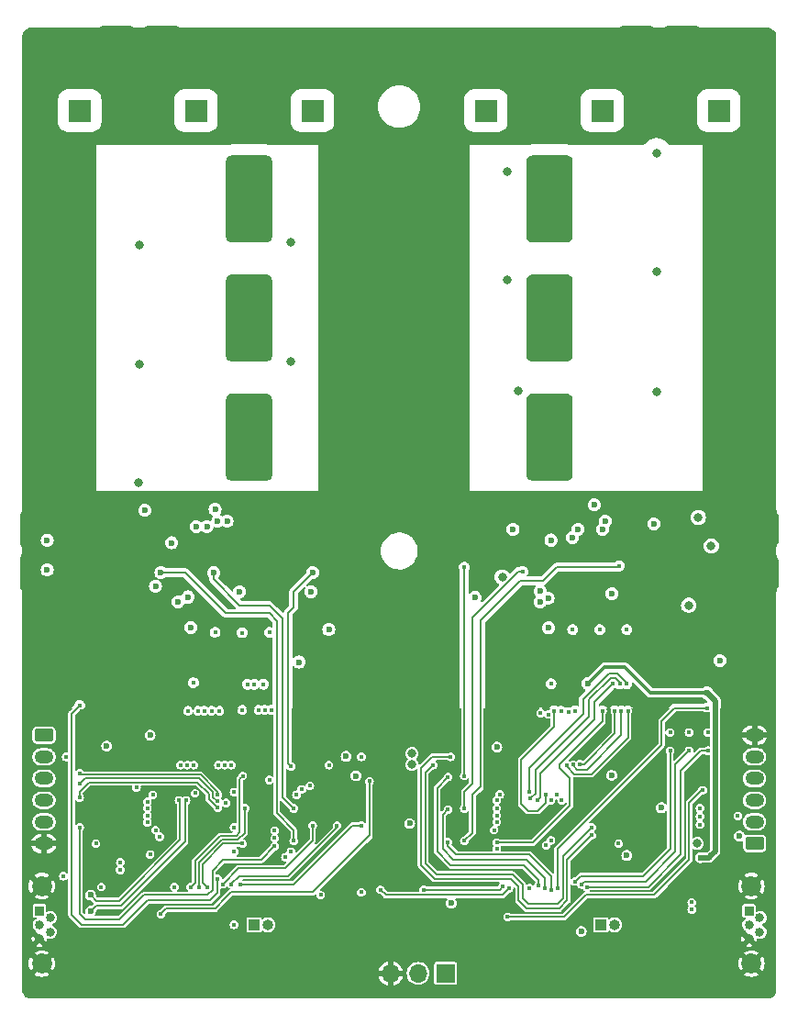
<source format=gbr>
%TF.GenerationSoftware,KiCad,Pcbnew,8.0.1*%
%TF.CreationDate,2024-06-01T22:58:48+02:00*%
%TF.ProjectId,vesc6,76657363-362e-46b6-9963-61645f706362,rev?*%
%TF.SameCoordinates,Original*%
%TF.FileFunction,Copper,L3,Inr*%
%TF.FilePolarity,Positive*%
%FSLAX46Y46*%
G04 Gerber Fmt 4.6, Leading zero omitted, Abs format (unit mm)*
G04 Created by KiCad (PCBNEW 8.0.1) date 2024-06-01 22:58:48*
%MOMM*%
%LPD*%
G01*
G04 APERTURE LIST*
G04 Aperture macros list*
%AMRoundRect*
0 Rectangle with rounded corners*
0 $1 Rounding radius*
0 $2 $3 $4 $5 $6 $7 $8 $9 X,Y pos of 4 corners*
0 Add a 4 corners polygon primitive as box body*
4,1,4,$2,$3,$4,$5,$6,$7,$8,$9,$2,$3,0*
0 Add four circle primitives for the rounded corners*
1,1,$1+$1,$2,$3*
1,1,$1+$1,$4,$5*
1,1,$1+$1,$6,$7*
1,1,$1+$1,$8,$9*
0 Add four rect primitives between the rounded corners*
20,1,$1+$1,$2,$3,$4,$5,0*
20,1,$1+$1,$4,$5,$6,$7,0*
20,1,$1+$1,$6,$7,$8,$9,0*
20,1,$1+$1,$8,$9,$2,$3,0*%
G04 Aperture macros list end*
%TA.AperFunction,ComponentPad*%
%ADD10C,0.800000*%
%TD*%
%TA.AperFunction,ComponentPad*%
%ADD11C,7.400000*%
%TD*%
%TA.AperFunction,ComponentPad*%
%ADD12R,1.000000X1.000000*%
%TD*%
%TA.AperFunction,ComponentPad*%
%ADD13O,1.000000X1.000000*%
%TD*%
%TA.AperFunction,ComponentPad*%
%ADD14R,2.000000X2.000000*%
%TD*%
%TA.AperFunction,ComponentPad*%
%ADD15C,2.000000*%
%TD*%
%TA.AperFunction,ComponentPad*%
%ADD16R,1.700000X1.700000*%
%TD*%
%TA.AperFunction,ComponentPad*%
%ADD17O,1.700000X1.700000*%
%TD*%
%TA.AperFunction,ComponentPad*%
%ADD18RoundRect,0.250000X-0.625000X0.350000X-0.625000X-0.350000X0.625000X-0.350000X0.625000X0.350000X0*%
%TD*%
%TA.AperFunction,ComponentPad*%
%ADD19O,1.750000X1.200000*%
%TD*%
%TA.AperFunction,ComponentPad*%
%ADD20R,0.840000X0.840000*%
%TD*%
%TA.AperFunction,ComponentPad*%
%ADD21C,0.840000*%
%TD*%
%TA.AperFunction,ComponentPad*%
%ADD22C,1.850000*%
%TD*%
%TA.AperFunction,ComponentPad*%
%ADD23RoundRect,0.250000X0.625000X-0.350000X0.625000X0.350000X-0.625000X0.350000X-0.625000X-0.350000X0*%
%TD*%
%TA.AperFunction,ViaPad*%
%ADD24C,0.800000*%
%TD*%
%TA.AperFunction,ViaPad*%
%ADD25C,0.500000*%
%TD*%
%TA.AperFunction,ViaPad*%
%ADD26C,0.600000*%
%TD*%
%TA.AperFunction,ViaPad*%
%ADD27C,0.400000*%
%TD*%
%TA.AperFunction,Conductor*%
%ADD28C,0.200000*%
%TD*%
%TA.AperFunction,Conductor*%
%ADD29C,0.160000*%
%TD*%
%TA.AperFunction,Conductor*%
%ADD30C,0.300000*%
%TD*%
%TA.AperFunction,Conductor*%
%ADD31C,0.500000*%
%TD*%
G04 APERTURE END LIST*
D10*
%TO.N,GND*%
%TO.C,H1*%
X132225000Y-65750000D03*
X133037779Y-63787779D03*
X133037779Y-67712221D03*
X135000000Y-62975000D03*
D11*
X135000000Y-65750000D03*
D10*
X135000000Y-68525000D03*
X136962221Y-63787779D03*
X136962221Y-67712221D03*
X137775000Y-65750000D03*
%TD*%
D12*
%TO.N,/VESC_Right/3.3V*%
%TO.C,TH2*%
X121600000Y-113000000D03*
D13*
%TO.N,/VESC_Right/MCU/ADC_TEMP*%
X122870000Y-113000000D03*
%TD*%
D12*
%TO.N,/VESC_Left/3.3V*%
%TO.C,TH1*%
X153600000Y-113000000D03*
D13*
%TO.N,/VESC_Left/MCU/ADC_TEMP*%
X154870000Y-113000000D03*
%TD*%
D14*
%TO.N,/VESC_Left/SUPPLY*%
%TO.C,C72*%
X127000000Y-37867677D03*
D15*
%TO.N,GND*%
X127000000Y-32867677D03*
%TD*%
D16*
%TO.N,/VESC_Left/CAN_H*%
%TO.C,J1*%
X139275000Y-117475000D03*
D17*
%TO.N,/VESC_Left/CAN_L*%
X136735000Y-117475000D03*
%TO.N,GND*%
X134195000Y-117475000D03*
%TD*%
D14*
%TO.N,/VESC_Left/SUPPLY*%
%TO.C,C45*%
X153750000Y-37867677D03*
D15*
%TO.N,GND*%
X153750000Y-32867677D03*
%TD*%
D18*
%TO.N,Net-(J3-Pin_1)*%
%TO.C,J3*%
X102200000Y-95500000D03*
D19*
%TO.N,/VESC_Right/MCU/HALL_1*%
X102200000Y-97500000D03*
%TO.N,/VESC_Right/MCU/HALL_2*%
X102200000Y-99500000D03*
%TO.N,/VESC_Right/MCU/HALL_3*%
X102200000Y-101500000D03*
%TO.N,/VESC_Right/MCU/TEMP_MOTOR*%
X102200000Y-103500000D03*
%TO.N,GND*%
X102200000Y-105500000D03*
%TD*%
D20*
%TO.N,Net-(J4-VBUS)*%
%TO.C,J4*%
X101780000Y-111700000D03*
D21*
%TO.N,Net-(J4-D-)*%
X102780000Y-112350000D03*
%TO.N,Net-(J4-D+)*%
X101780000Y-113000000D03*
%TO.N,unconnected-(J4-ID-Pad4)*%
X102780000Y-113650000D03*
%TO.N,GND*%
X101780000Y-114300000D03*
D22*
X102000000Y-109425000D03*
X102000000Y-116575000D03*
%TD*%
D14*
%TO.N,/VESC_Left/SUPPLY*%
%TO.C,C43*%
X143000000Y-37867677D03*
D15*
%TO.N,GND*%
X143000000Y-32867677D03*
%TD*%
D14*
%TO.N,/VESC_Left/SUPPLY*%
%TO.C,C67*%
X105500000Y-37867677D03*
D15*
%TO.N,GND*%
X105500000Y-32867677D03*
%TD*%
D20*
%TO.N,Net-(J6-VBUS)*%
%TO.C,J6*%
X167280000Y-111700000D03*
D21*
%TO.N,Net-(J6-D-)*%
X168280000Y-112350000D03*
%TO.N,Net-(J6-D+)*%
X167280000Y-113000000D03*
%TO.N,unconnected-(J6-ID-Pad4)*%
X168280000Y-113650000D03*
%TO.N,GND*%
X167280000Y-114300000D03*
D22*
X167500000Y-109425000D03*
X167500000Y-116575000D03*
%TD*%
D23*
%TO.N,Net-(J2-Pin_1)*%
%TO.C,J2*%
X167800000Y-105500000D03*
D19*
%TO.N,/VESC_Left/MCU/HALL_1*%
X167800000Y-103500000D03*
%TO.N,/VESC_Left/MCU/HALL_2*%
X167800000Y-101500000D03*
%TO.N,/VESC_Left/MCU/HALL_3*%
X167800000Y-99500000D03*
%TO.N,/VESC_Left/MCU/TEMP_MOTOR*%
X167800000Y-97500000D03*
%TO.N,GND*%
X167800000Y-95500000D03*
%TD*%
D14*
%TO.N,/VESC_Left/SUPPLY*%
%TO.C,C70*%
X116250000Y-37867677D03*
D15*
%TO.N,GND*%
X116250000Y-32867677D03*
%TD*%
D14*
%TO.N,/VESC_Left/SUPPLY*%
%TO.C,C47*%
X164500000Y-37867677D03*
D15*
%TO.N,GND*%
X164500000Y-32867677D03*
%TD*%
D24*
%TO.N,GND*%
X138500000Y-72000000D03*
X131500000Y-72000000D03*
X131500000Y-70500000D03*
X138500000Y-70500000D03*
X138500000Y-69000000D03*
X131500000Y-69000000D03*
X138500000Y-63000000D03*
X131500000Y-63000000D03*
D25*
X104950000Y-85950000D03*
X136950000Y-84950000D03*
D26*
X116000000Y-113500000D03*
D25*
X130950000Y-74950000D03*
D24*
X140000000Y-48250000D03*
D25*
X136950000Y-72950000D03*
D26*
X144000000Y-119000000D03*
X149000000Y-119000000D03*
D25*
X134950000Y-83950000D03*
X157950000Y-115950000D03*
D26*
X112500000Y-119000000D03*
X145000000Y-119000000D03*
X163000000Y-90500000D03*
X141500000Y-118000000D03*
D25*
X120950000Y-114950000D03*
X106950000Y-115950000D03*
D26*
X155500000Y-98500000D03*
X115500000Y-119000000D03*
D25*
X118950000Y-118950000D03*
D26*
X157500000Y-104500000D03*
X168800000Y-92200000D03*
D25*
X135950000Y-84950000D03*
D24*
X130000000Y-54250000D03*
D25*
X128950000Y-117950000D03*
X132950000Y-86950000D03*
D26*
X135523435Y-105000000D03*
D25*
X134950000Y-70950000D03*
X124950000Y-116950000D03*
D26*
X126000000Y-104000000D03*
D25*
X134950000Y-71950000D03*
D26*
X141500000Y-115000000D03*
D24*
X130000000Y-70500000D03*
D25*
X133950000Y-83950000D03*
D24*
X140000000Y-41250000D03*
X140000000Y-50250000D03*
D26*
X103400000Y-90800000D03*
X113000000Y-87000000D03*
D25*
X161950000Y-117950000D03*
X137950000Y-87950000D03*
X130950000Y-75950000D03*
X136950000Y-75950000D03*
D26*
X159000000Y-103500000D03*
D25*
X120950000Y-118950000D03*
X138950000Y-75950000D03*
X153950000Y-117950000D03*
X159950000Y-115950000D03*
X133950000Y-82950000D03*
X131950000Y-73950000D03*
X157950000Y-114950000D03*
X101950000Y-118950000D03*
X132950000Y-77950000D03*
X132950000Y-78950000D03*
X124950000Y-114950000D03*
X119950000Y-114950000D03*
X135950000Y-75950000D03*
D24*
X140000000Y-59250000D03*
D25*
X136950000Y-88950000D03*
D26*
X115000000Y-90000000D03*
D25*
X135950000Y-85950000D03*
D26*
X134600000Y-95200000D03*
X128750000Y-90000000D03*
D27*
X158750000Y-82750000D03*
D25*
X166950000Y-74950000D03*
X168950000Y-84950000D03*
X105950000Y-116950000D03*
X124950000Y-117950000D03*
D26*
X119000000Y-115500000D03*
D25*
X126950000Y-117950000D03*
X107950000Y-114950000D03*
D26*
X143000000Y-119000000D03*
D25*
X168950000Y-83950000D03*
D26*
X136800000Y-111000000D03*
D25*
X137950000Y-82950000D03*
X132950000Y-80950000D03*
X159950000Y-116950000D03*
D24*
X130000000Y-72000000D03*
D26*
X118000000Y-114000000D03*
D25*
X155950000Y-117950000D03*
X135950000Y-82950000D03*
X134950000Y-73950000D03*
X160950000Y-117950000D03*
D26*
X115000000Y-87000000D03*
D25*
X167950000Y-75950000D03*
X132950000Y-87950000D03*
X158950000Y-118950000D03*
D26*
X156500000Y-97500000D03*
X113000000Y-90000000D03*
D25*
X132950000Y-83950000D03*
X123950000Y-118950000D03*
X106950000Y-114950000D03*
X137950000Y-83950000D03*
D24*
X130000000Y-51250000D03*
D26*
X144000000Y-113500000D03*
D25*
X152950000Y-117950000D03*
X164950000Y-85950000D03*
X153950000Y-114950000D03*
X134950000Y-74950000D03*
D26*
X148500000Y-89000000D03*
D25*
X135950000Y-71950000D03*
X106950000Y-84950000D03*
X104950000Y-118950000D03*
X108950000Y-76950000D03*
X161950000Y-115950000D03*
D26*
X128750000Y-91250000D03*
D25*
X136950000Y-87950000D03*
X123950000Y-115950000D03*
X153950000Y-116950000D03*
D24*
X140000000Y-67500000D03*
D26*
X114000000Y-87000000D03*
D24*
X130000000Y-47250000D03*
D25*
X129950000Y-117950000D03*
D26*
X128800000Y-111000000D03*
D24*
X130000000Y-67500000D03*
D25*
X158950000Y-116950000D03*
X164950000Y-118950000D03*
X162950000Y-115950000D03*
D26*
X108200000Y-102400000D03*
X141500000Y-116000000D03*
D24*
X130000000Y-57250000D03*
D26*
X119000000Y-117500000D03*
D25*
X157950000Y-118950000D03*
X135950000Y-88950000D03*
D26*
X148000000Y-119000000D03*
D25*
X121950000Y-116950000D03*
X165950000Y-118950000D03*
D26*
X118500000Y-118500000D03*
D25*
X133950000Y-89950000D03*
D24*
X140000000Y-61500000D03*
D25*
X102950000Y-118950000D03*
X134950000Y-89950000D03*
D26*
X108200000Y-103400000D03*
D27*
X151466210Y-81723511D03*
D25*
X121950000Y-115950000D03*
D26*
X108200000Y-104400000D03*
D25*
X104950000Y-116950000D03*
X154950000Y-118950000D03*
D24*
X130000000Y-41250000D03*
D25*
X134950000Y-88950000D03*
X168950000Y-80950000D03*
X134950000Y-75950000D03*
X138950000Y-88950000D03*
X163950000Y-84950000D03*
X105950000Y-84950000D03*
X130950000Y-117950000D03*
X122950000Y-115950000D03*
D24*
X130000000Y-52250000D03*
X140000000Y-52250000D03*
D25*
X137950000Y-74950000D03*
D24*
X130000000Y-56250000D03*
X140000000Y-55250000D03*
D25*
X137950000Y-84950000D03*
X163950000Y-114950000D03*
D24*
X130000000Y-69000000D03*
D25*
X105950000Y-115950000D03*
X163950000Y-115950000D03*
X119950000Y-118950000D03*
X133950000Y-84950000D03*
X135950000Y-89950000D03*
X121950000Y-114950000D03*
X150950000Y-118950000D03*
D26*
X150000000Y-119000000D03*
D25*
X108950000Y-85950000D03*
X167950000Y-76950000D03*
X155950000Y-116950000D03*
X132950000Y-76950000D03*
X167950000Y-74950000D03*
X135950000Y-72950000D03*
D26*
X116500000Y-119000000D03*
D25*
X106950000Y-116950000D03*
X133950000Y-75950000D03*
X151950000Y-118950000D03*
X135950000Y-87950000D03*
D24*
X130000000Y-53250000D03*
D25*
X120950000Y-116950000D03*
X132950000Y-74950000D03*
D24*
X130000000Y-49250000D03*
X140000000Y-57250000D03*
D25*
X158950000Y-117950000D03*
X107950000Y-118950000D03*
X131950000Y-117950000D03*
X161950000Y-116950000D03*
D24*
X140000000Y-49250000D03*
D25*
X160950000Y-115950000D03*
D24*
X130000000Y-42250000D03*
D25*
X163950000Y-117950000D03*
X132950000Y-71950000D03*
X136950000Y-79950000D03*
X135950000Y-83950000D03*
D26*
X151500000Y-115000000D03*
D25*
X122950000Y-114950000D03*
D24*
X140000000Y-69000000D03*
D25*
X164950000Y-115950000D03*
X134950000Y-86950000D03*
X161950000Y-118950000D03*
D24*
X130000000Y-44250000D03*
D25*
X106950000Y-118950000D03*
D26*
X141500000Y-117000000D03*
D25*
X120950000Y-117950000D03*
D26*
X125500000Y-90500000D03*
X148500000Y-88000000D03*
D25*
X133950000Y-71950000D03*
X138950000Y-83950000D03*
X135950000Y-81950000D03*
X136950000Y-78950000D03*
D26*
X134600000Y-96600000D03*
D25*
X136950000Y-81950000D03*
D26*
X158500000Y-90000000D03*
D25*
X125950000Y-115950000D03*
X105950000Y-118950000D03*
D26*
X109000000Y-100600000D03*
D25*
X124950000Y-115950000D03*
X168950000Y-79950000D03*
X159950000Y-114950000D03*
D26*
X148500000Y-87000000D03*
D25*
X163950000Y-118950000D03*
X137950000Y-85950000D03*
X112950000Y-87950000D03*
X132950000Y-73950000D03*
X137950000Y-86950000D03*
D26*
X146000000Y-119000000D03*
X143000000Y-113500000D03*
X148000000Y-113500000D03*
X151500000Y-117000000D03*
X119500000Y-97000000D03*
X168800000Y-90700000D03*
D25*
X126950000Y-115950000D03*
X125950000Y-118950000D03*
D24*
X137000000Y-61500000D03*
D27*
X158250000Y-82750000D03*
D25*
X133950000Y-85950000D03*
X138950000Y-84950000D03*
X131950000Y-75950000D03*
X164950000Y-84950000D03*
D26*
X113500000Y-113500000D03*
D24*
X140000000Y-51250000D03*
X140000000Y-47250000D03*
X140000000Y-46250000D03*
D25*
X160950000Y-118950000D03*
X156950000Y-114950000D03*
D26*
X109500000Y-83500000D03*
D25*
X137950000Y-81950000D03*
X107950000Y-117950000D03*
D24*
X140000000Y-53250000D03*
D26*
X151500000Y-116000000D03*
D25*
X164950000Y-114950000D03*
D26*
X108000000Y-107000000D03*
D25*
X166950000Y-75950000D03*
D26*
X160750000Y-78750000D03*
D24*
X140000000Y-72000000D03*
D25*
X156950000Y-115950000D03*
X133950000Y-72950000D03*
X153950000Y-115950000D03*
D26*
X123000000Y-97500000D03*
D25*
X121950000Y-117950000D03*
X126950000Y-116950000D03*
D24*
X130000000Y-55250000D03*
D25*
X154950000Y-114950000D03*
X132950000Y-75950000D03*
D26*
X160750000Y-79750000D03*
X160750000Y-80750000D03*
D25*
X162950000Y-114950000D03*
D26*
X134600000Y-94000000D03*
D25*
X113950000Y-88950000D03*
D26*
X157500000Y-89000000D03*
D25*
X157950000Y-116950000D03*
X113950000Y-87950000D03*
X127950000Y-118950000D03*
X130950000Y-118950000D03*
X133950000Y-80950000D03*
X133950000Y-73950000D03*
X132950000Y-72950000D03*
X154950000Y-117950000D03*
D26*
X110500000Y-114000000D03*
D25*
X136950000Y-74950000D03*
X138950000Y-86950000D03*
X133950000Y-86950000D03*
X125950000Y-116950000D03*
D26*
X158500000Y-111500000D03*
D24*
X130000000Y-66000000D03*
D26*
X138200000Y-111000000D03*
D25*
X135950000Y-80950000D03*
D24*
X134500000Y-61500000D03*
D25*
X133950000Y-70950000D03*
X119950000Y-117950000D03*
X132950000Y-81950000D03*
X155950000Y-114950000D03*
X107950000Y-85950000D03*
X166950000Y-118950000D03*
D24*
X130000000Y-64500000D03*
D25*
X108950000Y-84950000D03*
X137950000Y-75950000D03*
D24*
X130000000Y-58250000D03*
D25*
X168950000Y-75950000D03*
X134950000Y-84950000D03*
D26*
X113500000Y-119000000D03*
D25*
X114950000Y-88950000D03*
X138950000Y-74950000D03*
X138950000Y-82950000D03*
D26*
X125500000Y-89750000D03*
D25*
X136950000Y-70950000D03*
D26*
X114000000Y-90000000D03*
D25*
X152950000Y-115950000D03*
X107950000Y-115950000D03*
X132950000Y-79950000D03*
X156950000Y-118950000D03*
D26*
X145000000Y-113500000D03*
X109500000Y-81500000D03*
D25*
X168950000Y-76950000D03*
X138950000Y-87950000D03*
D26*
X114500000Y-119000000D03*
D25*
X136950000Y-89950000D03*
D26*
X162000000Y-90500000D03*
D25*
X108950000Y-116950000D03*
X105950000Y-85950000D03*
X164950000Y-116950000D03*
D24*
X135500000Y-61500000D03*
X130000000Y-45250000D03*
D25*
X108950000Y-115950000D03*
D26*
X168800000Y-91450000D03*
D25*
X107950000Y-84950000D03*
D24*
X140000000Y-44250000D03*
D25*
X134950000Y-80950000D03*
X135950000Y-86950000D03*
X157950000Y-117950000D03*
D26*
X120500000Y-96000000D03*
D25*
X135950000Y-74950000D03*
D26*
X129800000Y-111000000D03*
D25*
X104950000Y-114950000D03*
X107950000Y-116950000D03*
X152950000Y-118950000D03*
D26*
X119000000Y-114500000D03*
D25*
X119950000Y-115950000D03*
X136950000Y-83950000D03*
X109950000Y-118950000D03*
D24*
X140000000Y-45250000D03*
X130000000Y-48250000D03*
D26*
X108200000Y-105400000D03*
D25*
X156950000Y-117950000D03*
X134950000Y-82950000D03*
D24*
X130000000Y-63000000D03*
D25*
X137950000Y-89950000D03*
X132950000Y-85950000D03*
D24*
X138500000Y-61500000D03*
D25*
X133950000Y-81950000D03*
X163950000Y-85950000D03*
X155950000Y-115950000D03*
X135950000Y-70950000D03*
X125950000Y-117950000D03*
X131950000Y-74950000D03*
X137950000Y-73950000D03*
X154950000Y-115950000D03*
D26*
X134600000Y-92800000D03*
D25*
X104950000Y-84950000D03*
D24*
X140000000Y-54250000D03*
D25*
X141950000Y-118950000D03*
D26*
X142000000Y-114000000D03*
D24*
X140000000Y-42250000D03*
D26*
X125000000Y-111500000D03*
D25*
X119950000Y-116950000D03*
D26*
X157500000Y-96500000D03*
D25*
X156950000Y-116950000D03*
X155950000Y-118950000D03*
X160950000Y-114950000D03*
X132950000Y-70950000D03*
X108950000Y-114950000D03*
D24*
X130000000Y-59250000D03*
D25*
X114950000Y-87950000D03*
X128950000Y-118950000D03*
X164950000Y-117950000D03*
D26*
X160750000Y-81750000D03*
D25*
X134950000Y-87950000D03*
D26*
X111500000Y-119000000D03*
X108200000Y-101400000D03*
D25*
X108950000Y-118950000D03*
X103950000Y-118950000D03*
X168950000Y-85950000D03*
X136950000Y-76950000D03*
X153950000Y-118950000D03*
X105950000Y-114950000D03*
X106950000Y-117950000D03*
X125950000Y-114950000D03*
D26*
X112500000Y-113500000D03*
D25*
X168950000Y-81950000D03*
X122950000Y-118950000D03*
D24*
X140000000Y-66000000D03*
X130000000Y-43250000D03*
D25*
X133950000Y-88950000D03*
D26*
X109500000Y-114500000D03*
X147000000Y-119000000D03*
X162500000Y-85000000D03*
D25*
X136950000Y-71950000D03*
X124950000Y-118950000D03*
X127950000Y-117950000D03*
X168950000Y-74950000D03*
X131950000Y-118950000D03*
X120950000Y-115950000D03*
X136950000Y-82950000D03*
X163950000Y-116950000D03*
X136950000Y-73950000D03*
D24*
X130000000Y-46250000D03*
D26*
X119000000Y-116500000D03*
D27*
X143500000Y-80750000D03*
D25*
X104950000Y-117950000D03*
D26*
X125500000Y-95250000D03*
D25*
X112950000Y-88950000D03*
X138950000Y-85950000D03*
X140500000Y-114950000D03*
D26*
X109500000Y-82500000D03*
D24*
X140000000Y-58250000D03*
D25*
X123950000Y-114950000D03*
X105950000Y-117950000D03*
X108950000Y-117950000D03*
X131950000Y-87950000D03*
X133950000Y-87950000D03*
X135950000Y-73950000D03*
D26*
X149500000Y-114000000D03*
X157500000Y-112500000D03*
D25*
X138950000Y-81950000D03*
D24*
X140000000Y-64500000D03*
X130000000Y-61500000D03*
D25*
X133950000Y-74950000D03*
D24*
X140000000Y-63000000D03*
X131500000Y-61500000D03*
D25*
X132950000Y-82950000D03*
X168950000Y-118950000D03*
X168950000Y-82950000D03*
X121950000Y-118950000D03*
X123950000Y-116950000D03*
D24*
X140000000Y-56250000D03*
D26*
X105000000Y-90800000D03*
D25*
X154950000Y-116950000D03*
D24*
X130000000Y-50250000D03*
D25*
X129950000Y-118950000D03*
X158950000Y-115950000D03*
D24*
X140000000Y-43250000D03*
D25*
X126950000Y-118950000D03*
X152950000Y-116950000D03*
X104950000Y-115950000D03*
X136950000Y-85950000D03*
X162950000Y-118950000D03*
X132950000Y-84950000D03*
X137950000Y-88950000D03*
X134950000Y-72950000D03*
X167950000Y-118950000D03*
X159950000Y-118950000D03*
D26*
X151500000Y-118000000D03*
X157500000Y-111500000D03*
X159500000Y-86000000D03*
D25*
X159950000Y-117950000D03*
D26*
X117500000Y-119000000D03*
D25*
X162950000Y-116950000D03*
X136950000Y-80950000D03*
X133950000Y-90950000D03*
X123950000Y-117950000D03*
D26*
X111500000Y-113500000D03*
D25*
X136950000Y-86950000D03*
D24*
X133000000Y-61500000D03*
D25*
X160950000Y-116950000D03*
X136950000Y-77950000D03*
X161950000Y-114950000D03*
D26*
X150500000Y-114500000D03*
D25*
X122950000Y-117950000D03*
X134950000Y-85950000D03*
X158950000Y-114950000D03*
D26*
X157500000Y-103500000D03*
D25*
X100950000Y-118950000D03*
X106950000Y-85950000D03*
X162950000Y-117950000D03*
X162950000Y-85950000D03*
D26*
X104200000Y-90800000D03*
D24*
X140000000Y-70500000D03*
D25*
X122950000Y-116950000D03*
X134950000Y-81950000D03*
D27*
%TO.N,/VESC_Right/MCU/TEMP_MOTOR*%
X105500000Y-104000000D03*
X123500000Y-105750000D03*
%TO.N,/VESC_Right/3.3V*%
X119750000Y-113000000D03*
D26*
X130085541Y-97453940D03*
X126850000Y-82250000D03*
D27*
X107000000Y-105500000D03*
X123000000Y-99624511D03*
X110750000Y-100340000D03*
X119000000Y-101750000D03*
X125000000Y-106250000D03*
X104250000Y-97500000D03*
X107500000Y-109500000D03*
D26*
X131000000Y-99250000D03*
X115500000Y-82750000D03*
D27*
X124500000Y-106750000D03*
D26*
X120250000Y-82250000D03*
D27*
%TO.N,/VESC_Right/MCU/NRST*%
X114250000Y-109500000D03*
%TO.N,/VESC_Right/DRV8301/SENS_A*%
X118699997Y-109250000D03*
X127000000Y-103825000D03*
%TO.N,/VESC_Right/DRV8301/SENS_B*%
X129250000Y-103825000D03*
X119500000Y-109250000D03*
D26*
%TO.N,/VESC_Right/DRV8301/Supply_Filterted*%
X112500000Y-81750000D03*
X128500000Y-85750000D03*
X102500000Y-80250000D03*
D27*
%TO.N,/VESC_Right/DRV8301/SENS_C*%
X131500000Y-103825000D03*
X120300003Y-109250000D03*
D26*
%TO.N,Net-(D8-K)*%
X148800000Y-85600000D03*
%TO.N,Net-(U3-BST_BK)*%
X148000000Y-83200000D03*
%TO.N,/VESC_Right/5V*%
X108000000Y-96500000D03*
X112000000Y-95500000D03*
X125750000Y-88750000D03*
D27*
X104000000Y-108500000D03*
%TO.N,/VESC_Right/MCU/CURRENT_1*%
X115750000Y-109500000D03*
X120549999Y-99250000D03*
%TO.N,/VESC_Right/MCU/CURRENT_2*%
X120750000Y-102250000D03*
X116500000Y-109500000D03*
%TO.N,/VESC_Right/MCU/CURRENT_3*%
X120500000Y-105500000D03*
X117250000Y-109500000D03*
D24*
%TO.N,/VESC_Left/DRV8301/Supply_Filterted*%
X163800000Y-78050000D03*
X161712500Y-83512500D03*
D26*
X164600000Y-88600000D03*
D24*
X144505025Y-80905025D03*
D27*
%TO.N,/VESC_Left/MCU/TEMP_MOTOR*%
X155250000Y-105500000D03*
X166250000Y-102950000D03*
D24*
%TO.N,Net-(J2-Pin_1)*%
X162500000Y-105500000D03*
D27*
%TO.N,/VESC_Right/MCU/HALL_3*%
X118250000Y-102200006D03*
X105500000Y-101250000D03*
%TO.N,/VESC_Right/MCU/HALL_2*%
X105500000Y-100000000D03*
X118250000Y-101600003D03*
%TO.N,/VESC_Right/MCU/HALL_1*%
X118250000Y-101000000D03*
X105500000Y-99000000D03*
%TO.N,/VESC_Right/MCU/SWCLK*%
X111750000Y-101650000D03*
%TO.N,/VESC_Right/MCU/SWDIO*%
X112250000Y-101000000D03*
%TO.N,/VESC_Right/DRV8301/SENS_SUPPLY*%
X118250000Y-108750000D03*
X105500000Y-92750000D03*
D24*
%TO.N,Net-(Q2-G)*%
X158750000Y-41800000D03*
D26*
X145500000Y-76500000D03*
%TO.N,Net-(Q3-G)*%
X151000000Y-77250000D03*
D24*
X145000000Y-43500000D03*
%TO.N,Net-(Q5-G)*%
X145000000Y-53500000D03*
D26*
X153750000Y-76500000D03*
%TO.N,Net-(Q6-G)*%
X154002983Y-75741051D03*
D24*
X158750000Y-63800000D03*
D26*
%TO.N,Net-(Q7-G)*%
X158500000Y-76000000D03*
D24*
X146000000Y-63750000D03*
D27*
%TO.N,/VESC_Right/MCU/USB_D_P*%
X114675000Y-101500000D03*
D26*
X106500000Y-110250000D03*
%TO.N,/VESC_Right/MCU/USB_D_N*%
X106500000Y-111750000D03*
D27*
X115325000Y-101500000D03*
%TO.N,/VESC_Right/MCU/LED_GREEN*%
X123500000Y-105000000D03*
X128500000Y-98250000D03*
%TO.N,/VESC_Right/MCU/LED_RED*%
X131500000Y-97500000D03*
X123499719Y-104301166D03*
%TO.N,Net-(U3-DTC)*%
X149000000Y-90750000D03*
D26*
%TO.N,/VESC_Right/Power/C_A*%
X127000000Y-80500000D03*
D27*
X125000000Y-98375000D03*
%TO.N,/VESC_Right/Power/C_B*%
X125250000Y-102250000D03*
D26*
X117876860Y-80510913D03*
D27*
%TO.N,/VESC_Right/Power/C_C*%
X125250000Y-105250000D03*
D26*
X113000000Y-80500000D03*
D27*
%TO.N,/VESC_Right/DRV8301/SENS_FILTERED*%
X132250000Y-99750000D03*
X113000000Y-112000000D03*
%TO.N,/VESC_Right/DRV8301/INL_A*%
X119500000Y-98250000D03*
X121999994Y-93200000D03*
%TO.N,/VESC_Right/DRV8301/INL_B*%
X118899997Y-98250000D03*
X122599997Y-93200000D03*
%TO.N,/VESC_Right/DRV8301/INL_C*%
X123200000Y-93200000D03*
X118299994Y-98250000D03*
%TO.N,/VESC_Right/DRV8301/CS*%
X116150000Y-100850000D03*
X116400000Y-93300000D03*
%TO.N,/VESC_Right/DRV8301/INH_A*%
X116050003Y-98250000D03*
X121000000Y-90800000D03*
%TO.N,/VESC_Right/DRV8301/INH_B*%
X115450000Y-98250000D03*
X121600000Y-90800000D03*
%TO.N,/VESC_Right/DRV8301/INH_C*%
X122467077Y-90796563D03*
X114800000Y-98250000D03*
%TO.N,/VESC_Right/DRV8301/SCLK*%
X118400000Y-93300000D03*
X111750000Y-102250000D03*
%TO.N,/VESC_Right/MCU/CURR_FILTER_ON*%
X119750000Y-104000000D03*
X112500000Y-104250000D03*
X119750000Y-100750000D03*
X119750000Y-106250000D03*
%TO.N,/VESC_Right/DRV8301/SDO*%
X117696446Y-93303554D03*
X111750000Y-102950000D03*
%TO.N,/VESC_Right/DRV8301/SDI*%
X117000000Y-93300000D03*
X111750000Y-103550000D03*
%TO.N,/VESC_Right/DRV8301/EN_GATE*%
X112875000Y-104875000D03*
X120500000Y-93225000D03*
%TO.N,/VESC_Right/DRV8301/FAULT*%
X115500000Y-93300000D03*
X112000000Y-106500000D03*
%TO.N,/VESC_Right/CAN/RX*%
X109250000Y-107250000D03*
X127750000Y-110250000D03*
%TO.N,/VESC_Right/CAN/TX*%
X109238240Y-107926008D03*
X131500000Y-110000000D03*
D24*
%TO.N,Net-(Q4-G)*%
X158750000Y-52750000D03*
D26*
X151500000Y-76500000D03*
%TO.N,/VESC_Right/Power/SH_A_P*%
X120750000Y-48500000D03*
X114000000Y-77750000D03*
X121750000Y-48500000D03*
X121750000Y-46500000D03*
X122750000Y-47500000D03*
X119750000Y-46500000D03*
X121750000Y-43500000D03*
X122750000Y-45500000D03*
X119750000Y-45500000D03*
X120750000Y-46500000D03*
X122750000Y-42500000D03*
X121750000Y-42500000D03*
X119750000Y-43500000D03*
X119750000Y-47500000D03*
X122750000Y-43500000D03*
X122750000Y-44500000D03*
X122750000Y-49500000D03*
X119750000Y-48500000D03*
X122750000Y-48500000D03*
X119750000Y-44500000D03*
X121750000Y-45500000D03*
D27*
X125500000Y-101000000D03*
D26*
X120750000Y-49500000D03*
X121750000Y-47500000D03*
X120750000Y-45500000D03*
X122750000Y-46500000D03*
X121750000Y-44500000D03*
X120750000Y-43500000D03*
X119750000Y-49500000D03*
X119750000Y-42500000D03*
D27*
X118000000Y-86000000D03*
D26*
X120750000Y-44500000D03*
X120750000Y-47500000D03*
X120750000Y-42500000D03*
X121750000Y-49500000D03*
%TO.N,/VESC_Right/Power/SH_B_P*%
X119750000Y-59500000D03*
X122750000Y-53500000D03*
X121750000Y-56500000D03*
X119750000Y-56500000D03*
X119750000Y-58500000D03*
X121750000Y-57500000D03*
X122750000Y-56500000D03*
X122750000Y-59500000D03*
X119750000Y-57500000D03*
X120750000Y-56500000D03*
X120750000Y-60500000D03*
X121750000Y-54500000D03*
X122750000Y-60500000D03*
X122750000Y-55500000D03*
X120750000Y-54500000D03*
D27*
X126000000Y-100500000D03*
D26*
X122750000Y-54500000D03*
X119750000Y-54500000D03*
X118250000Y-75750000D03*
X120750000Y-53500000D03*
X122750000Y-57500000D03*
X120750000Y-58500000D03*
X121750000Y-60500000D03*
X119750000Y-60500000D03*
X119750000Y-55500000D03*
X122750000Y-58500000D03*
X120750000Y-57500000D03*
X119750000Y-53500000D03*
X121750000Y-55500000D03*
D27*
X120500000Y-86044998D03*
D26*
X121750000Y-59500000D03*
X121750000Y-58500000D03*
X120750000Y-59500000D03*
X120750000Y-55500000D03*
X121750000Y-53500000D03*
%TO.N,/VESC_Right/Power/SH_C_P*%
X121750000Y-71500000D03*
X121750000Y-69500000D03*
X120750000Y-65500000D03*
X120750000Y-64500000D03*
X119750000Y-64500000D03*
X122750000Y-70500000D03*
X121750000Y-68500000D03*
X120750000Y-68500000D03*
D27*
X126750000Y-100175000D03*
D26*
X120750000Y-70500000D03*
X121750000Y-65500000D03*
X119750000Y-66500000D03*
X120750000Y-66500000D03*
X119750000Y-67500000D03*
X121750000Y-67500000D03*
X121750000Y-70500000D03*
X122750000Y-66500000D03*
X120750000Y-71500000D03*
X120750000Y-67500000D03*
X122750000Y-69500000D03*
X119750000Y-69500000D03*
X122750000Y-67500000D03*
X121750000Y-64500000D03*
X122750000Y-64500000D03*
X119750000Y-70500000D03*
X121750000Y-66500000D03*
X120750000Y-69500000D03*
X122750000Y-65500000D03*
X119750000Y-68500000D03*
X119750000Y-65500000D03*
D27*
X123000000Y-86000000D03*
D26*
X122750000Y-71500000D03*
X119750000Y-71500000D03*
X122750000Y-68500000D03*
%TO.N,/VESC_Left/3.3V*%
X139800000Y-111000000D03*
X166400000Y-104800000D03*
D24*
X136178304Y-97200000D03*
D26*
X156000000Y-106600000D03*
X135950735Y-103649265D03*
X154600000Y-99200000D03*
X142000000Y-82800000D03*
X159200000Y-102200000D03*
X144000000Y-96600000D03*
D24*
X136181976Y-98200000D03*
D26*
X148000000Y-82200000D03*
X151800000Y-113600000D03*
X148733058Y-82866942D03*
X154625000Y-82441032D03*
D27*
%TO.N,/VESC_Left/MCU/NRST*%
X147000000Y-109600000D03*
%TO.N,/VESC_Left/DRV8301/SENS_A*%
X151250000Y-109000000D03*
X160000000Y-96925000D03*
%TO.N,/VESC_Left/DRV8301/SENS_B*%
X151786659Y-109268329D03*
X161750000Y-96925000D03*
%TO.N,/VESC_Left/DRV8301/SENS_C*%
X163500000Y-96925000D03*
X152321931Y-109539414D03*
D26*
%TO.N,/VESC_Left/Power_alternate/SH_A_P*%
X149250000Y-42500000D03*
X149250000Y-47500000D03*
X147250000Y-48500000D03*
X149000000Y-77500000D03*
X150250000Y-48500000D03*
X150250000Y-44500000D03*
X148250000Y-43500000D03*
X147250000Y-49500000D03*
X150250000Y-47500000D03*
X148250000Y-44500000D03*
X148250000Y-42500000D03*
X148250000Y-49500000D03*
X148250000Y-45500000D03*
X147250000Y-46500000D03*
X150250000Y-42500000D03*
X150250000Y-43500000D03*
X147250000Y-45500000D03*
X147250000Y-44500000D03*
X149250000Y-44500000D03*
X150250000Y-49500000D03*
D27*
X151000000Y-85750000D03*
D26*
X147250000Y-42500000D03*
X149250000Y-48500000D03*
X148250000Y-48500000D03*
X149250000Y-46500000D03*
D27*
X160000000Y-95250000D03*
D26*
X147250000Y-43500000D03*
X147250000Y-47500000D03*
X149250000Y-45500000D03*
X149250000Y-43500000D03*
X150250000Y-45500000D03*
X148250000Y-46500000D03*
X148250000Y-47500000D03*
X149250000Y-49500000D03*
X150250000Y-46500000D03*
%TO.N,/VESC_Left/Power_alternate/SH_B_P*%
X148250000Y-58500000D03*
X147250000Y-54500000D03*
X147250000Y-58500000D03*
X148250000Y-54500000D03*
X149250000Y-57500000D03*
X148250000Y-55500000D03*
X148250000Y-59500000D03*
X150250000Y-59500000D03*
X147250000Y-56500000D03*
X148250000Y-56500000D03*
D27*
X161750000Y-95250000D03*
D26*
X147250000Y-57500000D03*
X149250000Y-59500000D03*
X150250000Y-55500000D03*
X150250000Y-54500000D03*
X148250000Y-53500000D03*
X149250000Y-58500000D03*
X153000000Y-74250000D03*
X147250000Y-59500000D03*
X149250000Y-60500000D03*
X149250000Y-54500000D03*
X148250000Y-57500000D03*
X147250000Y-60500000D03*
X150250000Y-53500000D03*
X150250000Y-60500000D03*
X147250000Y-53500000D03*
X148250000Y-60500000D03*
X150250000Y-57500000D03*
X150250000Y-58500000D03*
X147250000Y-55500000D03*
X150250000Y-56500000D03*
X149250000Y-56500000D03*
X149250000Y-55500000D03*
D27*
X153500000Y-85750000D03*
D26*
X149250000Y-53500000D03*
%TO.N,/VESC_Left/Power_alternate/SH_C_P*%
X149250000Y-68500000D03*
X149250000Y-65500000D03*
X149250000Y-67500000D03*
X149250000Y-70500000D03*
X149250000Y-69500000D03*
X147250000Y-66500000D03*
X150250000Y-68500000D03*
X148250000Y-66500000D03*
X148250000Y-69500000D03*
X150250000Y-66500000D03*
X150250000Y-64500000D03*
X150250000Y-70500000D03*
X150250000Y-65500000D03*
D27*
X163500000Y-95250000D03*
D26*
X148250000Y-70500000D03*
X148250000Y-65500000D03*
X148250000Y-71500000D03*
X148250000Y-64500000D03*
X150250000Y-71500000D03*
X147250000Y-69500000D03*
X148250000Y-68500000D03*
X147250000Y-70500000D03*
X150250000Y-67500000D03*
X149250000Y-64500000D03*
D27*
X156000000Y-85750000D03*
D26*
X147250000Y-68500000D03*
X150250000Y-69500000D03*
X148250000Y-67500000D03*
X149250000Y-71500000D03*
X147250000Y-67500000D03*
X149250000Y-66500000D03*
X147250000Y-65500000D03*
%TO.N,/VESC_Left/5V*%
X152403511Y-90724998D03*
D27*
X148749600Y-93581062D03*
D26*
X163400000Y-91600000D03*
X162800000Y-106800000D03*
D27*
%TO.N,/VESC_Left/MCU/CURRENT_1*%
X147863341Y-109331671D03*
X139500000Y-99350000D03*
D26*
%TO.N,/VESC_Left/SUPPLY*%
X102500000Y-77500000D03*
D24*
X162600000Y-75400000D03*
D27*
%TO.N,/VESC_Left/MCU/CURRENT_2*%
X148400000Y-109600000D03*
X139500000Y-102350000D03*
%TO.N,/VESC_Left/MCU/CURRENT_3*%
X149000000Y-109800000D03*
X139500000Y-105350000D03*
D26*
%TO.N,Net-(D4-K)*%
X115750000Y-85550000D03*
%TO.N,Net-(U22-BST_BK)*%
X114581378Y-83184309D03*
D27*
%TO.N,/VESC_Left/MCU/HALL_2*%
X149500000Y-101000000D03*
X162750000Y-103000000D03*
%TO.N,/VESC_Left/MCU/HALL_3*%
X149000000Y-101500000D03*
X162750000Y-102250000D03*
D26*
%TO.N,Net-(Q8-G)*%
X111500000Y-74750000D03*
D24*
X111000000Y-50250000D03*
D26*
%TO.N,Net-(Q9-G)*%
X116250000Y-76250000D03*
D24*
X125000000Y-50000000D03*
%TO.N,Net-(Q10-G)*%
X111000000Y-61250000D03*
D26*
X117237130Y-76247179D03*
%TO.N,Net-(Q11-G)*%
X119102575Y-75750000D03*
D24*
X125000000Y-61000000D03*
%TO.N,Net-(Q12-G)*%
X110925000Y-72175000D03*
D26*
X118000000Y-74675000D03*
D27*
%TO.N,/VESC_Left/MCU/HALL_1*%
X162750000Y-103750000D03*
X150000000Y-101500000D03*
%TO.N,/VESC_Left/DRV8301/SENS_SUPPLY*%
X149600000Y-109600000D03*
X163400000Y-93000000D03*
%TO.N,/VESC_Left/MCU/USB_D_P*%
X148554571Y-105658942D03*
X162000000Y-111575000D03*
%TO.N,/VESC_Left/MCU/USB_D_N*%
X149000000Y-105200000D03*
X162000000Y-110925000D03*
%TO.N,/VESC_Left/MCU/LED_GREEN*%
X152750000Y-104750000D03*
X139750000Y-97500000D03*
%TO.N,/VESC_Left/MCU/LED_RED*%
X138125000Y-98250000D03*
X152750000Y-104000000D03*
%TO.N,/VESC_Left/Power_alternate/C_A*%
X141000000Y-99250000D03*
X141000000Y-80000000D03*
%TO.N,/VESC_Left/Power_alternate/C_B*%
X141000000Y-102250000D03*
X146400000Y-80400000D03*
%TO.N,/VESC_Left/Power_alternate/C_C*%
X141000000Y-105250000D03*
X155300000Y-79875000D03*
%TO.N,Net-(U22-DTC)*%
X116000000Y-90650000D03*
%TO.N,/VESC_Left/MCU/SWCLK*%
X144000000Y-101500000D03*
%TO.N,/VESC_Left/MCU/SWDIO*%
X144268329Y-100963341D03*
%TO.N,/VESC_Left/DRV8301/SDI*%
X144000000Y-103500000D03*
X149928331Y-93303576D03*
%TO.N,/VESC_Left/DRV8301/INL_C*%
X150435599Y-98252290D03*
X156100003Y-93250000D03*
%TO.N,/VESC_Left/DRV8301/INH_B*%
X147096105Y-101342255D03*
X155374997Y-90750000D03*
%TO.N,/VESC_Left/CAN/RX*%
X145125000Y-109625000D03*
X133250000Y-109750000D03*
%TO.N,/VESC_Left/MCU/CURR_FILTER_ON*%
X143750000Y-104250000D03*
%TO.N,/VESC_Left/DRV8301/SDO*%
X144000000Y-102899997D03*
X150600000Y-93400000D03*
%TO.N,/VESC_Left/DRV8301/EN_GATE*%
X144000000Y-105399997D03*
X153758732Y-93241268D03*
%TO.N,/VESC_Left/DRV8301/FAULT*%
X144000000Y-106000000D03*
X148050000Y-93450000D03*
%TO.N,/VESC_Left/DRV8301/SCLK*%
X151250000Y-93250000D03*
X144000000Y-102250000D03*
%TO.N,/VESC_Left/DRV8301/INH_C*%
X147000000Y-100750000D03*
X155975000Y-90750000D03*
%TO.N,/VESC_Left/DRV8301/INL_A*%
X151633253Y-98182360D03*
X154900000Y-93250000D03*
%TO.N,/VESC_Left/DRV8301/SENS_FILTERED*%
X145000000Y-112250000D03*
X163000000Y-100575000D03*
%TO.N,/VESC_Left/DRV8301/INL_B*%
X151035222Y-98230970D03*
X155500000Y-93250000D03*
%TO.N,/VESC_Left/DRV8301/INH_A*%
X154715782Y-90702107D03*
X147756048Y-101506048D03*
%TO.N,/VESC_Left/DRV8301/CS*%
X148500000Y-101000000D03*
X149250000Y-93250000D03*
%TO.N,/VESC_Left/CAN/TX*%
X137250000Y-109750000D03*
X144551404Y-109448959D03*
%TD*%
D28*
%TO.N,/VESC_Right/MCU/TEMP_MOTOR*%
X117250000Y-110250000D02*
X111434314Y-110250000D01*
X117750000Y-108000000D02*
X117750000Y-109750000D01*
X105500000Y-112000000D02*
X105500000Y-104000000D01*
X118750000Y-107000000D02*
X117750000Y-108000000D01*
X106000000Y-112500000D02*
X105500000Y-112000000D01*
X117750000Y-109750000D02*
X117250000Y-110250000D01*
X123500000Y-105750000D02*
X122250000Y-107000000D01*
X111434314Y-110250000D02*
X109184314Y-112500000D01*
X122250000Y-107000000D02*
X118750000Y-107000000D01*
X109184314Y-112500000D02*
X106000000Y-112500000D01*
D29*
%TO.N,/VESC_Right/DRV8301/SENS_A*%
X127000000Y-103825000D02*
X127000000Y-105250000D01*
X127000000Y-105250000D02*
X124500000Y-107750000D01*
X124500000Y-107750000D02*
X120199997Y-107750000D01*
X120199997Y-107750000D02*
X118699997Y-109250000D01*
%TO.N,/VESC_Right/DRV8301/SENS_B*%
X129250000Y-104000000D02*
X124750000Y-108500000D01*
X119500000Y-109229759D02*
X119500000Y-109250000D01*
X124750000Y-108500000D02*
X120229759Y-108500000D01*
X129250000Y-103825000D02*
X129250000Y-104000000D01*
X120229759Y-108500000D02*
X119500000Y-109229759D01*
%TO.N,/VESC_Right/DRV8301/SENS_C*%
X125250000Y-109250000D02*
X120300003Y-109250000D01*
X130675000Y-103825000D02*
X125250000Y-109250000D01*
X131500000Y-103825000D02*
X130675000Y-103825000D01*
%TO.N,/VESC_Right/MCU/CURRENT_1*%
X115750000Y-109500000D02*
X116140000Y-109110000D01*
X116140000Y-109110000D02*
X116140000Y-107100883D01*
X120270000Y-99529999D02*
X120549999Y-99250000D01*
X118460882Y-104780000D02*
X119960884Y-104780000D01*
X119960884Y-104780000D02*
X120270000Y-104470884D01*
X120270000Y-104470884D02*
X120270000Y-99529999D01*
X116140000Y-107100883D02*
X118460882Y-104780000D01*
%TO.N,/VESC_Right/MCU/CURRENT_2*%
X116500000Y-107250000D02*
X116500000Y-109500000D01*
X120110000Y-105140000D02*
X118609999Y-105140000D01*
X120750000Y-102250000D02*
X120750000Y-104500000D01*
X118609999Y-105140000D02*
X116500000Y-107250000D01*
X120750000Y-104500000D02*
X120110000Y-105140000D01*
%TO.N,/VESC_Right/MCU/CURRENT_3*%
X116860000Y-109110000D02*
X116860000Y-107399116D01*
X117250000Y-109500000D02*
X116860000Y-109110000D01*
X116860000Y-107399116D02*
X118759116Y-105500000D01*
X118759116Y-105500000D02*
X120500000Y-105500000D01*
%TO.N,/VESC_Right/MCU/HALL_3*%
X106390000Y-99860000D02*
X105500000Y-100750000D01*
X118250000Y-102200006D02*
X118171180Y-102200006D01*
X118171180Y-102200006D02*
X117410000Y-101438826D01*
X105500000Y-100750000D02*
X105500000Y-101250000D01*
X117410000Y-101438826D02*
X117410000Y-100919116D01*
X116350884Y-99860000D02*
X106390000Y-99860000D01*
X117410000Y-100919116D02*
X116350884Y-99860000D01*
%TO.N,/VESC_Right/MCU/HALL_2*%
X117770000Y-101198823D02*
X117770000Y-100770000D01*
X116500000Y-99500000D02*
X106000000Y-99500000D01*
X106000000Y-99500000D02*
X105500000Y-100000000D01*
X117770000Y-100770000D02*
X116500000Y-99500000D01*
X118171180Y-101600003D02*
X117770000Y-101198823D01*
X118250000Y-101600003D02*
X118171180Y-101600003D01*
%TO.N,/VESC_Right/MCU/HALL_1*%
X118250000Y-101000000D02*
X118250000Y-100740884D01*
X105640000Y-99140000D02*
X105500000Y-99000000D01*
X116649116Y-99140000D02*
X105640000Y-99140000D01*
X118250000Y-100740884D02*
X116649116Y-99140000D01*
D28*
%TO.N,/VESC_Right/DRV8301/SENS_SUPPLY*%
X104750000Y-112032843D02*
X104750000Y-93500000D01*
X117500000Y-110750000D02*
X111750000Y-110750000D01*
X105717157Y-113000000D02*
X104750000Y-112032843D01*
X104750000Y-93500000D02*
X105500000Y-92750000D01*
X111750000Y-110750000D02*
X109500000Y-113000000D01*
X109500000Y-113000000D02*
X105717157Y-113000000D01*
X118199997Y-108800003D02*
X118199997Y-110050003D01*
X118250000Y-108750000D02*
X118199997Y-108800003D01*
X118199997Y-110050003D02*
X117500000Y-110750000D01*
%TO.N,/VESC_Right/MCU/USB_D_P*%
X107024999Y-110774999D02*
X109156801Y-110774999D01*
X106500000Y-110250000D02*
X107024999Y-110774999D01*
X109156801Y-110774999D02*
X114774999Y-105156801D01*
X114774999Y-105156801D02*
X114774999Y-101599999D01*
X114774999Y-101599999D02*
X114675000Y-101500000D01*
%TO.N,/VESC_Right/MCU/USB_D_N*%
X106500000Y-111750000D02*
X107024999Y-111225001D01*
X115225001Y-105343199D02*
X115225001Y-101599999D01*
X109343199Y-111225001D02*
X115225001Y-105343199D01*
X115225001Y-101599999D02*
X115325000Y-101500000D01*
X107024999Y-111225001D02*
X109343199Y-111225001D01*
%TO.N,/VESC_Right/Power/C_A*%
X124750000Y-98125000D02*
X124750000Y-84184315D01*
X124750000Y-84184315D02*
X125250000Y-83684315D01*
X125000000Y-98375000D02*
X124750000Y-98125000D01*
X125250000Y-82250000D02*
X127000000Y-80500000D01*
X125250000Y-83684315D02*
X125250000Y-82250000D01*
%TO.N,/VESC_Right/Power/C_B*%
X124250000Y-101250000D02*
X125250000Y-102250000D01*
X117876860Y-81126860D02*
X120250000Y-83500000D01*
X124250000Y-84750000D02*
X124250000Y-101250000D01*
X117876860Y-80510913D02*
X117876860Y-81126860D01*
X120250000Y-83500000D02*
X123000000Y-83500000D01*
X123000000Y-83500000D02*
X124250000Y-84750000D01*
%TO.N,/VESC_Right/Power/C_C*%
X125250000Y-104250000D02*
X125250000Y-105250000D01*
X113000000Y-80500000D02*
X115250000Y-80500000D01*
X123700000Y-84950000D02*
X123700000Y-102700000D01*
X119000000Y-84250000D02*
X123000000Y-84250000D01*
X123700000Y-102700000D02*
X125250000Y-104250000D01*
X123000000Y-84250000D02*
X123700000Y-84950000D01*
X115250000Y-80500000D02*
X119000000Y-84250000D01*
%TO.N,/VESC_Right/DRV8301/SENS_FILTERED*%
X118000000Y-111500000D02*
X119000000Y-110500000D01*
X131750000Y-105250000D02*
X132250000Y-104750000D01*
X117750000Y-111500000D02*
X118000000Y-111500000D01*
X119500000Y-110000000D02*
X121750000Y-110000000D01*
X121750000Y-110000000D02*
X127000000Y-110000000D01*
X113500000Y-111500000D02*
X114000000Y-111500000D01*
X113000000Y-112000000D02*
X113500000Y-111500000D01*
X132250000Y-104750000D02*
X132250000Y-99750000D01*
X127000000Y-110000000D02*
X131750000Y-105250000D01*
X119000000Y-110500000D02*
X119500000Y-110000000D01*
X114000000Y-111500000D02*
X117750000Y-111500000D01*
%TO.N,/VESC_Left/DRV8301/SENS_A*%
X160000000Y-106000000D02*
X160000000Y-96925000D01*
X157500000Y-108500000D02*
X160000000Y-106000000D01*
X151750000Y-108500000D02*
X157500000Y-108500000D01*
X151250000Y-109000000D02*
X151750000Y-108500000D01*
%TO.N,/VESC_Left/DRV8301/SENS_B*%
X151786659Y-109268329D02*
X152054988Y-109000000D01*
X160500000Y-98175000D02*
X161750000Y-96925000D01*
X152054988Y-109000000D02*
X157750000Y-109000000D01*
X157750000Y-109000000D02*
X160500000Y-106250000D01*
X160500000Y-106250000D02*
X160500000Y-98175000D01*
%TO.N,/VESC_Left/DRV8301/SENS_C*%
X152321931Y-109539414D02*
X152361345Y-109500000D01*
X152361345Y-109500000D02*
X158000000Y-109500000D01*
X161000000Y-106500000D02*
X161000000Y-98750000D01*
X158000000Y-109500000D02*
X161000000Y-106500000D01*
X161000000Y-98750000D02*
X162825000Y-96925000D01*
X162825000Y-96925000D02*
X163500000Y-96925000D01*
D30*
%TO.N,/VESC_Left/5V*%
X156600000Y-90000000D02*
X158200000Y-91600000D01*
X154800000Y-89200000D02*
X155800000Y-89200000D01*
D31*
X164150000Y-106250000D02*
X163800000Y-106600000D01*
D30*
X153928509Y-89200000D02*
X154800000Y-89200000D01*
X158200000Y-91600000D02*
X163400000Y-91600000D01*
X155800000Y-89200000D02*
X156600000Y-90000000D01*
D31*
X163800000Y-106600000D02*
X163600000Y-106800000D01*
X163600000Y-106800000D02*
X162800000Y-106800000D01*
D30*
X152403511Y-90724998D02*
X153928509Y-89200000D01*
D31*
X164150000Y-92350000D02*
X164150000Y-106250000D01*
X163400000Y-91600000D02*
X164150000Y-92350000D01*
D28*
%TO.N,/VESC_Left/MCU/CURRENT_1*%
X138500000Y-106250000D02*
X138500000Y-100350000D01*
X147863341Y-109331671D02*
X147863341Y-108863341D01*
X138500000Y-100350000D02*
X139500000Y-99350000D01*
X139750000Y-107500000D02*
X138500000Y-106250000D01*
X147863341Y-108863341D02*
X146500000Y-107500000D01*
X146500000Y-107500000D02*
X139750000Y-107500000D01*
%TO.N,/VESC_Left/MCU/CURRENT_2*%
X146750000Y-107000000D02*
X140000000Y-107000000D01*
X148400000Y-109600000D02*
X148400000Y-108650000D01*
X140000000Y-107000000D02*
X139000000Y-106000000D01*
X148400000Y-108650000D02*
X146750000Y-107000000D01*
X139000000Y-106000000D02*
X139000000Y-102850000D01*
X139000000Y-102850000D02*
X139500000Y-102350000D01*
%TO.N,/VESC_Left/MCU/CURRENT_3*%
X140250000Y-106500000D02*
X139500000Y-105750000D01*
X149000000Y-108500000D02*
X147000000Y-106500000D01*
X147000000Y-106500000D02*
X140250000Y-106500000D01*
X139500000Y-105750000D02*
X139500000Y-105350000D01*
X149000000Y-109800000D02*
X149000000Y-108500000D01*
%TO.N,/VESC_Left/DRV8301/SENS_SUPPLY*%
X160400000Y-93000000D02*
X163400000Y-93000000D01*
X159200000Y-94200000D02*
X160400000Y-93000000D01*
X149600000Y-109600000D02*
X149600000Y-106000000D01*
X159200000Y-96400000D02*
X159200000Y-94200000D01*
X149600000Y-106000000D02*
X159200000Y-96400000D01*
%TO.N,/VESC_Left/MCU/LED_GREEN*%
X150500000Y-110750000D02*
X150500000Y-107000000D01*
X139750000Y-97500000D02*
X138000000Y-97500000D01*
X137000000Y-98500000D02*
X137000000Y-107500000D01*
X150500000Y-107000000D02*
X152750000Y-104750000D01*
X137000000Y-107500000D02*
X138250000Y-108750000D01*
X146000000Y-109442890D02*
X146000000Y-110750000D01*
X138250000Y-108750000D02*
X145307110Y-108750000D01*
X146750000Y-111500000D02*
X149750000Y-111500000D01*
X149750000Y-111500000D02*
X150500000Y-110750000D01*
X145307110Y-108750000D02*
X146000000Y-109442890D01*
X138000000Y-97500000D02*
X137000000Y-98500000D01*
X146000000Y-110750000D02*
X146750000Y-111500000D01*
%TO.N,/VESC_Left/MCU/LED_RED*%
X152750000Y-104000000D02*
X150100000Y-106650000D01*
X145472796Y-108350000D02*
X138415686Y-108350000D01*
X138415686Y-108350000D02*
X137400000Y-107334314D01*
X137400000Y-107334314D02*
X137400000Y-98975000D01*
X146915686Y-111100000D02*
X146400000Y-110584314D01*
X150100000Y-110584314D02*
X149584314Y-111100000D01*
X146400000Y-109277204D02*
X145472796Y-108350000D01*
X137400000Y-98975000D02*
X138125000Y-98250000D01*
X149584314Y-111100000D02*
X146915686Y-111100000D01*
X150100000Y-106650000D02*
X150100000Y-110584314D01*
X146400000Y-110584314D02*
X146400000Y-109277204D01*
%TO.N,/VESC_Left/Power_alternate/C_A*%
X141000000Y-80500000D02*
X141000000Y-99250000D01*
X141000000Y-80000000D02*
X141000000Y-80500000D01*
%TO.N,/VESC_Left/Power_alternate/C_B*%
X141000000Y-100750000D02*
X141000000Y-102250000D01*
X141750000Y-84650000D02*
X141750000Y-100000000D01*
X146000000Y-80400000D02*
X141750000Y-84650000D01*
X146400000Y-80400000D02*
X146000000Y-80400000D01*
X141750000Y-100000000D02*
X141000000Y-100750000D01*
%TO.N,/VESC_Left/Power_alternate/C_C*%
X148250000Y-81250000D02*
X146150000Y-81250000D01*
X149500000Y-80000000D02*
X148250000Y-81250000D01*
X155175000Y-80000000D02*
X149500000Y-80000000D01*
X146150000Y-81250000D02*
X142500000Y-84900000D01*
X141750000Y-104500000D02*
X141000000Y-105250000D01*
X142500000Y-100250000D02*
X141750000Y-101000000D01*
X155300000Y-79875000D02*
X155175000Y-80000000D01*
X142500000Y-84900000D02*
X142500000Y-100250000D01*
X141750000Y-101000000D02*
X141750000Y-104500000D01*
%TO.N,/VESC_Left/DRV8301/INL_C*%
X156100003Y-93250000D02*
X156100003Y-95715682D01*
X152733325Y-99082360D02*
X151179505Y-99082360D01*
X156100003Y-95715682D02*
X152733325Y-99082360D01*
X151179505Y-99082360D02*
X150435599Y-98338454D01*
X150435599Y-98338454D02*
X150435599Y-98252290D01*
%TO.N,/VESC_Left/DRV8301/INH_B*%
X147600000Y-98715686D02*
X152500000Y-93815686D01*
X154508675Y-90202107D02*
X154952107Y-90202107D01*
X147600000Y-100857107D02*
X147600000Y-98715686D01*
X155374997Y-90624997D02*
X155374997Y-90750000D01*
X147207107Y-101250000D02*
X147600000Y-100857107D01*
X152500000Y-93815686D02*
X152500000Y-92210782D01*
X147188360Y-101250000D02*
X147207107Y-101250000D01*
X152500000Y-92210782D02*
X154508675Y-90202107D01*
X147096105Y-101342255D02*
X147188360Y-101250000D01*
X154952107Y-90202107D02*
X155374997Y-90624997D01*
%TO.N,/VESC_Left/CAN/RX*%
X144500000Y-110250000D02*
X133750000Y-110250000D01*
X145125000Y-109625000D02*
X144500000Y-110250000D01*
X133750000Y-110250000D02*
X133250000Y-109750000D01*
%TO.N,/VESC_Left/DRV8301/EN_GATE*%
X147350003Y-105399997D02*
X144000000Y-105399997D01*
X150750000Y-102000000D02*
X147350003Y-105399997D01*
X153758732Y-94241268D02*
X151500000Y-96500000D01*
X151480782Y-96500000D02*
X149750000Y-98230782D01*
X153758732Y-93241268D02*
X153758732Y-94241268D01*
X149750000Y-98230782D02*
X149750000Y-98500000D01*
X151500000Y-96500000D02*
X151480782Y-96500000D01*
X149750000Y-98500000D02*
X150750000Y-99500000D01*
X150750000Y-99500000D02*
X150750000Y-102000000D01*
%TO.N,/VESC_Left/DRV8301/INH_C*%
X155134211Y-89802107D02*
X154342989Y-89802107D01*
X154342989Y-89802107D02*
X152000000Y-92145096D01*
X155975000Y-90750000D02*
X155975000Y-90642896D01*
X152000000Y-93500000D02*
X147000000Y-98500000D01*
X147000000Y-98500000D02*
X147000000Y-100750000D01*
X152000000Y-92145096D02*
X152000000Y-93500000D01*
X155975000Y-90642896D02*
X155134211Y-89802107D01*
%TO.N,/VESC_Left/DRV8301/INL_A*%
X152067640Y-98182360D02*
X154900000Y-95350000D01*
X154900000Y-95350000D02*
X154900000Y-93250000D01*
X151633253Y-98182360D02*
X152067640Y-98182360D01*
%TO.N,/VESC_Left/DRV8301/SENS_FILTERED*%
X152250000Y-110250000D02*
X150250000Y-112250000D01*
X163000000Y-100575000D02*
X162925000Y-100575000D01*
X158500000Y-110250000D02*
X152250000Y-110250000D01*
X161750000Y-107000000D02*
X158500000Y-110250000D01*
X162925000Y-100575000D02*
X161750000Y-101750000D01*
X150250000Y-112250000D02*
X145000000Y-112250000D01*
X161750000Y-101750000D02*
X161750000Y-107000000D01*
%TO.N,/VESC_Left/DRV8301/INL_B*%
X155500000Y-95500000D02*
X155500000Y-93250000D01*
X151426146Y-98682360D02*
X152317640Y-98682360D01*
X152317640Y-98682360D02*
X155500000Y-95500000D01*
X151035222Y-98291436D02*
X151426146Y-98682360D01*
X151035222Y-98230970D02*
X151035222Y-98291436D01*
%TO.N,/VESC_Left/DRV8301/INH_A*%
X147756048Y-101506048D02*
X148000000Y-101262095D01*
X153000000Y-92417889D02*
X154715782Y-90702107D01*
X148000000Y-101262095D02*
X148000000Y-99065686D01*
X153000000Y-94065686D02*
X153000000Y-92417889D01*
X148000000Y-99065686D02*
X153000000Y-94065686D01*
%TO.N,/VESC_Left/DRV8301/CS*%
X149250000Y-94750000D02*
X149250000Y-93250000D01*
X148500000Y-101750000D02*
X147750000Y-102500000D01*
X146250000Y-101850000D02*
X146250000Y-97750000D01*
X146900000Y-102500000D02*
X146250000Y-101850000D01*
X147750000Y-102500000D02*
X146900000Y-102500000D01*
X146250000Y-97750000D02*
X149250000Y-94750000D01*
X148500000Y-101000000D02*
X148500000Y-101750000D01*
%TO.N,/VESC_Left/CAN/TX*%
X144250363Y-109750000D02*
X137250000Y-109750000D01*
X144551404Y-109448959D02*
X144250363Y-109750000D01*
%TD*%
%TA.AperFunction,Conductor*%
%TO.N,/VESC_Right/Power/SH_A_P*%
G36*
X122758059Y-42001061D02*
G01*
X122863223Y-42014906D01*
X122894491Y-42023284D01*
X122984918Y-42060740D01*
X123012952Y-42076925D01*
X123090602Y-42136509D01*
X123113491Y-42159398D01*
X123173074Y-42237048D01*
X123189259Y-42265081D01*
X123226715Y-42355508D01*
X123235093Y-42386775D01*
X123248939Y-42491939D01*
X123250000Y-42508125D01*
X123250000Y-49491874D01*
X123248939Y-49508060D01*
X123235093Y-49613224D01*
X123226715Y-49644491D01*
X123189259Y-49734918D01*
X123173074Y-49762951D01*
X123113491Y-49840601D01*
X123090601Y-49863491D01*
X123012951Y-49923074D01*
X122984918Y-49939259D01*
X122894491Y-49976715D01*
X122863224Y-49985093D01*
X122769398Y-49997446D01*
X122758058Y-49998939D01*
X122741874Y-50000000D01*
X119508126Y-50000000D01*
X119491941Y-49998939D01*
X119478917Y-49997224D01*
X119386775Y-49985093D01*
X119355508Y-49976715D01*
X119265081Y-49939259D01*
X119237048Y-49923074D01*
X119159398Y-49863491D01*
X119136508Y-49840601D01*
X119076925Y-49762951D01*
X119060740Y-49734918D01*
X119023284Y-49644491D01*
X119014906Y-49613223D01*
X119001061Y-49508059D01*
X119000000Y-49491874D01*
X119000000Y-42508125D01*
X119001061Y-42491940D01*
X119014906Y-42386776D01*
X119023284Y-42355508D01*
X119060740Y-42265081D01*
X119076923Y-42237050D01*
X119136513Y-42159392D01*
X119159392Y-42136513D01*
X119237050Y-42076923D01*
X119265079Y-42060740D01*
X119355509Y-42023283D01*
X119386775Y-42014906D01*
X119491941Y-42001061D01*
X119508126Y-42000000D01*
X122741874Y-42000000D01*
X122758059Y-42001061D01*
G37*
%TD.AperFunction*%
%TD*%
%TA.AperFunction,Conductor*%
%TO.N,/VESC_Right/Power/SH_B_P*%
G36*
X122758059Y-53001061D02*
G01*
X122863223Y-53014906D01*
X122894491Y-53023284D01*
X122984918Y-53060740D01*
X123012952Y-53076925D01*
X123090602Y-53136509D01*
X123113491Y-53159398D01*
X123173074Y-53237048D01*
X123189259Y-53265081D01*
X123226715Y-53355508D01*
X123235093Y-53386775D01*
X123248939Y-53491939D01*
X123250000Y-53508125D01*
X123250000Y-60491874D01*
X123248939Y-60508060D01*
X123235093Y-60613224D01*
X123226715Y-60644491D01*
X123189259Y-60734918D01*
X123173074Y-60762951D01*
X123113491Y-60840601D01*
X123090601Y-60863491D01*
X123012951Y-60923074D01*
X122984918Y-60939259D01*
X122894491Y-60976715D01*
X122863224Y-60985093D01*
X122769398Y-60997446D01*
X122758058Y-60998939D01*
X122741874Y-61000000D01*
X119508126Y-61000000D01*
X119491941Y-60998939D01*
X119478917Y-60997224D01*
X119386775Y-60985093D01*
X119355508Y-60976715D01*
X119265081Y-60939259D01*
X119237048Y-60923074D01*
X119159398Y-60863491D01*
X119136508Y-60840601D01*
X119076925Y-60762951D01*
X119060740Y-60734918D01*
X119023284Y-60644491D01*
X119014906Y-60613223D01*
X119001061Y-60508059D01*
X119000000Y-60491874D01*
X119000000Y-53508125D01*
X119001061Y-53491940D01*
X119014906Y-53386776D01*
X119023284Y-53355508D01*
X119060740Y-53265081D01*
X119076923Y-53237050D01*
X119136513Y-53159392D01*
X119159392Y-53136513D01*
X119237050Y-53076923D01*
X119265079Y-53060740D01*
X119355509Y-53023283D01*
X119386775Y-53014906D01*
X119491941Y-53001061D01*
X119508126Y-53000000D01*
X122741874Y-53000000D01*
X122758059Y-53001061D01*
G37*
%TD.AperFunction*%
%TD*%
%TA.AperFunction,Conductor*%
%TO.N,/VESC_Left/Power_alternate/SH_B_P*%
G36*
X150508059Y-53001061D02*
G01*
X150613223Y-53014906D01*
X150644491Y-53023284D01*
X150734918Y-53060740D01*
X150762952Y-53076925D01*
X150840602Y-53136509D01*
X150863491Y-53159398D01*
X150923074Y-53237048D01*
X150939259Y-53265081D01*
X150976715Y-53355508D01*
X150985093Y-53386775D01*
X150998939Y-53491939D01*
X151000000Y-53508125D01*
X151000000Y-60491874D01*
X150998939Y-60508060D01*
X150985093Y-60613224D01*
X150976715Y-60644491D01*
X150939259Y-60734918D01*
X150923074Y-60762951D01*
X150863491Y-60840601D01*
X150840601Y-60863491D01*
X150762951Y-60923074D01*
X150734918Y-60939259D01*
X150644491Y-60976715D01*
X150613224Y-60985093D01*
X150519398Y-60997446D01*
X150508058Y-60998939D01*
X150491874Y-61000000D01*
X147258126Y-61000000D01*
X147241941Y-60998939D01*
X147228917Y-60997224D01*
X147136775Y-60985093D01*
X147105508Y-60976715D01*
X147015081Y-60939259D01*
X146987048Y-60923074D01*
X146909398Y-60863491D01*
X146886508Y-60840601D01*
X146826925Y-60762951D01*
X146810740Y-60734918D01*
X146773284Y-60644491D01*
X146764906Y-60613223D01*
X146751061Y-60508059D01*
X146750000Y-60491874D01*
X146750000Y-53508125D01*
X146751061Y-53491940D01*
X146764906Y-53386776D01*
X146773284Y-53355508D01*
X146810740Y-53265081D01*
X146826923Y-53237050D01*
X146886513Y-53159392D01*
X146909392Y-53136513D01*
X146987050Y-53076923D01*
X147015079Y-53060740D01*
X147105509Y-53023283D01*
X147136775Y-53014906D01*
X147241941Y-53001061D01*
X147258126Y-53000000D01*
X150491874Y-53000000D01*
X150508059Y-53001061D01*
G37*
%TD.AperFunction*%
%TD*%
%TA.AperFunction,Conductor*%
%TO.N,GND*%
G36*
X104565489Y-93259540D02*
G01*
X104509540Y-93315488D01*
X104469979Y-93384009D01*
X104469977Y-93384014D01*
X104449500Y-93460435D01*
X104449500Y-97039462D01*
X104427826Y-97091788D01*
X104375500Y-97113462D01*
X104363924Y-97112551D01*
X104250000Y-97094508D01*
X104124698Y-97114353D01*
X104011656Y-97171951D01*
X103921951Y-97261656D01*
X103864353Y-97374698D01*
X103844508Y-97500000D01*
X103864353Y-97625301D01*
X103864353Y-97625302D01*
X103864354Y-97625304D01*
X103921950Y-97738342D01*
X104011658Y-97828050D01*
X104124696Y-97885646D01*
X104250000Y-97905492D01*
X104363924Y-97887448D01*
X104418996Y-97900670D01*
X104448589Y-97948961D01*
X104449500Y-97960537D01*
X104449500Y-108204456D01*
X104427826Y-108256782D01*
X104375500Y-108278456D01*
X104323174Y-108256782D01*
X104238343Y-108171951D01*
X104238342Y-108171950D01*
X104125304Y-108114354D01*
X104125302Y-108114353D01*
X104125301Y-108114353D01*
X104000000Y-108094508D01*
X103874698Y-108114353D01*
X103761656Y-108171951D01*
X103671951Y-108261656D01*
X103614353Y-108374698D01*
X103594508Y-108500000D01*
X103614353Y-108625301D01*
X103614353Y-108625302D01*
X103614354Y-108625304D01*
X103671950Y-108738342D01*
X103761658Y-108828050D01*
X103874696Y-108885646D01*
X104000000Y-108905492D01*
X104125304Y-108885646D01*
X104238342Y-108828050D01*
X104323174Y-108743218D01*
X104375500Y-108721544D01*
X104427826Y-108743218D01*
X104449500Y-108795544D01*
X104449500Y-112072407D01*
X104469977Y-112148828D01*
X104469979Y-112148833D01*
X104498499Y-112198231D01*
X104499232Y-112199500D01*
X104509540Y-112217354D01*
X105532646Y-113240460D01*
X105601169Y-113280022D01*
X105677595Y-113300500D01*
X105677597Y-113300500D01*
X109539564Y-113300500D01*
X109539564Y-113300499D01*
X109615989Y-113280021D01*
X109684511Y-113240460D01*
X109740460Y-113184511D01*
X109924971Y-113000000D01*
X119344508Y-113000000D01*
X119364353Y-113125301D01*
X119364353Y-113125302D01*
X119364354Y-113125304D01*
X119421950Y-113238342D01*
X119511658Y-113328050D01*
X119624696Y-113385646D01*
X119750000Y-113405492D01*
X119875304Y-113385646D01*
X119988342Y-113328050D01*
X120078050Y-113238342D01*
X120135646Y-113125304D01*
X120155492Y-113000000D01*
X120135646Y-112874696D01*
X120078050Y-112761658D01*
X119988342Y-112671950D01*
X119875304Y-112614354D01*
X119875302Y-112614353D01*
X119875301Y-112614353D01*
X119750000Y-112594508D01*
X119624698Y-112614353D01*
X119511656Y-112671951D01*
X119421951Y-112761656D01*
X119364353Y-112874698D01*
X119344508Y-113000000D01*
X109924971Y-113000000D01*
X111852797Y-111072174D01*
X111905123Y-111050500D01*
X117539564Y-111050500D01*
X117539564Y-111050499D01*
X117615989Y-111030021D01*
X117684511Y-110990460D01*
X117740460Y-110934511D01*
X118440457Y-110234514D01*
X118460672Y-110199500D01*
X118480018Y-110165992D01*
X118500496Y-110089567D01*
X118500497Y-110089567D01*
X118500497Y-109710537D01*
X118522171Y-109658211D01*
X118574497Y-109636537D01*
X118586068Y-109637447D01*
X118699997Y-109655492D01*
X118825301Y-109635646D01*
X118938339Y-109578050D01*
X119028047Y-109488342D01*
X119034063Y-109476533D01*
X119077128Y-109439750D01*
X119133590Y-109444191D01*
X119165931Y-109476530D01*
X119171950Y-109488342D01*
X119261658Y-109578050D01*
X119335800Y-109615827D01*
X119372582Y-109658894D01*
X119368139Y-109715356D01*
X119339205Y-109745846D01*
X119315494Y-109759536D01*
X119315493Y-109759536D01*
X117897203Y-111177826D01*
X117844877Y-111199500D01*
X117789562Y-111199500D01*
X114039562Y-111199500D01*
X113539562Y-111199500D01*
X113460438Y-111199500D01*
X113384012Y-111219978D01*
X113384011Y-111219978D01*
X113384009Y-111219979D01*
X113384007Y-111219980D01*
X113315489Y-111259538D01*
X112993856Y-111581171D01*
X112953107Y-111601934D01*
X112874699Y-111614353D01*
X112874698Y-111614353D01*
X112761656Y-111671951D01*
X112671951Y-111761656D01*
X112614353Y-111874698D01*
X112594508Y-112000000D01*
X112614353Y-112125301D01*
X112614353Y-112125302D01*
X112614354Y-112125304D01*
X112671950Y-112238342D01*
X112761658Y-112328050D01*
X112874696Y-112385646D01*
X113000000Y-112405492D01*
X113125304Y-112385646D01*
X113238342Y-112328050D01*
X113328050Y-112238342D01*
X113385646Y-112125304D01*
X113398064Y-112046891D01*
X113418825Y-112006144D01*
X113602797Y-111822174D01*
X113655123Y-111800500D01*
X118039564Y-111800500D01*
X118039564Y-111800499D01*
X118115989Y-111780021D01*
X118184511Y-111740460D01*
X118240460Y-111684511D01*
X119240460Y-110684511D01*
X119602797Y-110322174D01*
X119655123Y-110300500D01*
X127039564Y-110300500D01*
X127039564Y-110300499D01*
X127115989Y-110280021D01*
X127184511Y-110240460D01*
X127218631Y-110206339D01*
X127270956Y-110184665D01*
X127323282Y-110206338D01*
X127344046Y-110247088D01*
X127364353Y-110375301D01*
X127364353Y-110375302D01*
X127364354Y-110375304D01*
X127421950Y-110488342D01*
X127511658Y-110578050D01*
X127624696Y-110635646D01*
X127750000Y-110655492D01*
X127875304Y-110635646D01*
X127988342Y-110578050D01*
X128078050Y-110488342D01*
X128135646Y-110375304D01*
X128155492Y-110250000D01*
X128135646Y-110124696D01*
X128078050Y-110011658D01*
X128066392Y-110000000D01*
X131094508Y-110000000D01*
X131114353Y-110125301D01*
X131114353Y-110125302D01*
X131114354Y-110125304D01*
X131171950Y-110238342D01*
X131261658Y-110328050D01*
X131374696Y-110385646D01*
X131500000Y-110405492D01*
X131625304Y-110385646D01*
X131738342Y-110328050D01*
X131828050Y-110238342D01*
X131885646Y-110125304D01*
X131905492Y-110000000D01*
X131885646Y-109874696D01*
X131828050Y-109761658D01*
X131738342Y-109671950D01*
X131625304Y-109614354D01*
X131625302Y-109614353D01*
X131625301Y-109614353D01*
X131500000Y-109594508D01*
X131374698Y-109614353D01*
X131261656Y-109671951D01*
X131171951Y-109761656D01*
X131114353Y-109874698D01*
X131094508Y-110000000D01*
X128066392Y-110000000D01*
X127988342Y-109921950D01*
X127875304Y-109864354D01*
X127875302Y-109864353D01*
X127875301Y-109864353D01*
X127747088Y-109844046D01*
X127698798Y-109814453D01*
X127685576Y-109759380D01*
X127706337Y-109718633D01*
X131990460Y-105434511D01*
X132490460Y-104934511D01*
X132530022Y-104865988D01*
X132550500Y-104789562D01*
X132550500Y-104710438D01*
X132550500Y-103649265D01*
X135445088Y-103649265D01*
X135465569Y-103791719D01*
X135465569Y-103791720D01*
X135465570Y-103791722D01*
X135505511Y-103879179D01*
X135525358Y-103922638D01*
X135619603Y-104031404D01*
X135619604Y-104031405D01*
X135619607Y-104031408D01*
X135692184Y-104078050D01*
X135734896Y-104105500D01*
X135740682Y-104109218D01*
X135830689Y-104135646D01*
X135878770Y-104149764D01*
X135878772Y-104149765D01*
X135878774Y-104149765D01*
X136022698Y-104149765D01*
X136022699Y-104149764D01*
X136050694Y-104141544D01*
X136160788Y-104109218D01*
X136281863Y-104031408D01*
X136376112Y-103922638D01*
X136435900Y-103791722D01*
X136456382Y-103649265D01*
X136435900Y-103506808D01*
X136376112Y-103375892D01*
X136329999Y-103322674D01*
X136281866Y-103267125D01*
X136281864Y-103267124D01*
X136281863Y-103267122D01*
X136224917Y-103230525D01*
X136160789Y-103189312D01*
X136160785Y-103189311D01*
X136022699Y-103148765D01*
X136022696Y-103148765D01*
X135878774Y-103148765D01*
X135878771Y-103148765D01*
X135740684Y-103189311D01*
X135740680Y-103189312D01*
X135619610Y-103267120D01*
X135619603Y-103267125D01*
X135525358Y-103375891D01*
X135465569Y-103506810D01*
X135445088Y-103649265D01*
X132550500Y-103649265D01*
X132550500Y-100046544D01*
X132572174Y-99994218D01*
X132578050Y-99988342D01*
X132635646Y-99875304D01*
X132655492Y-99750000D01*
X132635646Y-99624696D01*
X132578050Y-99511658D01*
X132488342Y-99421950D01*
X132375304Y-99364354D01*
X132375302Y-99364353D01*
X132375301Y-99364353D01*
X132250000Y-99344508D01*
X132124698Y-99364353D01*
X132011656Y-99421951D01*
X131921951Y-99511656D01*
X131864353Y-99624698D01*
X131844508Y-99750000D01*
X131864353Y-99875301D01*
X131864353Y-99875302D01*
X131864354Y-99875304D01*
X131921950Y-99988342D01*
X131921951Y-99988343D01*
X131927826Y-99994218D01*
X131949500Y-100046544D01*
X131949500Y-103529456D01*
X131927826Y-103581782D01*
X131875500Y-103603456D01*
X131823174Y-103581782D01*
X131738343Y-103496951D01*
X131738342Y-103496950D01*
X131625304Y-103439354D01*
X131625302Y-103439353D01*
X131625301Y-103439353D01*
X131500000Y-103419508D01*
X131374698Y-103439353D01*
X131261656Y-103496951D01*
X131235782Y-103522826D01*
X131183456Y-103544500D01*
X130638070Y-103544500D01*
X130566734Y-103563614D01*
X130566729Y-103563616D01*
X130526821Y-103586658D01*
X130526820Y-103586658D01*
X130502769Y-103600543D01*
X125155488Y-108947826D01*
X125103162Y-108969500D01*
X120616547Y-108969500D01*
X120564221Y-108947826D01*
X120538345Y-108921950D01*
X120535368Y-108920433D01*
X120533914Y-108918731D01*
X120533635Y-108918528D01*
X120533683Y-108918460D01*
X120498587Y-108877366D01*
X120503032Y-108820903D01*
X120546100Y-108784121D01*
X120568966Y-108780500D01*
X124786931Y-108780500D01*
X124786931Y-108780499D01*
X124837074Y-108767063D01*
X124858266Y-108761385D01*
X124858266Y-108761384D01*
X124858269Y-108761384D01*
X124861463Y-108759540D01*
X124922231Y-108724456D01*
X124974456Y-108672231D01*
X124974456Y-108672229D01*
X124980544Y-108666142D01*
X124980546Y-108666138D01*
X129416138Y-104230546D01*
X129416142Y-104230544D01*
X129422229Y-104224456D01*
X129422231Y-104224456D01*
X129474456Y-104172231D01*
X129476815Y-104168143D01*
X129488573Y-104152818D01*
X129578050Y-104063342D01*
X129635646Y-103950304D01*
X129655492Y-103825000D01*
X129635646Y-103699696D01*
X129578050Y-103586658D01*
X129488342Y-103496950D01*
X129375304Y-103439354D01*
X129375302Y-103439353D01*
X129375301Y-103439353D01*
X129250000Y-103419508D01*
X129124698Y-103439353D01*
X129011656Y-103496951D01*
X128921951Y-103586656D01*
X128864353Y-103699698D01*
X128844508Y-103825000D01*
X128863740Y-103946433D01*
X128850518Y-104001506D01*
X128842977Y-104010335D01*
X127339654Y-105513659D01*
X127287328Y-105535333D01*
X127235002Y-105513659D01*
X127213328Y-105461333D01*
X127223242Y-105424333D01*
X127224618Y-105421950D01*
X127261384Y-105358269D01*
X127280499Y-105286931D01*
X127280500Y-105286931D01*
X127280500Y-104141544D01*
X127302174Y-104089218D01*
X127313344Y-104078048D01*
X127328050Y-104063342D01*
X127385646Y-103950304D01*
X127405492Y-103825000D01*
X127385646Y-103699696D01*
X127328050Y-103586658D01*
X127238342Y-103496950D01*
X127125304Y-103439354D01*
X127125302Y-103439353D01*
X127125301Y-103439353D01*
X127000000Y-103419508D01*
X126874698Y-103439353D01*
X126761656Y-103496951D01*
X126671951Y-103586656D01*
X126614353Y-103699698D01*
X126594508Y-103825000D01*
X126614353Y-103950301D01*
X126614353Y-103950302D01*
X126614354Y-103950304D01*
X126671950Y-104063342D01*
X126671951Y-104063343D01*
X126697826Y-104089218D01*
X126719500Y-104141544D01*
X126719500Y-105103161D01*
X126697826Y-105155487D01*
X125529306Y-106324006D01*
X125476980Y-106345680D01*
X125424654Y-106324006D01*
X125402980Y-106271680D01*
X125403892Y-106260101D01*
X125405492Y-106250001D01*
X125405492Y-106250000D01*
X125400737Y-106219977D01*
X125385646Y-106124696D01*
X125328050Y-106011658D01*
X125238342Y-105921950D01*
X125125304Y-105864354D01*
X125125302Y-105864353D01*
X125125301Y-105864353D01*
X125000000Y-105844508D01*
X124874698Y-105864353D01*
X124761656Y-105921951D01*
X124671951Y-106011656D01*
X124614353Y-106124698D01*
X124594508Y-106250000D01*
X124594508Y-106250001D01*
X124596360Y-106261696D01*
X124583137Y-106316768D01*
X124534846Y-106346360D01*
X124511696Y-106346360D01*
X124500002Y-106344508D01*
X124500000Y-106344508D01*
X124374698Y-106364353D01*
X124261656Y-106421951D01*
X124171951Y-106511656D01*
X124114353Y-106624698D01*
X124094508Y-106750000D01*
X124114353Y-106875301D01*
X124114353Y-106875302D01*
X124114354Y-106875304D01*
X124171950Y-106988342D01*
X124261658Y-107078050D01*
X124374696Y-107135646D01*
X124500000Y-107155492D01*
X124510105Y-107153891D01*
X124565175Y-107167111D01*
X124594770Y-107215402D01*
X124581550Y-107270474D01*
X124574007Y-107279306D01*
X124405488Y-107447826D01*
X124353162Y-107469500D01*
X120163067Y-107469500D01*
X120127909Y-107478921D01*
X120092751Y-107488342D01*
X120092187Y-107488492D01*
X120091727Y-107488616D01*
X120027765Y-107525544D01*
X120027765Y-107525545D01*
X118778398Y-108774911D01*
X118726072Y-108796585D01*
X118673746Y-108774911D01*
X118652983Y-108734161D01*
X118648278Y-108704456D01*
X118635646Y-108624696D01*
X118578050Y-108511658D01*
X118488342Y-108421950D01*
X118375304Y-108364354D01*
X118375302Y-108364353D01*
X118375301Y-108364353D01*
X118250000Y-108344508D01*
X118136076Y-108362551D01*
X118081003Y-108349329D01*
X118051411Y-108301038D01*
X118050500Y-108289462D01*
X118050500Y-108155123D01*
X118072174Y-108102797D01*
X118852797Y-107322174D01*
X118905123Y-107300500D01*
X122289564Y-107300500D01*
X122289564Y-107300499D01*
X122365989Y-107280021D01*
X122434511Y-107240460D01*
X122490460Y-107184511D01*
X123506144Y-106168825D01*
X123546891Y-106148064D01*
X123625304Y-106135646D01*
X123738342Y-106078050D01*
X123828050Y-105988342D01*
X123885646Y-105875304D01*
X123905492Y-105750000D01*
X123885646Y-105624696D01*
X123828050Y-105511658D01*
X123743718Y-105427326D01*
X123722044Y-105375000D01*
X123743718Y-105322674D01*
X123784477Y-105281915D01*
X123828050Y-105238342D01*
X123885646Y-105125304D01*
X123905492Y-105000000D01*
X123885646Y-104874696D01*
X123828050Y-104761658D01*
X123769160Y-104702768D01*
X123747486Y-104650442D01*
X123769159Y-104598117D01*
X123827769Y-104539508D01*
X123885365Y-104426470D01*
X123905211Y-104301166D01*
X123885365Y-104175862D01*
X123827769Y-104062824D01*
X123738061Y-103973116D01*
X123625023Y-103915520D01*
X123625021Y-103915519D01*
X123625020Y-103915519D01*
X123499719Y-103895674D01*
X123374417Y-103915519D01*
X123374415Y-103915519D01*
X123374415Y-103915520D01*
X123361794Y-103921951D01*
X123261375Y-103973117D01*
X123171670Y-104062822D01*
X123114072Y-104175864D01*
X123094227Y-104301166D01*
X123114072Y-104426467D01*
X123114072Y-104426468D01*
X123114073Y-104426470D01*
X123171669Y-104539508D01*
X123171670Y-104539509D01*
X123230558Y-104598397D01*
X123252232Y-104650723D01*
X123230558Y-104703048D01*
X123171952Y-104761654D01*
X123114353Y-104874698D01*
X123094508Y-105000000D01*
X123114353Y-105125301D01*
X123114353Y-105125302D01*
X123114354Y-105125304D01*
X123171510Y-105237478D01*
X123171951Y-105238343D01*
X123256282Y-105322674D01*
X123277956Y-105375000D01*
X123256282Y-105427326D01*
X123171951Y-105511656D01*
X123114353Y-105624698D01*
X123114353Y-105624699D01*
X123101934Y-105703107D01*
X123081171Y-105743856D01*
X122147203Y-106677826D01*
X122094877Y-106699500D01*
X120045544Y-106699500D01*
X119993218Y-106677826D01*
X119971544Y-106625500D01*
X119993218Y-106573174D01*
X120026833Y-106539559D01*
X120078050Y-106488342D01*
X120135646Y-106375304D01*
X120155492Y-106250000D01*
X120135646Y-106124696D01*
X120078050Y-106011658D01*
X119988342Y-105921950D01*
X119985365Y-105920433D01*
X119983911Y-105918731D01*
X119983632Y-105918528D01*
X119983680Y-105918460D01*
X119948584Y-105877366D01*
X119953029Y-105820903D01*
X119996097Y-105784121D01*
X120018963Y-105780500D01*
X120183456Y-105780500D01*
X120235782Y-105802174D01*
X120261658Y-105828050D01*
X120374696Y-105885646D01*
X120500000Y-105905492D01*
X120625304Y-105885646D01*
X120738342Y-105828050D01*
X120828050Y-105738342D01*
X120885646Y-105625304D01*
X120905492Y-105500000D01*
X120885646Y-105374696D01*
X120828050Y-105261658D01*
X120738342Y-105171950D01*
X120738340Y-105171948D01*
X120654465Y-105129212D01*
X120617682Y-105086145D01*
X120622126Y-105029683D01*
X120635734Y-105010952D01*
X120757224Y-104889462D01*
X120974456Y-104672231D01*
X120982936Y-104657543D01*
X121011384Y-104608269D01*
X121030499Y-104536930D01*
X121030500Y-104536930D01*
X121030500Y-102566544D01*
X121052174Y-102514218D01*
X121053971Y-102512421D01*
X121078050Y-102488342D01*
X121135646Y-102375304D01*
X121155492Y-102250000D01*
X121135646Y-102124696D01*
X121078050Y-102011658D01*
X120988342Y-101921950D01*
X120875304Y-101864354D01*
X120875302Y-101864353D01*
X120875301Y-101864353D01*
X120750000Y-101844508D01*
X120636076Y-101862551D01*
X120581003Y-101849329D01*
X120551411Y-101801038D01*
X120550500Y-101789462D01*
X120550500Y-99718614D01*
X120572174Y-99666288D01*
X120612924Y-99645525D01*
X120675303Y-99635646D01*
X120788341Y-99578050D01*
X120878049Y-99488342D01*
X120935645Y-99375304D01*
X120955491Y-99250000D01*
X120935645Y-99124696D01*
X120878049Y-99011658D01*
X120788341Y-98921950D01*
X120675303Y-98864354D01*
X120675301Y-98864353D01*
X120675300Y-98864353D01*
X120549999Y-98844508D01*
X120424697Y-98864353D01*
X120424695Y-98864353D01*
X120424695Y-98864354D01*
X120404398Y-98874696D01*
X120311655Y-98921951D01*
X120221950Y-99011656D01*
X120164352Y-99124698D01*
X120146611Y-99236712D01*
X120125849Y-99277461D01*
X120093553Y-99309758D01*
X120093549Y-99309762D01*
X120093548Y-99309761D01*
X120045546Y-99357764D01*
X120045545Y-99357765D01*
X120029449Y-99385646D01*
X120029448Y-99385645D01*
X120008618Y-99421725D01*
X120008614Y-99421734D01*
X119990202Y-99490451D01*
X119990199Y-99490464D01*
X119989500Y-99493069D01*
X119989500Y-100301783D01*
X119967826Y-100354109D01*
X119915500Y-100375783D01*
X119881906Y-100367718D01*
X119875302Y-100364353D01*
X119875304Y-100364353D01*
X119750000Y-100344508D01*
X119624698Y-100364353D01*
X119511656Y-100421951D01*
X119421951Y-100511656D01*
X119364353Y-100624698D01*
X119344508Y-100750000D01*
X119364353Y-100875301D01*
X119364353Y-100875302D01*
X119364354Y-100875304D01*
X119421950Y-100988342D01*
X119511658Y-101078050D01*
X119624696Y-101135646D01*
X119750000Y-101155492D01*
X119875304Y-101135646D01*
X119881904Y-101132282D01*
X119938364Y-101127837D01*
X119981433Y-101164618D01*
X119989500Y-101198216D01*
X119989500Y-103551783D01*
X119967826Y-103604109D01*
X119915500Y-103625783D01*
X119881906Y-103617718D01*
X119875302Y-103614353D01*
X119875304Y-103614353D01*
X119750000Y-103594508D01*
X119624698Y-103614353D01*
X119511656Y-103671951D01*
X119421951Y-103761656D01*
X119364353Y-103874698D01*
X119344508Y-104000000D01*
X119364353Y-104125301D01*
X119364353Y-104125302D01*
X119364354Y-104125304D01*
X119421950Y-104238342D01*
X119511658Y-104328050D01*
X119573512Y-104359566D01*
X119610294Y-104402633D01*
X119605851Y-104459095D01*
X119562783Y-104495878D01*
X119539916Y-104499500D01*
X118423952Y-104499500D01*
X118352616Y-104518614D01*
X118352611Y-104518616D01*
X118303913Y-104546732D01*
X118297388Y-104550500D01*
X118294791Y-104551998D01*
X118288651Y-104555543D01*
X118288649Y-104555545D01*
X115915543Y-106928652D01*
X115878618Y-106992609D01*
X115878614Y-106992618D01*
X115863106Y-107050497D01*
X115863106Y-107050499D01*
X115859500Y-107063955D01*
X115859500Y-108963160D01*
X115837826Y-109015486D01*
X115777463Y-109075849D01*
X115736713Y-109096612D01*
X115624698Y-109114353D01*
X115511656Y-109171951D01*
X115421951Y-109261656D01*
X115364353Y-109374698D01*
X115344508Y-109500000D01*
X115364353Y-109625301D01*
X115364353Y-109625302D01*
X115364354Y-109625304D01*
X115421950Y-109738342D01*
X115421951Y-109738343D01*
X115506782Y-109823174D01*
X115528456Y-109875500D01*
X115506782Y-109927826D01*
X115454456Y-109949500D01*
X114545544Y-109949500D01*
X114493218Y-109927826D01*
X114471544Y-109875500D01*
X114493218Y-109823174D01*
X114526346Y-109790046D01*
X114578050Y-109738342D01*
X114635646Y-109625304D01*
X114655492Y-109500000D01*
X114635646Y-109374696D01*
X114578050Y-109261658D01*
X114488342Y-109171950D01*
X114375304Y-109114354D01*
X114375302Y-109114353D01*
X114375301Y-109114353D01*
X114250000Y-109094508D01*
X114124698Y-109114353D01*
X114011656Y-109171951D01*
X113921951Y-109261656D01*
X113864353Y-109374698D01*
X113844508Y-109500000D01*
X113864353Y-109625301D01*
X113864353Y-109625302D01*
X113864354Y-109625304D01*
X113921950Y-109738342D01*
X113921951Y-109738343D01*
X114006782Y-109823174D01*
X114028456Y-109875500D01*
X114006782Y-109927826D01*
X113954456Y-109949500D01*
X111473876Y-109949500D01*
X111394752Y-109949500D01*
X111318326Y-109969978D01*
X111318325Y-109969978D01*
X111318323Y-109969979D01*
X111318321Y-109969980D01*
X111249806Y-110009537D01*
X109081517Y-112177826D01*
X109029191Y-112199500D01*
X106934800Y-112199500D01*
X106882474Y-112177826D01*
X106860800Y-112125500D01*
X106878874Y-112077041D01*
X106894054Y-112059522D01*
X106925377Y-112023373D01*
X106985165Y-111892457D01*
X107005647Y-111750000D01*
X107000776Y-111716128D01*
X107014782Y-111661253D01*
X107021698Y-111653272D01*
X107127797Y-111547175D01*
X107180122Y-111525501D01*
X109382763Y-111525501D01*
X109382763Y-111525500D01*
X109459188Y-111505022D01*
X109527710Y-111465461D01*
X109583659Y-111409512D01*
X115465461Y-105527710D01*
X115472230Y-105515985D01*
X115505022Y-105459188D01*
X115525500Y-105382763D01*
X115525501Y-105382763D01*
X115525501Y-101892677D01*
X115547175Y-101840351D01*
X115558898Y-101831834D01*
X115558634Y-101831470D01*
X115563337Y-101828052D01*
X115563342Y-101828050D01*
X115653050Y-101738342D01*
X115710646Y-101625304D01*
X115730492Y-101500000D01*
X115710646Y-101374696D01*
X115653050Y-101261658D01*
X115563342Y-101171950D01*
X115450304Y-101114354D01*
X115450302Y-101114353D01*
X115450301Y-101114353D01*
X115325000Y-101094508D01*
X115199698Y-101114353D01*
X115086656Y-101171951D01*
X115052326Y-101206282D01*
X115000000Y-101227956D01*
X114947674Y-101206282D01*
X114913343Y-101171951D01*
X114913342Y-101171950D01*
X114800304Y-101114354D01*
X114800302Y-101114353D01*
X114800301Y-101114353D01*
X114675000Y-101094508D01*
X114549698Y-101114353D01*
X114436656Y-101171951D01*
X114346951Y-101261656D01*
X114289353Y-101374698D01*
X114269508Y-101500000D01*
X114289353Y-101625301D01*
X114289353Y-101625302D01*
X114289354Y-101625304D01*
X114346438Y-101737337D01*
X114346951Y-101738343D01*
X114436657Y-101828049D01*
X114441366Y-101831470D01*
X114439877Y-101833518D01*
X114470874Y-101869799D01*
X114474499Y-101892677D01*
X114474499Y-105001678D01*
X114452825Y-105054004D01*
X109054004Y-110452825D01*
X109001678Y-110474499D01*
X107180122Y-110474499D01*
X107127796Y-110452825D01*
X107021697Y-110346726D01*
X107000023Y-110294400D01*
X107000777Y-110283866D01*
X107005647Y-110250002D01*
X107005647Y-110250001D01*
X106999248Y-110205492D01*
X106985165Y-110107543D01*
X106925377Y-109976627D01*
X106878000Y-109921951D01*
X106831131Y-109867860D01*
X106831129Y-109867859D01*
X106831128Y-109867857D01*
X106748030Y-109814453D01*
X106710054Y-109790047D01*
X106710050Y-109790046D01*
X106571964Y-109749500D01*
X106571961Y-109749500D01*
X106428039Y-109749500D01*
X106428036Y-109749500D01*
X106289949Y-109790046D01*
X106289945Y-109790047D01*
X106168875Y-109867855D01*
X106168868Y-109867860D01*
X106074623Y-109976626D01*
X106014834Y-110107545D01*
X105994353Y-110250000D01*
X106014834Y-110392454D01*
X106014834Y-110392455D01*
X106014835Y-110392457D01*
X106059350Y-110489931D01*
X106074623Y-110523373D01*
X106168868Y-110632139D01*
X106168869Y-110632140D01*
X106168872Y-110632143D01*
X106289947Y-110709953D01*
X106396403Y-110741211D01*
X106428035Y-110750499D01*
X106428037Y-110750500D01*
X106544877Y-110750500D01*
X106597203Y-110772174D01*
X106772702Y-110947673D01*
X106794376Y-110999999D01*
X106772702Y-111052325D01*
X106597202Y-111227826D01*
X106544876Y-111249500D01*
X106428036Y-111249500D01*
X106289949Y-111290046D01*
X106289945Y-111290047D01*
X106168875Y-111367855D01*
X106168868Y-111367860D01*
X106074623Y-111476626D01*
X106014834Y-111607545D01*
X105994353Y-111750000D01*
X106014835Y-111892459D01*
X106015210Y-111893736D01*
X106015128Y-111894497D01*
X106015588Y-111897696D01*
X106014771Y-111897813D01*
X106009157Y-111950048D01*
X105965057Y-111985587D01*
X105908745Y-111979534D01*
X105891882Y-111966911D01*
X105822174Y-111897203D01*
X105800500Y-111844877D01*
X105800500Y-109500000D01*
X107094508Y-109500000D01*
X107114353Y-109625301D01*
X107114353Y-109625302D01*
X107114354Y-109625304D01*
X107171950Y-109738342D01*
X107261658Y-109828050D01*
X107374696Y-109885646D01*
X107500000Y-109905492D01*
X107625304Y-109885646D01*
X107738342Y-109828050D01*
X107828050Y-109738342D01*
X107885646Y-109625304D01*
X107905492Y-109500000D01*
X107885646Y-109374696D01*
X107828050Y-109261658D01*
X107738342Y-109171950D01*
X107625304Y-109114354D01*
X107625302Y-109114353D01*
X107625301Y-109114353D01*
X107500000Y-109094508D01*
X107374698Y-109114353D01*
X107261656Y-109171951D01*
X107171951Y-109261656D01*
X107114353Y-109374698D01*
X107094508Y-109500000D01*
X105800500Y-109500000D01*
X105800500Y-107926008D01*
X108832748Y-107926008D01*
X108852593Y-108051309D01*
X108852593Y-108051310D01*
X108852594Y-108051312D01*
X108910190Y-108164350D01*
X108999898Y-108254058D01*
X109112936Y-108311654D01*
X109238240Y-108331500D01*
X109363544Y-108311654D01*
X109476582Y-108254058D01*
X109566290Y-108164350D01*
X109623886Y-108051312D01*
X109643732Y-107926008D01*
X109623886Y-107800704D01*
X109566290Y-107687666D01*
X109524834Y-107646210D01*
X109503160Y-107593884D01*
X109524834Y-107541558D01*
X109551090Y-107515302D01*
X109578050Y-107488342D01*
X109635646Y-107375304D01*
X109655492Y-107250000D01*
X109635646Y-107124696D01*
X109578050Y-107011658D01*
X109488342Y-106921950D01*
X109375304Y-106864354D01*
X109375302Y-106864353D01*
X109375301Y-106864353D01*
X109250000Y-106844508D01*
X109124698Y-106864353D01*
X109011656Y-106921951D01*
X108921951Y-107011656D01*
X108921950Y-107011658D01*
X108868793Y-107115985D01*
X108864353Y-107124698D01*
X108844508Y-107250000D01*
X108864353Y-107375301D01*
X108864353Y-107375302D01*
X108864354Y-107375304D01*
X108921950Y-107488342D01*
X108921951Y-107488343D01*
X108963406Y-107529798D01*
X108985080Y-107582124D01*
X108963406Y-107634450D01*
X108910191Y-107687664D01*
X108852593Y-107800706D01*
X108832748Y-107926008D01*
X105800500Y-107926008D01*
X105800500Y-106500000D01*
X111594508Y-106500000D01*
X111614353Y-106625301D01*
X111614353Y-106625302D01*
X111614354Y-106625304D01*
X111671950Y-106738342D01*
X111761658Y-106828050D01*
X111874696Y-106885646D01*
X112000000Y-106905492D01*
X112125304Y-106885646D01*
X112238342Y-106828050D01*
X112328050Y-106738342D01*
X112385646Y-106625304D01*
X112405492Y-106500000D01*
X112385646Y-106374696D01*
X112328050Y-106261658D01*
X112238342Y-106171950D01*
X112125304Y-106114354D01*
X112125302Y-106114353D01*
X112125301Y-106114353D01*
X112000000Y-106094508D01*
X111874698Y-106114353D01*
X111761656Y-106171951D01*
X111671951Y-106261656D01*
X111657732Y-106289562D01*
X111618793Y-106365985D01*
X111614353Y-106374698D01*
X111594508Y-106500000D01*
X105800500Y-106500000D01*
X105800500Y-105500000D01*
X106594508Y-105500000D01*
X106614353Y-105625301D01*
X106614353Y-105625302D01*
X106614354Y-105625304D01*
X106671950Y-105738342D01*
X106761658Y-105828050D01*
X106874696Y-105885646D01*
X107000000Y-105905492D01*
X107125304Y-105885646D01*
X107238342Y-105828050D01*
X107328050Y-105738342D01*
X107385646Y-105625304D01*
X107405492Y-105500000D01*
X107385646Y-105374696D01*
X107328050Y-105261658D01*
X107238342Y-105171950D01*
X107125304Y-105114354D01*
X107125302Y-105114353D01*
X107125301Y-105114353D01*
X107000000Y-105094508D01*
X106874698Y-105114353D01*
X106761656Y-105171951D01*
X106671951Y-105261656D01*
X106614353Y-105374698D01*
X106594508Y-105500000D01*
X105800500Y-105500000D01*
X105800500Y-104296544D01*
X105819779Y-104250000D01*
X112094508Y-104250000D01*
X112114353Y-104375301D01*
X112114353Y-104375302D01*
X112114354Y-104375304D01*
X112171950Y-104488342D01*
X112261658Y-104578050D01*
X112374696Y-104635646D01*
X112433965Y-104645033D01*
X112482256Y-104674626D01*
X112495478Y-104729698D01*
X112490816Y-104744045D01*
X112491154Y-104744155D01*
X112489354Y-104749695D01*
X112469508Y-104875000D01*
X112489353Y-105000301D01*
X112489353Y-105000302D01*
X112489354Y-105000304D01*
X112546950Y-105113342D01*
X112636658Y-105203050D01*
X112749696Y-105260646D01*
X112875000Y-105280492D01*
X113000304Y-105260646D01*
X113113342Y-105203050D01*
X113203050Y-105113342D01*
X113260646Y-105000304D01*
X113280492Y-104875000D01*
X113260646Y-104749696D01*
X113203050Y-104636658D01*
X113113342Y-104546950D01*
X113000304Y-104489354D01*
X113000302Y-104489353D01*
X113000301Y-104489353D01*
X112941032Y-104479966D01*
X112892742Y-104450373D01*
X112879520Y-104395300D01*
X112884185Y-104380950D01*
X112883847Y-104380840D01*
X112885646Y-104375304D01*
X112888139Y-104359565D01*
X112905492Y-104250000D01*
X112885646Y-104124696D01*
X112828050Y-104011658D01*
X112738342Y-103921950D01*
X112625304Y-103864354D01*
X112625302Y-103864353D01*
X112625301Y-103864353D01*
X112500000Y-103844508D01*
X112374698Y-103864353D01*
X112261656Y-103921951D01*
X112171951Y-104011656D01*
X112114353Y-104124698D01*
X112094508Y-104250000D01*
X105819779Y-104250000D01*
X105822174Y-104244218D01*
X105823174Y-104243218D01*
X105828050Y-104238342D01*
X105885646Y-104125304D01*
X105905492Y-104000000D01*
X105885646Y-103874696D01*
X105828050Y-103761658D01*
X105738342Y-103671950D01*
X105625304Y-103614354D01*
X105625302Y-103614353D01*
X105625301Y-103614353D01*
X105500000Y-103594508D01*
X105374698Y-103614353D01*
X105261656Y-103671951D01*
X105176826Y-103756782D01*
X105124500Y-103778456D01*
X105072174Y-103756782D01*
X105050500Y-103704456D01*
X105050500Y-103550000D01*
X111344508Y-103550000D01*
X111364353Y-103675301D01*
X111364353Y-103675302D01*
X111364354Y-103675304D01*
X111421950Y-103788342D01*
X111511658Y-103878050D01*
X111624696Y-103935646D01*
X111750000Y-103955492D01*
X111875304Y-103935646D01*
X111988342Y-103878050D01*
X112078050Y-103788342D01*
X112135646Y-103675304D01*
X112155492Y-103550000D01*
X112135646Y-103424696D01*
X112078050Y-103311658D01*
X112068718Y-103302326D01*
X112047044Y-103250000D01*
X112068718Y-103197674D01*
X112078050Y-103188342D01*
X112135646Y-103075304D01*
X112155492Y-102950000D01*
X112135646Y-102824696D01*
X112078050Y-102711658D01*
X112018718Y-102652326D01*
X111997044Y-102600000D01*
X112018718Y-102547674D01*
X112046516Y-102519876D01*
X112078050Y-102488342D01*
X112135646Y-102375304D01*
X112155492Y-102250000D01*
X112135646Y-102124696D01*
X112078050Y-102011658D01*
X112068718Y-102002326D01*
X112047044Y-101950000D01*
X112068718Y-101897674D01*
X112069189Y-101897203D01*
X112078050Y-101888342D01*
X112135646Y-101775304D01*
X112155492Y-101650000D01*
X112135646Y-101524696D01*
X112125471Y-101504728D01*
X112121028Y-101448268D01*
X112157810Y-101405200D01*
X112202981Y-101398045D01*
X112250000Y-101405492D01*
X112375304Y-101385646D01*
X112488342Y-101328050D01*
X112578050Y-101238342D01*
X112635646Y-101125304D01*
X112655492Y-101000000D01*
X112635646Y-100874696D01*
X112623063Y-100850000D01*
X115744508Y-100850000D01*
X115764353Y-100975301D01*
X115764353Y-100975302D01*
X115764354Y-100975304D01*
X115821950Y-101088342D01*
X115911658Y-101178050D01*
X116024696Y-101235646D01*
X116150000Y-101255492D01*
X116275304Y-101235646D01*
X116388342Y-101178050D01*
X116478050Y-101088342D01*
X116535646Y-100975304D01*
X116555492Y-100850000D01*
X116535646Y-100724696D01*
X116478050Y-100611658D01*
X116388342Y-100521950D01*
X116275304Y-100464354D01*
X116275302Y-100464353D01*
X116275301Y-100464353D01*
X116150000Y-100444508D01*
X116024698Y-100464353D01*
X115911656Y-100521951D01*
X115821951Y-100611656D01*
X115764353Y-100724698D01*
X115744508Y-100850000D01*
X112623063Y-100850000D01*
X112578050Y-100761658D01*
X112488342Y-100671950D01*
X112375304Y-100614354D01*
X112375302Y-100614353D01*
X112375301Y-100614353D01*
X112250000Y-100594508D01*
X112124698Y-100614353D01*
X112011656Y-100671951D01*
X111921951Y-100761656D01*
X111864353Y-100874698D01*
X111844508Y-101000000D01*
X111864353Y-101125301D01*
X111864353Y-101125302D01*
X111864354Y-101125304D01*
X111874528Y-101145271D01*
X111878971Y-101201733D01*
X111842188Y-101244800D01*
X111797018Y-101251954D01*
X111750001Y-101244508D01*
X111750000Y-101244508D01*
X111624698Y-101264353D01*
X111511656Y-101321951D01*
X111421951Y-101411656D01*
X111364353Y-101524698D01*
X111344508Y-101650000D01*
X111364353Y-101775301D01*
X111364353Y-101775302D01*
X111364354Y-101775304D01*
X111421950Y-101888342D01*
X111421951Y-101888343D01*
X111431282Y-101897674D01*
X111452956Y-101950000D01*
X111431282Y-102002326D01*
X111421951Y-102011656D01*
X111364353Y-102124698D01*
X111344508Y-102250000D01*
X111364353Y-102375301D01*
X111364353Y-102375302D01*
X111364354Y-102375304D01*
X111415307Y-102475304D01*
X111421951Y-102488343D01*
X111481282Y-102547674D01*
X111502956Y-102600000D01*
X111481282Y-102652326D01*
X111421951Y-102711656D01*
X111364353Y-102824698D01*
X111344508Y-102950000D01*
X111364353Y-103075301D01*
X111364353Y-103075302D01*
X111364354Y-103075304D01*
X111421950Y-103188342D01*
X111421951Y-103188343D01*
X111431282Y-103197674D01*
X111452956Y-103250000D01*
X111431282Y-103302326D01*
X111421951Y-103311656D01*
X111364353Y-103424698D01*
X111344508Y-103550000D01*
X105050500Y-103550000D01*
X105050500Y-101545544D01*
X105072174Y-101493218D01*
X105124500Y-101471544D01*
X105176826Y-101493218D01*
X105261658Y-101578050D01*
X105374696Y-101635646D01*
X105500000Y-101655492D01*
X105625304Y-101635646D01*
X105738342Y-101578050D01*
X105828050Y-101488342D01*
X105885646Y-101375304D01*
X105905492Y-101250000D01*
X105885646Y-101124696D01*
X105828050Y-101011658D01*
X105802174Y-100985782D01*
X105780500Y-100933456D01*
X105780500Y-100896838D01*
X105802174Y-100844512D01*
X106484512Y-100162174D01*
X106536838Y-100140500D01*
X110289463Y-100140500D01*
X110341789Y-100162174D01*
X110363463Y-100214500D01*
X110362552Y-100226071D01*
X110352497Y-100289562D01*
X110344508Y-100340000D01*
X110364353Y-100465301D01*
X110364353Y-100465302D01*
X110364354Y-100465304D01*
X110421950Y-100578342D01*
X110511658Y-100668050D01*
X110624696Y-100725646D01*
X110750000Y-100745492D01*
X110875304Y-100725646D01*
X110988342Y-100668050D01*
X111078050Y-100578342D01*
X111135646Y-100465304D01*
X111155492Y-100340000D01*
X111137448Y-100226075D01*
X111150670Y-100171004D01*
X111198961Y-100141411D01*
X111210537Y-100140500D01*
X116204046Y-100140500D01*
X116256372Y-100162174D01*
X117107826Y-101013628D01*
X117129500Y-101065954D01*
X117129500Y-101475756D01*
X117146805Y-101540334D01*
X117146805Y-101540341D01*
X117146807Y-101540341D01*
X117148616Y-101547096D01*
X117185543Y-101611056D01*
X117241984Y-101667497D01*
X117241990Y-101667502D01*
X117840681Y-102266193D01*
X117861444Y-102306941D01*
X117864353Y-102325306D01*
X117864353Y-102325307D01*
X117864353Y-102325308D01*
X117864354Y-102325310D01*
X117921950Y-102438348D01*
X118011658Y-102528056D01*
X118124696Y-102585652D01*
X118250000Y-102605498D01*
X118375304Y-102585652D01*
X118488342Y-102528056D01*
X118578050Y-102438348D01*
X118635646Y-102325310D01*
X118655492Y-102200006D01*
X118647806Y-102151478D01*
X118661028Y-102096407D01*
X118709319Y-102066814D01*
X118755229Y-102077835D01*
X118756468Y-102075405D01*
X118761656Y-102078048D01*
X118761658Y-102078050D01*
X118874696Y-102135646D01*
X119000000Y-102155492D01*
X119125304Y-102135646D01*
X119238342Y-102078050D01*
X119328050Y-101988342D01*
X119385646Y-101875304D01*
X119405492Y-101750000D01*
X119385646Y-101624696D01*
X119328050Y-101511658D01*
X119238342Y-101421950D01*
X119125304Y-101364354D01*
X119125302Y-101364353D01*
X119125301Y-101364353D01*
X119000000Y-101344508D01*
X118874698Y-101364353D01*
X118761656Y-101421951D01*
X118732394Y-101451213D01*
X118680068Y-101472886D01*
X118627742Y-101451211D01*
X118614135Y-101432481D01*
X118578051Y-101361662D01*
X118568716Y-101352327D01*
X118547042Y-101300001D01*
X118568715Y-101247676D01*
X118578050Y-101238342D01*
X118635646Y-101125304D01*
X118655492Y-101000000D01*
X118635646Y-100874696D01*
X118578050Y-100761658D01*
X118548236Y-100731844D01*
X118529084Y-100698671D01*
X118511758Y-100634011D01*
X118511384Y-100632615D01*
X118474456Y-100568653D01*
X116877791Y-98971989D01*
X116877790Y-98971987D01*
X116821346Y-98915543D01*
X116757387Y-98878617D01*
X116757386Y-98878616D01*
X116757385Y-98878616D01*
X116742024Y-98874500D01*
X116704156Y-98864353D01*
X116686046Y-98859500D01*
X116686045Y-98859500D01*
X116686044Y-98859500D01*
X105923250Y-98859500D01*
X105870924Y-98837826D01*
X105857316Y-98819096D01*
X105850481Y-98805681D01*
X105828050Y-98761658D01*
X105738342Y-98671950D01*
X105625304Y-98614354D01*
X105625302Y-98614353D01*
X105625301Y-98614353D01*
X105500000Y-98594508D01*
X105374698Y-98614353D01*
X105261656Y-98671951D01*
X105176826Y-98756782D01*
X105124500Y-98778456D01*
X105072174Y-98756782D01*
X105050500Y-98704456D01*
X105050500Y-98250000D01*
X114394508Y-98250000D01*
X114414353Y-98375301D01*
X114414353Y-98375302D01*
X114414354Y-98375304D01*
X114471950Y-98488342D01*
X114561658Y-98578050D01*
X114674696Y-98635646D01*
X114800000Y-98655492D01*
X114925304Y-98635646D01*
X115038342Y-98578050D01*
X115072674Y-98543718D01*
X115125000Y-98522044D01*
X115177326Y-98543718D01*
X115211658Y-98578050D01*
X115324696Y-98635646D01*
X115450000Y-98655492D01*
X115575304Y-98635646D01*
X115688342Y-98578050D01*
X115697674Y-98568717D01*
X115749998Y-98547042D01*
X115802325Y-98568714D01*
X115811661Y-98578050D01*
X115924699Y-98635646D01*
X116050003Y-98655492D01*
X116175307Y-98635646D01*
X116288345Y-98578050D01*
X116378053Y-98488342D01*
X116435649Y-98375304D01*
X116455495Y-98250000D01*
X117894502Y-98250000D01*
X117914347Y-98375301D01*
X117914347Y-98375302D01*
X117914348Y-98375304D01*
X117971944Y-98488342D01*
X118061652Y-98578050D01*
X118174690Y-98635646D01*
X118299994Y-98655492D01*
X118425298Y-98635646D01*
X118538336Y-98578050D01*
X118547668Y-98568717D01*
X118599992Y-98547042D01*
X118652319Y-98568714D01*
X118661655Y-98578050D01*
X118774693Y-98635646D01*
X118899997Y-98655492D01*
X119025301Y-98635646D01*
X119138339Y-98578050D01*
X119147671Y-98568717D01*
X119199995Y-98547042D01*
X119252322Y-98568714D01*
X119261658Y-98578050D01*
X119374696Y-98635646D01*
X119500000Y-98655492D01*
X119625304Y-98635646D01*
X119738342Y-98578050D01*
X119828050Y-98488342D01*
X119885646Y-98375304D01*
X119905492Y-98250000D01*
X119885646Y-98124696D01*
X119828050Y-98011658D01*
X119738342Y-97921950D01*
X119625304Y-97864354D01*
X119625302Y-97864353D01*
X119625301Y-97864353D01*
X119500000Y-97844508D01*
X119374695Y-97864353D01*
X119374695Y-97864354D01*
X119261660Y-97921948D01*
X119261657Y-97921951D01*
X119252320Y-97931287D01*
X119199992Y-97952957D01*
X119147672Y-97931283D01*
X119138340Y-97921951D01*
X119138339Y-97921950D01*
X119025301Y-97864354D01*
X119025299Y-97864353D01*
X119025298Y-97864353D01*
X118899997Y-97844508D01*
X118774692Y-97864353D01*
X118774692Y-97864354D01*
X118661657Y-97921948D01*
X118661654Y-97921951D01*
X118652317Y-97931287D01*
X118599989Y-97952957D01*
X118547669Y-97931283D01*
X118538337Y-97921951D01*
X118538336Y-97921950D01*
X118425298Y-97864354D01*
X118425296Y-97864353D01*
X118425295Y-97864353D01*
X118299994Y-97844508D01*
X118174692Y-97864353D01*
X118061650Y-97921951D01*
X117971945Y-98011656D01*
X117914347Y-98124698D01*
X117894502Y-98250000D01*
X116455495Y-98250000D01*
X116435649Y-98124696D01*
X116378053Y-98011658D01*
X116288345Y-97921950D01*
X116175307Y-97864354D01*
X116175305Y-97864353D01*
X116175304Y-97864353D01*
X116050003Y-97844508D01*
X115924698Y-97864353D01*
X115924698Y-97864354D01*
X115811663Y-97921948D01*
X115811660Y-97921951D01*
X115802323Y-97931287D01*
X115749995Y-97952957D01*
X115697675Y-97931283D01*
X115688343Y-97921951D01*
X115688342Y-97921950D01*
X115575304Y-97864354D01*
X115575302Y-97864353D01*
X115575301Y-97864353D01*
X115450000Y-97844508D01*
X115324698Y-97864353D01*
X115211656Y-97921951D01*
X115177326Y-97956282D01*
X115125000Y-97977956D01*
X115072674Y-97956282D01*
X115038343Y-97921951D01*
X115038342Y-97921950D01*
X114925304Y-97864354D01*
X114925302Y-97864353D01*
X114925301Y-97864353D01*
X114800000Y-97844508D01*
X114674698Y-97864353D01*
X114561656Y-97921951D01*
X114471951Y-98011656D01*
X114414353Y-98124698D01*
X114394508Y-98250000D01*
X105050500Y-98250000D01*
X105050500Y-96500000D01*
X107494353Y-96500000D01*
X107514834Y-96642454D01*
X107514834Y-96642455D01*
X107514835Y-96642457D01*
X107529909Y-96675464D01*
X107574623Y-96773373D01*
X107668868Y-96882139D01*
X107668869Y-96882140D01*
X107668872Y-96882143D01*
X107735559Y-96925000D01*
X107779812Y-96953440D01*
X107789947Y-96959953D01*
X107891291Y-96989710D01*
X107928035Y-97000499D01*
X107928037Y-97000500D01*
X107928039Y-97000500D01*
X108071963Y-97000500D01*
X108071964Y-97000499D01*
X108094142Y-96993987D01*
X108210053Y-96959953D01*
X108331128Y-96882143D01*
X108425377Y-96773373D01*
X108485165Y-96642457D01*
X108505647Y-96500000D01*
X108485165Y-96357543D01*
X108425377Y-96226627D01*
X108401503Y-96199075D01*
X108331131Y-96117860D01*
X108331129Y-96117859D01*
X108331128Y-96117857D01*
X108245585Y-96062882D01*
X108210054Y-96040047D01*
X108210050Y-96040046D01*
X108071964Y-95999500D01*
X108071961Y-95999500D01*
X107928039Y-95999500D01*
X107928036Y-95999500D01*
X107789949Y-96040046D01*
X107789945Y-96040047D01*
X107668875Y-96117855D01*
X107668868Y-96117860D01*
X107574623Y-96226626D01*
X107514834Y-96357545D01*
X107494353Y-96500000D01*
X105050500Y-96500000D01*
X105050500Y-95500000D01*
X111494353Y-95500000D01*
X111514834Y-95642454D01*
X111514834Y-95642455D01*
X111514835Y-95642457D01*
X111563949Y-95750000D01*
X111574623Y-95773373D01*
X111668868Y-95882139D01*
X111668869Y-95882140D01*
X111668872Y-95882143D01*
X111789947Y-95959953D01*
X111896403Y-95991211D01*
X111928035Y-96000499D01*
X111928037Y-96000500D01*
X111928039Y-96000500D01*
X112071963Y-96000500D01*
X112071964Y-96000499D01*
X112210053Y-95959953D01*
X112331128Y-95882143D01*
X112425377Y-95773373D01*
X112485165Y-95642457D01*
X112505647Y-95500000D01*
X112485165Y-95357543D01*
X112425377Y-95226627D01*
X112359462Y-95150556D01*
X112331131Y-95117860D01*
X112331129Y-95117859D01*
X112331128Y-95117857D01*
X112274182Y-95081260D01*
X112210054Y-95040047D01*
X112210050Y-95040046D01*
X112071964Y-94999500D01*
X112071961Y-94999500D01*
X111928039Y-94999500D01*
X111928036Y-94999500D01*
X111789949Y-95040046D01*
X111789945Y-95040047D01*
X111668875Y-95117855D01*
X111668868Y-95117860D01*
X111574623Y-95226626D01*
X111514834Y-95357545D01*
X111494353Y-95500000D01*
X105050500Y-95500000D01*
X105050500Y-93655122D01*
X105072173Y-93602797D01*
X105506144Y-93168825D01*
X105546891Y-93148064D01*
X105625304Y-93135646D01*
X105738342Y-93078050D01*
X105816392Y-93000000D01*
X115233608Y-93000000D01*
X115171951Y-93061656D01*
X115114353Y-93174698D01*
X115094508Y-93300000D01*
X115114353Y-93425301D01*
X115114353Y-93425302D01*
X115114354Y-93425304D01*
X115171950Y-93538342D01*
X115261658Y-93628050D01*
X115374696Y-93685646D01*
X115500000Y-93705492D01*
X115625304Y-93685646D01*
X115738342Y-93628050D01*
X115828050Y-93538342D01*
X115884066Y-93428403D01*
X115927133Y-93391622D01*
X115983595Y-93396065D01*
X116015933Y-93428403D01*
X116071950Y-93538342D01*
X116161658Y-93628050D01*
X116274696Y-93685646D01*
X116400000Y-93705492D01*
X116525304Y-93685646D01*
X116638342Y-93628050D01*
X116647674Y-93618718D01*
X116700000Y-93597044D01*
X116752326Y-93618718D01*
X116761658Y-93628050D01*
X116874696Y-93685646D01*
X117000000Y-93705492D01*
X117125304Y-93685646D01*
X117238342Y-93628050D01*
X117294120Y-93572272D01*
X117346446Y-93550598D01*
X117398772Y-93572272D01*
X117458104Y-93631604D01*
X117571142Y-93689200D01*
X117696446Y-93709046D01*
X117821750Y-93689200D01*
X117934788Y-93631604D01*
X117997674Y-93568718D01*
X118050000Y-93547044D01*
X118102326Y-93568718D01*
X118161658Y-93628050D01*
X118274696Y-93685646D01*
X118400000Y-93705492D01*
X118525304Y-93685646D01*
X118638342Y-93628050D01*
X118728050Y-93538342D01*
X118785646Y-93425304D01*
X118805492Y-93300000D01*
X118785646Y-93174696D01*
X118728050Y-93061658D01*
X118666392Y-93000000D01*
X120165152Y-93000000D01*
X120127093Y-93074695D01*
X120114353Y-93099698D01*
X120094508Y-93225000D01*
X120114353Y-93350301D01*
X120114353Y-93350302D01*
X120114354Y-93350304D01*
X120171950Y-93463342D01*
X120261658Y-93553050D01*
X120374696Y-93610646D01*
X120500000Y-93630492D01*
X120625304Y-93610646D01*
X120738342Y-93553050D01*
X120828050Y-93463342D01*
X120885646Y-93350304D01*
X120905492Y-93225000D01*
X120885646Y-93099696D01*
X120834848Y-93000000D01*
X121652407Y-93000000D01*
X121614348Y-93074695D01*
X121614347Y-93074695D01*
X121594502Y-93200000D01*
X121614347Y-93325301D01*
X121614347Y-93325302D01*
X121614348Y-93325304D01*
X121671944Y-93438342D01*
X121761652Y-93528050D01*
X121874690Y-93585646D01*
X121999994Y-93605492D01*
X122125298Y-93585646D01*
X122238336Y-93528050D01*
X122247668Y-93518717D01*
X122299992Y-93497042D01*
X122352319Y-93518714D01*
X122361655Y-93528050D01*
X122474693Y-93585646D01*
X122599997Y-93605492D01*
X122725301Y-93585646D01*
X122838339Y-93528050D01*
X122847671Y-93518717D01*
X122899995Y-93497042D01*
X122952322Y-93518714D01*
X122961658Y-93528050D01*
X123074696Y-93585646D01*
X123200000Y-93605492D01*
X123313924Y-93587448D01*
X123368996Y-93600670D01*
X123398589Y-93648961D01*
X123399500Y-93660537D01*
X123399500Y-99278967D01*
X123377826Y-99331293D01*
X123325500Y-99352967D01*
X123273174Y-99331293D01*
X123238343Y-99296462D01*
X123238342Y-99296461D01*
X123125304Y-99238865D01*
X123125302Y-99238864D01*
X123125301Y-99238864D01*
X123000000Y-99219019D01*
X122874698Y-99238864D01*
X122761656Y-99296462D01*
X122671951Y-99386167D01*
X122614353Y-99499209D01*
X122594508Y-99624511D01*
X122614353Y-99749812D01*
X122614353Y-99749813D01*
X122614354Y-99749815D01*
X122671950Y-99862853D01*
X122761658Y-99952561D01*
X122874696Y-100010157D01*
X123000000Y-100030003D01*
X123125304Y-100010157D01*
X123238342Y-99952561D01*
X123273174Y-99917729D01*
X123325500Y-99896055D01*
X123377826Y-99917729D01*
X123399500Y-99970055D01*
X123399500Y-102739564D01*
X123419978Y-102815988D01*
X123453758Y-102874498D01*
X123453759Y-102874498D01*
X123453760Y-102874500D01*
X123459540Y-102884511D01*
X124927826Y-104352797D01*
X124949500Y-104405122D01*
X124949500Y-104953456D01*
X124927826Y-105005782D01*
X124921951Y-105011656D01*
X124864353Y-105124698D01*
X124844508Y-105250000D01*
X124864353Y-105375301D01*
X124864353Y-105375302D01*
X124864354Y-105375304D01*
X124921950Y-105488342D01*
X125011658Y-105578050D01*
X125124696Y-105635646D01*
X125250000Y-105655492D01*
X125375304Y-105635646D01*
X125488342Y-105578050D01*
X125578050Y-105488342D01*
X125635646Y-105375304D01*
X125655492Y-105250000D01*
X125635646Y-105124696D01*
X125578050Y-105011658D01*
X125572174Y-105005782D01*
X125550500Y-104953456D01*
X125550500Y-104210436D01*
X125550499Y-104210435D01*
X125530022Y-104134014D01*
X125530020Y-104134009D01*
X125497711Y-104078048D01*
X125490460Y-104065489D01*
X125434511Y-104009540D01*
X124022174Y-102597203D01*
X124000500Y-102544877D01*
X124000500Y-101604123D01*
X124022174Y-101551797D01*
X124074500Y-101530123D01*
X124126826Y-101551797D01*
X124831171Y-102256142D01*
X124851934Y-102296891D01*
X124864353Y-102375300D01*
X124864353Y-102375301D01*
X124864353Y-102375302D01*
X124864354Y-102375304D01*
X124921950Y-102488342D01*
X125011658Y-102578050D01*
X125124696Y-102635646D01*
X125250000Y-102655492D01*
X125375304Y-102635646D01*
X125488342Y-102578050D01*
X125578050Y-102488342D01*
X125635646Y-102375304D01*
X125655492Y-102250000D01*
X125635646Y-102124696D01*
X125578050Y-102011658D01*
X125488342Y-101921950D01*
X125375304Y-101864354D01*
X125375302Y-101864353D01*
X125375301Y-101864353D01*
X125296891Y-101851934D01*
X125256142Y-101831171D01*
X124572174Y-101147203D01*
X124550500Y-101094877D01*
X124550500Y-101000000D01*
X125094508Y-101000000D01*
X125114353Y-101125301D01*
X125114353Y-101125302D01*
X125114354Y-101125304D01*
X125171950Y-101238342D01*
X125261658Y-101328050D01*
X125374696Y-101385646D01*
X125500000Y-101405492D01*
X125625304Y-101385646D01*
X125738342Y-101328050D01*
X125828050Y-101238342D01*
X125885646Y-101125304D01*
X125905492Y-101000000D01*
X125903639Y-100988303D01*
X125916860Y-100933234D01*
X125965150Y-100903639D01*
X125988301Y-100903639D01*
X126000000Y-100905492D01*
X126125304Y-100885646D01*
X126238342Y-100828050D01*
X126328050Y-100738342D01*
X126385646Y-100625304D01*
X126397124Y-100552829D01*
X126426716Y-100504540D01*
X126481789Y-100491318D01*
X126505989Y-100501343D01*
X126506468Y-100500405D01*
X126511656Y-100503048D01*
X126511658Y-100503050D01*
X126624696Y-100560646D01*
X126750000Y-100580492D01*
X126875304Y-100560646D01*
X126988342Y-100503050D01*
X127078050Y-100413342D01*
X127135646Y-100300304D01*
X127155492Y-100175000D01*
X127135646Y-100049696D01*
X127078050Y-99936658D01*
X126988342Y-99846950D01*
X126875304Y-99789354D01*
X126875302Y-99789353D01*
X126875301Y-99789353D01*
X126750000Y-99769508D01*
X126624698Y-99789353D01*
X126511656Y-99846951D01*
X126421951Y-99936656D01*
X126364353Y-100049698D01*
X126352875Y-100122169D01*
X126323282Y-100170460D01*
X126268209Y-100183681D01*
X126244010Y-100173656D01*
X126243532Y-100174595D01*
X126238343Y-100171951D01*
X126238342Y-100171950D01*
X126125304Y-100114354D01*
X126125302Y-100114353D01*
X126125301Y-100114353D01*
X126000000Y-100094508D01*
X125874698Y-100114353D01*
X125761656Y-100171951D01*
X125671951Y-100261656D01*
X125671950Y-100261658D01*
X125617910Y-100367718D01*
X125614353Y-100374698D01*
X125594508Y-100500000D01*
X125594508Y-100500001D01*
X125596360Y-100511696D01*
X125583137Y-100566768D01*
X125534846Y-100596360D01*
X125511696Y-100596360D01*
X125500002Y-100594508D01*
X125500000Y-100594508D01*
X125374698Y-100614353D01*
X125261656Y-100671951D01*
X125171951Y-100761656D01*
X125114353Y-100874698D01*
X125094508Y-101000000D01*
X124550500Y-101000000D01*
X124550500Y-99250000D01*
X130494353Y-99250000D01*
X130514834Y-99392454D01*
X130514834Y-99392455D01*
X130514835Y-99392457D01*
X130560784Y-99493071D01*
X130574623Y-99523373D01*
X130668868Y-99632139D01*
X130668869Y-99632140D01*
X130668872Y-99632143D01*
X130789947Y-99709953D01*
X130896403Y-99741211D01*
X130928035Y-99750499D01*
X130928037Y-99750500D01*
X130928039Y-99750500D01*
X131071963Y-99750500D01*
X131071964Y-99750499D01*
X131210053Y-99709953D01*
X131331128Y-99632143D01*
X131425377Y-99523373D01*
X131485165Y-99392457D01*
X131505647Y-99250000D01*
X131485165Y-99107543D01*
X131425377Y-98976627D01*
X131378000Y-98921951D01*
X131331131Y-98867860D01*
X131331129Y-98867859D01*
X131331128Y-98867857D01*
X131274182Y-98831260D01*
X131210054Y-98790047D01*
X131210050Y-98790046D01*
X131071964Y-98749500D01*
X131071961Y-98749500D01*
X130928039Y-98749500D01*
X130928036Y-98749500D01*
X130789949Y-98790046D01*
X130789945Y-98790047D01*
X130668875Y-98867855D01*
X130668868Y-98867860D01*
X130574623Y-98976626D01*
X130514834Y-99107545D01*
X130494353Y-99250000D01*
X124550500Y-99250000D01*
X124550500Y-98670544D01*
X124572174Y-98618218D01*
X124624500Y-98596544D01*
X124676826Y-98618218D01*
X124761658Y-98703050D01*
X124874696Y-98760646D01*
X125000000Y-98780492D01*
X125125304Y-98760646D01*
X125238342Y-98703050D01*
X125328050Y-98613342D01*
X125385646Y-98500304D01*
X125405492Y-98375000D01*
X125385694Y-98250000D01*
X128094508Y-98250000D01*
X128114353Y-98375301D01*
X128114353Y-98375302D01*
X128114354Y-98375304D01*
X128171950Y-98488342D01*
X128261658Y-98578050D01*
X128374696Y-98635646D01*
X128500000Y-98655492D01*
X128625304Y-98635646D01*
X128738342Y-98578050D01*
X128828050Y-98488342D01*
X128885646Y-98375304D01*
X128905492Y-98250000D01*
X128885646Y-98124696D01*
X128828050Y-98011658D01*
X128738342Y-97921950D01*
X128625304Y-97864354D01*
X128625302Y-97864353D01*
X128625301Y-97864353D01*
X128500000Y-97844508D01*
X128374698Y-97864353D01*
X128261656Y-97921951D01*
X128171951Y-98011656D01*
X128114353Y-98124698D01*
X128094508Y-98250000D01*
X125385694Y-98250000D01*
X125385646Y-98249696D01*
X125328050Y-98136658D01*
X125238342Y-98046950D01*
X125125304Y-97989354D01*
X125125301Y-97989353D01*
X125125300Y-97989353D01*
X125112924Y-97987393D01*
X125064633Y-97957800D01*
X125050500Y-97914304D01*
X125050500Y-97453940D01*
X129579894Y-97453940D01*
X129600375Y-97596394D01*
X129600375Y-97596395D01*
X129600376Y-97596397D01*
X129651459Y-97708251D01*
X129660164Y-97727313D01*
X129754409Y-97836079D01*
X129754410Y-97836080D01*
X129754413Y-97836083D01*
X129821464Y-97879174D01*
X129871185Y-97911128D01*
X129875488Y-97913893D01*
X129979376Y-97944397D01*
X130013576Y-97954439D01*
X130013578Y-97954440D01*
X130013580Y-97954440D01*
X130157504Y-97954440D01*
X130157505Y-97954439D01*
X130295594Y-97913893D01*
X130416669Y-97836083D01*
X130510918Y-97727313D01*
X130570706Y-97596397D01*
X130584566Y-97500000D01*
X131094508Y-97500000D01*
X131114353Y-97625301D01*
X131114353Y-97625302D01*
X131114354Y-97625304D01*
X131171950Y-97738342D01*
X131261658Y-97828050D01*
X131374696Y-97885646D01*
X131500000Y-97905492D01*
X131625304Y-97885646D01*
X131738342Y-97828050D01*
X131828050Y-97738342D01*
X131885646Y-97625304D01*
X131905492Y-97500000D01*
X131885646Y-97374696D01*
X131828050Y-97261658D01*
X131738342Y-97171950D01*
X131625304Y-97114354D01*
X131625302Y-97114353D01*
X131625301Y-97114353D01*
X131500000Y-97094508D01*
X131374698Y-97114353D01*
X131261656Y-97171951D01*
X131171951Y-97261656D01*
X131114353Y-97374698D01*
X131094508Y-97500000D01*
X130584566Y-97500000D01*
X130591188Y-97453940D01*
X130570706Y-97311483D01*
X130510918Y-97180567D01*
X130416669Y-97071797D01*
X130359723Y-97035200D01*
X130295595Y-96993987D01*
X130295591Y-96993986D01*
X130157505Y-96953440D01*
X130157502Y-96953440D01*
X130013580Y-96953440D01*
X130013577Y-96953440D01*
X129875490Y-96993986D01*
X129875486Y-96993987D01*
X129754416Y-97071795D01*
X129754409Y-97071800D01*
X129660164Y-97180566D01*
X129600375Y-97311485D01*
X129579894Y-97453940D01*
X125050500Y-97453940D01*
X125050500Y-93000000D01*
X140699500Y-93000000D01*
X140699500Y-98953456D01*
X140677826Y-99005782D01*
X140671951Y-99011656D01*
X140614353Y-99124698D01*
X140594508Y-99250000D01*
X140614353Y-99375301D01*
X140614353Y-99375302D01*
X140614354Y-99375304D01*
X140671950Y-99488342D01*
X140761658Y-99578050D01*
X140874696Y-99635646D01*
X141000000Y-99655492D01*
X141125304Y-99635646D01*
X141238342Y-99578050D01*
X141323174Y-99493218D01*
X141375500Y-99471544D01*
X141427826Y-99493218D01*
X141449500Y-99545544D01*
X141449500Y-99844877D01*
X141427826Y-99897203D01*
X140759540Y-100565488D01*
X140719979Y-100634009D01*
X140719977Y-100634014D01*
X140699500Y-100710435D01*
X140699500Y-101953456D01*
X140677826Y-102005782D01*
X140671951Y-102011656D01*
X140614353Y-102124698D01*
X140594508Y-102250000D01*
X140614353Y-102375301D01*
X140614353Y-102375302D01*
X140614354Y-102375304D01*
X140671950Y-102488342D01*
X140761658Y-102578050D01*
X140874696Y-102635646D01*
X141000000Y-102655492D01*
X141125304Y-102635646D01*
X141238342Y-102578050D01*
X141323174Y-102493218D01*
X141375500Y-102471544D01*
X141427826Y-102493218D01*
X141449500Y-102545544D01*
X141449500Y-104344876D01*
X141427826Y-104397202D01*
X140993856Y-104831171D01*
X140953107Y-104851934D01*
X140874699Y-104864353D01*
X140874698Y-104864353D01*
X140761656Y-104921951D01*
X140671951Y-105011656D01*
X140614353Y-105124698D01*
X140594508Y-105250000D01*
X140614353Y-105375301D01*
X140614353Y-105375302D01*
X140614354Y-105375304D01*
X140671950Y-105488342D01*
X140761658Y-105578050D01*
X140874696Y-105635646D01*
X141000000Y-105655492D01*
X141125304Y-105635646D01*
X141238342Y-105578050D01*
X141328050Y-105488342D01*
X141385646Y-105375304D01*
X141398064Y-105296891D01*
X141418825Y-105256144D01*
X141990460Y-104684511D01*
X141997712Y-104671950D01*
X142030021Y-104615989D01*
X142050499Y-104539564D01*
X142050500Y-104539564D01*
X142050500Y-104250000D01*
X143344508Y-104250000D01*
X143364353Y-104375301D01*
X143364353Y-104375302D01*
X143364354Y-104375304D01*
X143421950Y-104488342D01*
X143511658Y-104578050D01*
X143624696Y-104635646D01*
X143750000Y-104655492D01*
X143875304Y-104635646D01*
X143988342Y-104578050D01*
X144078050Y-104488342D01*
X144135646Y-104375304D01*
X144155492Y-104250000D01*
X144135646Y-104124696D01*
X144078050Y-104011658D01*
X144078048Y-104011656D01*
X144078047Y-104011654D01*
X144074626Y-104006945D01*
X144075925Y-104006001D01*
X144056749Y-103959705D01*
X144078423Y-103907379D01*
X144119175Y-103886616D01*
X144125304Y-103885646D01*
X144238342Y-103828050D01*
X144328050Y-103738342D01*
X144385646Y-103625304D01*
X144405492Y-103500000D01*
X144385646Y-103374696D01*
X144328050Y-103261658D01*
X144318716Y-103252324D01*
X144297042Y-103199998D01*
X144318715Y-103147673D01*
X144328050Y-103138339D01*
X144385646Y-103025301D01*
X144405492Y-102899997D01*
X144385646Y-102774693D01*
X144328050Y-102661655D01*
X144293719Y-102627324D01*
X144272045Y-102574998D01*
X144293718Y-102522673D01*
X144328050Y-102488342D01*
X144385646Y-102375304D01*
X144405492Y-102250000D01*
X144385646Y-102124696D01*
X144328050Y-102011658D01*
X144243718Y-101927326D01*
X144222044Y-101875000D01*
X144243718Y-101822674D01*
X144276930Y-101789462D01*
X144328050Y-101738342D01*
X144385646Y-101625304D01*
X144405492Y-101500000D01*
X144390885Y-101407774D01*
X144404107Y-101352702D01*
X144430376Y-101330265D01*
X144506671Y-101291391D01*
X144596379Y-101201683D01*
X144653975Y-101088645D01*
X144673821Y-100963341D01*
X144653975Y-100838037D01*
X144596379Y-100724999D01*
X144506671Y-100635291D01*
X144393633Y-100577695D01*
X144393631Y-100577694D01*
X144393630Y-100577694D01*
X144268329Y-100557849D01*
X144143027Y-100577694D01*
X144029985Y-100635292D01*
X143940280Y-100724997D01*
X143882682Y-100838039D01*
X143862837Y-100963341D01*
X143862837Y-100963342D01*
X143877443Y-101055567D01*
X143864221Y-101110639D01*
X143837950Y-101133076D01*
X143761658Y-101171949D01*
X143671951Y-101261656D01*
X143614353Y-101374698D01*
X143594508Y-101500000D01*
X143614353Y-101625301D01*
X143614353Y-101625302D01*
X143614354Y-101625304D01*
X143671438Y-101737337D01*
X143671951Y-101738343D01*
X143756282Y-101822674D01*
X143777956Y-101875000D01*
X143756282Y-101927326D01*
X143671951Y-102011656D01*
X143614353Y-102124698D01*
X143594508Y-102250000D01*
X143614353Y-102375301D01*
X143614353Y-102375302D01*
X143614354Y-102375304D01*
X143665307Y-102475304D01*
X143671951Y-102488343D01*
X143706280Y-102522672D01*
X143727954Y-102574998D01*
X143706281Y-102627323D01*
X143671949Y-102661655D01*
X143614354Y-102774692D01*
X143614353Y-102774692D01*
X143594508Y-102899997D01*
X143614353Y-103025298D01*
X143614353Y-103025299D01*
X143614354Y-103025301D01*
X143671950Y-103138339D01*
X143671951Y-103138340D01*
X143681283Y-103147672D01*
X143702957Y-103199998D01*
X143681287Y-103252320D01*
X143671951Y-103261657D01*
X143671948Y-103261660D01*
X143614354Y-103374695D01*
X143614353Y-103374695D01*
X143594508Y-103500000D01*
X143614353Y-103625301D01*
X143614353Y-103625302D01*
X143614354Y-103625304D01*
X143671950Y-103738342D01*
X143671952Y-103738345D01*
X143675374Y-103743055D01*
X143674074Y-103743999D01*
X143693250Y-103790294D01*
X143671576Y-103842620D01*
X143630827Y-103863383D01*
X143624698Y-103864353D01*
X143511656Y-103921951D01*
X143421951Y-104011656D01*
X143364353Y-104124698D01*
X143344508Y-104250000D01*
X142050500Y-104250000D01*
X142050500Y-101155123D01*
X142072174Y-101102797D01*
X142384368Y-100790603D01*
X142740460Y-100434511D01*
X142765876Y-100390489D01*
X142780021Y-100365989D01*
X142800499Y-100289564D01*
X142800500Y-100289564D01*
X142800500Y-96600000D01*
X143494353Y-96600000D01*
X143514834Y-96742454D01*
X143514834Y-96742455D01*
X143514835Y-96742457D01*
X143540977Y-96799699D01*
X143574623Y-96873373D01*
X143668868Y-96982139D01*
X143668869Y-96982140D01*
X143668872Y-96982143D01*
X143758062Y-97039462D01*
X143781483Y-97054514D01*
X143789947Y-97059953D01*
X143896403Y-97091211D01*
X143928035Y-97100499D01*
X143928037Y-97100500D01*
X143928039Y-97100500D01*
X144071963Y-97100500D01*
X144071964Y-97100499D01*
X144210053Y-97059953D01*
X144331128Y-96982143D01*
X144425377Y-96873373D01*
X144485165Y-96742457D01*
X144505647Y-96600000D01*
X144485165Y-96457543D01*
X144425377Y-96326627D01*
X144344499Y-96233288D01*
X144331131Y-96217860D01*
X144331129Y-96217859D01*
X144331128Y-96217857D01*
X144260011Y-96172153D01*
X144210054Y-96140047D01*
X144210050Y-96140046D01*
X144071964Y-96099500D01*
X144071961Y-96099500D01*
X143928039Y-96099500D01*
X143928036Y-96099500D01*
X143789949Y-96140046D01*
X143789945Y-96140047D01*
X143668875Y-96217855D01*
X143668868Y-96217860D01*
X143574623Y-96326626D01*
X143514834Y-96457545D01*
X143494353Y-96600000D01*
X142800500Y-96600000D01*
X142800500Y-93000000D01*
X148933607Y-93000000D01*
X148921951Y-93011656D01*
X148864353Y-93124698D01*
X148862553Y-93130239D01*
X148859302Y-93129182D01*
X148834759Y-93167908D01*
X148780596Y-93180479D01*
X148749600Y-93175570D01*
X148624295Y-93195415D01*
X148624295Y-93195416D01*
X148511258Y-93253011D01*
X148508988Y-93255281D01*
X148507003Y-93256102D01*
X148506542Y-93256438D01*
X148506461Y-93256327D01*
X148456660Y-93276951D01*
X148404336Y-93255273D01*
X148390732Y-93236547D01*
X148378050Y-93211658D01*
X148288343Y-93121951D01*
X148288342Y-93121950D01*
X148175304Y-93064354D01*
X148175302Y-93064353D01*
X148175301Y-93064353D01*
X148050000Y-93044508D01*
X147924698Y-93064353D01*
X147811656Y-93121951D01*
X147721951Y-93211656D01*
X147664353Y-93324698D01*
X147644508Y-93450000D01*
X147664353Y-93575301D01*
X147664353Y-93575302D01*
X147664354Y-93575304D01*
X147721950Y-93688342D01*
X147811658Y-93778050D01*
X147924696Y-93835646D01*
X148050000Y-93855492D01*
X148175304Y-93835646D01*
X148288342Y-93778050D01*
X148290604Y-93775787D01*
X148292586Y-93774966D01*
X148293055Y-93774626D01*
X148293136Y-93774738D01*
X148342927Y-93754110D01*
X148395255Y-93775780D01*
X148408867Y-93794513D01*
X148421550Y-93819404D01*
X148511258Y-93909112D01*
X148624296Y-93966708D01*
X148749600Y-93986554D01*
X148863924Y-93968447D01*
X148918996Y-93981669D01*
X148948589Y-94029960D01*
X148949500Y-94041536D01*
X148949500Y-94594877D01*
X148927826Y-94647203D01*
X146009540Y-97565488D01*
X145969979Y-97634009D01*
X145969977Y-97634014D01*
X145949500Y-97710435D01*
X145949500Y-101889564D01*
X145969977Y-101965985D01*
X145969979Y-101965990D01*
X145982885Y-101988343D01*
X145996346Y-102011658D01*
X146009540Y-102034511D01*
X146659540Y-102684511D01*
X146715489Y-102740460D01*
X146728660Y-102748064D01*
X146774782Y-102774693D01*
X146784011Y-102780021D01*
X146784012Y-102780021D01*
X146784014Y-102780022D01*
X146822224Y-102790260D01*
X146860435Y-102800499D01*
X146860436Y-102800500D01*
X146860438Y-102800500D01*
X147789564Y-102800500D01*
X147789564Y-102800499D01*
X147865989Y-102780021D01*
X147934511Y-102740460D01*
X147990460Y-102684511D01*
X148740460Y-101934511D01*
X148757660Y-101904719D01*
X148802590Y-101870241D01*
X148855340Y-101875784D01*
X148861994Y-101879174D01*
X148874696Y-101885646D01*
X149000000Y-101905492D01*
X149125304Y-101885646D01*
X149238342Y-101828050D01*
X149328050Y-101738342D01*
X149385646Y-101625304D01*
X149405492Y-101500000D01*
X149403639Y-101488303D01*
X149416860Y-101433234D01*
X149465150Y-101403639D01*
X149488301Y-101403639D01*
X149500000Y-101405492D01*
X149511694Y-101403639D01*
X149566765Y-101416859D01*
X149596360Y-101465149D01*
X149596360Y-101488302D01*
X149596354Y-101488342D01*
X149594508Y-101500000D01*
X149598419Y-101524696D01*
X149614353Y-101625301D01*
X149614353Y-101625302D01*
X149614354Y-101625304D01*
X149671950Y-101738342D01*
X149761658Y-101828050D01*
X149874696Y-101885646D01*
X150000000Y-101905492D01*
X150125304Y-101885646D01*
X150238342Y-101828050D01*
X150323174Y-101743218D01*
X150375500Y-101721544D01*
X150427826Y-101743218D01*
X150449500Y-101795544D01*
X150449500Y-101844877D01*
X150427826Y-101897203D01*
X147247206Y-105077823D01*
X147194880Y-105099497D01*
X144296544Y-105099497D01*
X144244218Y-105077823D01*
X144238343Y-105071948D01*
X144238342Y-105071947D01*
X144125304Y-105014351D01*
X144125302Y-105014350D01*
X144125301Y-105014350D01*
X144000000Y-104994505D01*
X143874698Y-105014350D01*
X143761656Y-105071948D01*
X143671951Y-105161653D01*
X143614353Y-105274695D01*
X143594508Y-105399997D01*
X143614353Y-105525298D01*
X143614353Y-105525299D01*
X143614354Y-105525301D01*
X143665423Y-105625529D01*
X143671951Y-105638340D01*
X143681283Y-105647672D01*
X143702957Y-105699998D01*
X143681287Y-105752320D01*
X143671951Y-105761657D01*
X143671948Y-105761660D01*
X143614354Y-105874695D01*
X143614353Y-105874695D01*
X143596354Y-105988342D01*
X143594508Y-106000000D01*
X143611246Y-106105682D01*
X143612552Y-106113924D01*
X143599330Y-106168996D01*
X143551039Y-106198589D01*
X143539463Y-106199500D01*
X140405123Y-106199500D01*
X140352797Y-106177826D01*
X139844215Y-105669244D01*
X139822541Y-105616918D01*
X139830606Y-105583325D01*
X139885646Y-105475304D01*
X139905492Y-105350000D01*
X139885646Y-105224696D01*
X139828050Y-105111658D01*
X139738342Y-105021950D01*
X139625304Y-104964354D01*
X139625302Y-104964353D01*
X139625301Y-104964353D01*
X139500000Y-104944508D01*
X139386076Y-104962551D01*
X139331003Y-104949329D01*
X139301411Y-104901038D01*
X139300500Y-104889462D01*
X139300500Y-103005122D01*
X139322173Y-102952797D01*
X139506144Y-102768825D01*
X139546891Y-102748064D01*
X139625304Y-102735646D01*
X139738342Y-102678050D01*
X139828050Y-102588342D01*
X139885646Y-102475304D01*
X139905492Y-102350000D01*
X139885646Y-102224696D01*
X139828050Y-102111658D01*
X139738342Y-102021950D01*
X139625304Y-101964354D01*
X139625302Y-101964353D01*
X139625301Y-101964353D01*
X139500000Y-101944508D01*
X139374698Y-101964353D01*
X139261656Y-102021951D01*
X139171951Y-102111656D01*
X139114353Y-102224698D01*
X139114353Y-102224699D01*
X139101934Y-102303107D01*
X139081171Y-102343856D01*
X138926826Y-102498202D01*
X138874500Y-102519876D01*
X138822174Y-102498202D01*
X138800500Y-102445876D01*
X138800500Y-100505122D01*
X138822173Y-100452797D01*
X139506144Y-99768825D01*
X139546891Y-99748064D01*
X139625304Y-99735646D01*
X139738342Y-99678050D01*
X139828050Y-99588342D01*
X139885646Y-99475304D01*
X139905492Y-99350000D01*
X139885646Y-99224696D01*
X139828050Y-99111658D01*
X139738342Y-99021950D01*
X139625304Y-98964354D01*
X139625302Y-98964353D01*
X139625301Y-98964353D01*
X139500000Y-98944508D01*
X139374698Y-98964353D01*
X139261656Y-99021951D01*
X139171951Y-99111656D01*
X139114353Y-99224698D01*
X139114353Y-99224699D01*
X139101934Y-99303107D01*
X139081171Y-99343856D01*
X138315489Y-100109540D01*
X138259540Y-100165488D01*
X138219979Y-100234009D01*
X138219977Y-100234014D01*
X138199500Y-100310435D01*
X138199500Y-106289564D01*
X138219977Y-106365985D01*
X138219979Y-106365990D01*
X138253403Y-106423882D01*
X138259540Y-106434511D01*
X139509540Y-107684511D01*
X139565489Y-107740460D01*
X139634011Y-107780021D01*
X139634012Y-107780021D01*
X139634014Y-107780022D01*
X139672224Y-107790260D01*
X139710435Y-107800499D01*
X139710436Y-107800500D01*
X139710438Y-107800500D01*
X146344877Y-107800500D01*
X146397203Y-107822174D01*
X147541167Y-108966138D01*
X147562841Y-109018464D01*
X147562841Y-109035127D01*
X147541167Y-109087453D01*
X147535292Y-109093327D01*
X147535291Y-109093329D01*
X147483738Y-109194508D01*
X147477694Y-109206369D01*
X147458665Y-109326515D01*
X147429072Y-109374806D01*
X147374000Y-109388028D01*
X147334263Y-109363680D01*
X147332168Y-109365776D01*
X147238343Y-109271951D01*
X147238342Y-109271950D01*
X147125304Y-109214354D01*
X147125302Y-109214353D01*
X147125301Y-109214353D01*
X147000000Y-109194508D01*
X146874698Y-109214353D01*
X146797357Y-109253760D01*
X146740894Y-109258203D01*
X146697827Y-109221420D01*
X146692284Y-109206978D01*
X146680022Y-109161218D01*
X146680020Y-109161213D01*
X146645324Y-109101118D01*
X146640460Y-109092693D01*
X146584511Y-109036744D01*
X145657307Y-108109540D01*
X145631271Y-108094508D01*
X145588786Y-108069979D01*
X145588781Y-108069977D01*
X145512360Y-108049500D01*
X145512358Y-108049500D01*
X138570809Y-108049500D01*
X138518483Y-108027826D01*
X137722174Y-107231517D01*
X137700500Y-107179191D01*
X137700500Y-99130122D01*
X137722173Y-99077797D01*
X138131144Y-98668825D01*
X138171891Y-98648064D01*
X138250304Y-98635646D01*
X138363342Y-98578050D01*
X138453050Y-98488342D01*
X138510646Y-98375304D01*
X138530492Y-98250000D01*
X138510646Y-98124696D01*
X138453050Y-98011658D01*
X138368218Y-97926826D01*
X138346544Y-97874500D01*
X138368218Y-97822174D01*
X138420544Y-97800500D01*
X139453456Y-97800500D01*
X139505782Y-97822174D01*
X139511658Y-97828050D01*
X139624696Y-97885646D01*
X139750000Y-97905492D01*
X139875304Y-97885646D01*
X139988342Y-97828050D01*
X140078050Y-97738342D01*
X140135646Y-97625304D01*
X140155492Y-97500000D01*
X140135646Y-97374696D01*
X140078050Y-97261658D01*
X139988342Y-97171950D01*
X139875304Y-97114354D01*
X139875302Y-97114353D01*
X139875301Y-97114353D01*
X139750000Y-97094508D01*
X139624698Y-97114353D01*
X139511656Y-97171951D01*
X139505782Y-97177826D01*
X139453456Y-97199500D01*
X138039562Y-97199500D01*
X137960438Y-97199500D01*
X137884012Y-97219978D01*
X137884011Y-97219978D01*
X137884009Y-97219979D01*
X137884007Y-97219980D01*
X137815492Y-97259537D01*
X136903929Y-98171100D01*
X136851603Y-98192774D01*
X136799277Y-98171100D01*
X136778236Y-98128433D01*
X136767020Y-98043239D01*
X136767020Y-98043238D01*
X136731630Y-97957800D01*
X136706512Y-97897159D01*
X136653483Y-97828050D01*
X136610260Y-97771720D01*
X136610259Y-97771719D01*
X136610255Y-97771716D01*
X136591466Y-97757298D01*
X136563148Y-97708251D01*
X136577806Y-97653543D01*
X136591468Y-97639882D01*
X136606586Y-97628282D01*
X136702840Y-97502841D01*
X136763348Y-97356762D01*
X136783986Y-97200000D01*
X136763348Y-97043238D01*
X136702840Y-96897159D01*
X136628056Y-96799698D01*
X136606588Y-96771720D01*
X136606583Y-96771715D01*
X136481145Y-96675464D01*
X136335065Y-96614955D01*
X136178304Y-96594318D01*
X136021543Y-96614955D01*
X136021542Y-96614955D01*
X135875462Y-96675464D01*
X135750024Y-96771715D01*
X135750019Y-96771720D01*
X135653768Y-96897158D01*
X135593259Y-97043238D01*
X135593259Y-97043239D01*
X135572622Y-97200000D01*
X135593259Y-97356760D01*
X135593259Y-97356761D01*
X135653768Y-97502841D01*
X135750019Y-97628279D01*
X135750022Y-97628282D01*
X135765139Y-97639882D01*
X135768811Y-97642699D01*
X135797131Y-97691748D01*
X135782473Y-97746455D01*
X135768815Y-97760114D01*
X135753695Y-97771716D01*
X135753691Y-97771720D01*
X135657440Y-97897158D01*
X135596931Y-98043238D01*
X135596931Y-98043239D01*
X135576294Y-98200000D01*
X135596931Y-98356760D01*
X135596931Y-98356761D01*
X135657440Y-98502841D01*
X135753691Y-98628279D01*
X135753696Y-98628284D01*
X135789155Y-98655492D01*
X135879135Y-98724536D01*
X136025214Y-98785044D01*
X136181976Y-98805682D01*
X136338738Y-98785044D01*
X136484817Y-98724536D01*
X136574797Y-98655492D01*
X136580452Y-98651153D01*
X136635159Y-98636494D01*
X136684208Y-98664813D01*
X136699500Y-98709861D01*
X136699500Y-107539564D01*
X136719977Y-107615985D01*
X136719979Y-107615990D01*
X136730637Y-107634450D01*
X136756714Y-107679616D01*
X136759540Y-107684511D01*
X138009540Y-108934511D01*
X138065489Y-108990460D01*
X138134011Y-109030021D01*
X138134012Y-109030021D01*
X138134014Y-109030022D01*
X138172224Y-109040260D01*
X138210435Y-109050499D01*
X138210436Y-109050500D01*
X138210438Y-109050500D01*
X144204819Y-109050500D01*
X144257145Y-109072174D01*
X144278819Y-109124500D01*
X144257145Y-109176826D01*
X144223355Y-109210615D01*
X144165757Y-109323657D01*
X144165757Y-109323658D01*
X144155713Y-109387076D01*
X144126120Y-109435367D01*
X144082624Y-109449500D01*
X137546544Y-109449500D01*
X137494218Y-109427826D01*
X137488343Y-109421951D01*
X137488342Y-109421950D01*
X137375304Y-109364354D01*
X137375302Y-109364353D01*
X137375301Y-109364353D01*
X137250000Y-109344508D01*
X137124698Y-109364353D01*
X137011656Y-109421951D01*
X136921951Y-109511656D01*
X136864353Y-109624698D01*
X136846541Y-109737162D01*
X136844508Y-109750000D01*
X136862459Y-109863342D01*
X136862552Y-109863924D01*
X136849330Y-109918996D01*
X136801039Y-109948589D01*
X136789463Y-109949500D01*
X133905123Y-109949500D01*
X133852797Y-109927826D01*
X133668827Y-109743856D01*
X133648064Y-109703105D01*
X133647432Y-109699117D01*
X133635646Y-109624696D01*
X133578050Y-109511658D01*
X133488342Y-109421950D01*
X133375304Y-109364354D01*
X133375302Y-109364353D01*
X133375301Y-109364353D01*
X133250000Y-109344508D01*
X133124698Y-109364353D01*
X133011656Y-109421951D01*
X132921951Y-109511656D01*
X132864353Y-109624698D01*
X132844508Y-109750000D01*
X132864353Y-109875301D01*
X132864353Y-109875302D01*
X132864354Y-109875304D01*
X132921950Y-109988342D01*
X133011658Y-110078050D01*
X133124696Y-110135646D01*
X133203106Y-110148064D01*
X133243856Y-110168827D01*
X133565489Y-110490460D01*
X133634012Y-110530022D01*
X133710438Y-110550500D01*
X133789562Y-110550500D01*
X139365200Y-110550500D01*
X139417526Y-110572174D01*
X139439200Y-110624500D01*
X139421126Y-110672959D01*
X139374623Y-110726626D01*
X139314834Y-110857545D01*
X139294353Y-110999999D01*
X139314834Y-111142454D01*
X139314834Y-111142455D01*
X139314835Y-111142457D01*
X139363949Y-111250000D01*
X139374623Y-111273373D01*
X139468868Y-111382139D01*
X139468869Y-111382140D01*
X139468872Y-111382143D01*
X139589947Y-111459953D01*
X139696403Y-111491211D01*
X139728035Y-111500499D01*
X139728037Y-111500500D01*
X139728039Y-111500500D01*
X139871963Y-111500500D01*
X139871964Y-111500499D01*
X140010053Y-111459953D01*
X140131128Y-111382143D01*
X140225377Y-111273373D01*
X140285165Y-111142457D01*
X140305647Y-111000000D01*
X140285165Y-110857543D01*
X140225377Y-110726627D01*
X140178874Y-110672959D01*
X140160989Y-110619220D01*
X140186341Y-110568574D01*
X140234800Y-110550500D01*
X144539564Y-110550500D01*
X144539564Y-110550499D01*
X144615989Y-110530021D01*
X144684511Y-110490460D01*
X144740460Y-110434511D01*
X145131144Y-110043825D01*
X145171891Y-110023064D01*
X145250304Y-110010646D01*
X145363342Y-109953050D01*
X145453050Y-109863342D01*
X145510646Y-109750304D01*
X145530492Y-109625000D01*
X145523466Y-109580642D01*
X145536687Y-109525573D01*
X145584978Y-109495979D01*
X145640050Y-109509200D01*
X145648881Y-109516742D01*
X145677826Y-109545687D01*
X145699500Y-109598013D01*
X145699500Y-110789564D01*
X145719977Y-110865985D01*
X145719978Y-110865987D01*
X145719979Y-110865989D01*
X145725006Y-110874696D01*
X145759540Y-110934511D01*
X146509540Y-111684511D01*
X146565489Y-111740460D01*
X146634011Y-111780021D01*
X146634012Y-111780021D01*
X146634014Y-111780022D01*
X146672224Y-111790260D01*
X146710435Y-111800499D01*
X146710436Y-111800500D01*
X146710438Y-111800500D01*
X149789564Y-111800500D01*
X149789564Y-111800499D01*
X149865989Y-111780021D01*
X149934511Y-111740460D01*
X149990460Y-111684511D01*
X150740460Y-110934511D01*
X150774994Y-110874696D01*
X150780021Y-110865989D01*
X150800499Y-110789564D01*
X150800500Y-110789564D01*
X150800500Y-109295544D01*
X150822174Y-109243218D01*
X150874500Y-109221544D01*
X150926826Y-109243218D01*
X151011658Y-109328050D01*
X151124696Y-109385646D01*
X151250000Y-109405492D01*
X151342225Y-109390885D01*
X151397297Y-109404107D01*
X151419735Y-109430378D01*
X151442317Y-109474696D01*
X151458609Y-109506671D01*
X151548317Y-109596379D01*
X151661355Y-109653975D01*
X151786659Y-109673821D01*
X151876302Y-109659623D01*
X151931374Y-109672845D01*
X151953812Y-109699117D01*
X151993879Y-109777754D01*
X152083589Y-109867464D01*
X152088299Y-109870886D01*
X152087390Y-109872136D01*
X152120039Y-109910359D01*
X152115598Y-109966821D01*
X152086664Y-109997314D01*
X152065488Y-110009540D01*
X150147203Y-111927826D01*
X150094877Y-111949500D01*
X145296544Y-111949500D01*
X145244218Y-111927826D01*
X145238343Y-111921951D01*
X145238342Y-111921950D01*
X145125304Y-111864354D01*
X145125302Y-111864353D01*
X145125301Y-111864353D01*
X145000000Y-111844508D01*
X144874698Y-111864353D01*
X144761656Y-111921951D01*
X144671951Y-112011656D01*
X144614353Y-112124698D01*
X144594508Y-112250000D01*
X144614353Y-112375301D01*
X144614353Y-112375302D01*
X144614354Y-112375304D01*
X144671950Y-112488342D01*
X144761658Y-112578050D01*
X144874696Y-112635646D01*
X145000000Y-112655492D01*
X145125304Y-112635646D01*
X145238342Y-112578050D01*
X145244218Y-112572174D01*
X145296544Y-112550500D01*
X150289564Y-112550500D01*
X150289564Y-112550499D01*
X150365989Y-112530021D01*
X150434511Y-112490460D01*
X150490460Y-112434511D01*
X151349971Y-111575000D01*
X161594508Y-111575000D01*
X161614353Y-111700301D01*
X161614353Y-111700302D01*
X161614354Y-111700304D01*
X161671950Y-111813342D01*
X161761658Y-111903050D01*
X161874696Y-111960646D01*
X162000000Y-111980492D01*
X162125304Y-111960646D01*
X162238342Y-111903050D01*
X162328050Y-111813342D01*
X162385646Y-111700304D01*
X162405492Y-111575000D01*
X162385646Y-111449696D01*
X162328050Y-111336658D01*
X162293718Y-111302326D01*
X162272044Y-111250000D01*
X162293718Y-111197674D01*
X162328050Y-111163342D01*
X162385646Y-111050304D01*
X162405492Y-110925000D01*
X162385646Y-110799696D01*
X162328050Y-110686658D01*
X162238342Y-110596950D01*
X162125304Y-110539354D01*
X162125302Y-110539353D01*
X162125301Y-110539353D01*
X162000000Y-110519508D01*
X161874698Y-110539353D01*
X161761656Y-110596951D01*
X161671951Y-110686656D01*
X161614353Y-110799698D01*
X161594508Y-110925000D01*
X161614353Y-111050301D01*
X161614353Y-111050302D01*
X161614354Y-111050304D01*
X161657738Y-111135449D01*
X161671951Y-111163343D01*
X161706282Y-111197674D01*
X161727956Y-111250000D01*
X161706282Y-111302326D01*
X161671951Y-111336656D01*
X161614353Y-111449698D01*
X161594508Y-111575000D01*
X151349971Y-111575000D01*
X152352797Y-110572174D01*
X152405123Y-110550500D01*
X158539564Y-110550500D01*
X158539564Y-110550499D01*
X158615989Y-110530021D01*
X158684511Y-110490460D01*
X158740460Y-110434511D01*
X159749967Y-109425004D01*
X166270321Y-109425004D01*
X166289002Y-109638529D01*
X166289003Y-109638536D01*
X166344478Y-109845570D01*
X166435070Y-110039845D01*
X166474824Y-110096620D01*
X166879823Y-109691620D01*
X166901823Y-109744732D01*
X166975693Y-109855287D01*
X167069713Y-109949307D01*
X167180268Y-110023177D01*
X167233376Y-110045175D01*
X166828377Y-110450174D01*
X166885154Y-110489929D01*
X167079429Y-110580521D01*
X167286463Y-110635996D01*
X167286470Y-110635997D01*
X167499996Y-110654679D01*
X167500004Y-110654679D01*
X167713529Y-110635997D01*
X167713536Y-110635996D01*
X167920570Y-110580521D01*
X168114840Y-110489931D01*
X168171621Y-110450174D01*
X167766622Y-110045175D01*
X167819732Y-110023177D01*
X167930287Y-109949307D01*
X168024307Y-109855287D01*
X168098177Y-109744732D01*
X168120175Y-109691622D01*
X168525174Y-110096621D01*
X168564931Y-110039840D01*
X168655521Y-109845570D01*
X168710996Y-109638536D01*
X168710997Y-109638529D01*
X168729679Y-109425004D01*
X168729679Y-109424995D01*
X168710997Y-109211470D01*
X168710996Y-109211463D01*
X168655522Y-109004432D01*
X168655517Y-109004421D01*
X168564932Y-108810160D01*
X168525172Y-108753379D01*
X168120175Y-109158376D01*
X168098177Y-109105268D01*
X168024307Y-108994713D01*
X167930287Y-108900693D01*
X167819732Y-108826823D01*
X167766621Y-108804823D01*
X168171621Y-108399824D01*
X168114845Y-108360070D01*
X167920570Y-108269478D01*
X167713536Y-108214003D01*
X167713529Y-108214002D01*
X167500004Y-108195321D01*
X167499996Y-108195321D01*
X167286470Y-108214002D01*
X167286463Y-108214003D01*
X167079432Y-108269477D01*
X167079421Y-108269482D01*
X166885157Y-108360069D01*
X166828378Y-108399825D01*
X167233377Y-108804824D01*
X167180268Y-108826823D01*
X167069713Y-108900693D01*
X166975693Y-108994713D01*
X166901823Y-109105268D01*
X166879824Y-109158377D01*
X166474825Y-108753378D01*
X166435069Y-108810157D01*
X166344482Y-109004421D01*
X166344477Y-109004432D01*
X166289003Y-109211463D01*
X166289002Y-109211470D01*
X166270321Y-109424995D01*
X166270321Y-109425004D01*
X159749967Y-109425004D01*
X161990460Y-107184511D01*
X162007214Y-107155492D01*
X162030021Y-107115989D01*
X162050499Y-107039564D01*
X162050500Y-107039564D01*
X162050500Y-106062057D01*
X162072174Y-106009731D01*
X162124500Y-105988057D01*
X162169546Y-106003348D01*
X162197159Y-106024536D01*
X162343238Y-106085044D01*
X162500000Y-106105682D01*
X162656762Y-106085044D01*
X162802841Y-106024536D01*
X162928282Y-105928282D01*
X163024536Y-105802841D01*
X163085044Y-105656762D01*
X163105682Y-105500000D01*
X163085044Y-105343238D01*
X163024536Y-105197159D01*
X162968935Y-105124698D01*
X162928284Y-105071720D01*
X162928279Y-105071715D01*
X162802841Y-104975464D01*
X162656761Y-104914955D01*
X162500000Y-104894318D01*
X162343239Y-104914955D01*
X162343238Y-104914955D01*
X162197158Y-104975464D01*
X162169548Y-104996650D01*
X162114841Y-105011309D01*
X162065792Y-104982990D01*
X162050500Y-104937942D01*
X162050500Y-103750000D01*
X162344508Y-103750000D01*
X162364353Y-103875301D01*
X162364353Y-103875302D01*
X162364354Y-103875304D01*
X162421950Y-103988342D01*
X162511658Y-104078050D01*
X162624696Y-104135646D01*
X162750000Y-104155492D01*
X162875304Y-104135646D01*
X162988342Y-104078050D01*
X163078050Y-103988342D01*
X163135646Y-103875304D01*
X163155492Y-103750000D01*
X163135646Y-103624696D01*
X163078050Y-103511658D01*
X162993718Y-103427326D01*
X162972044Y-103375000D01*
X162993718Y-103322674D01*
X163014066Y-103302326D01*
X163078050Y-103238342D01*
X163135646Y-103125304D01*
X163155492Y-103000000D01*
X163135646Y-102874696D01*
X163078050Y-102761658D01*
X162993718Y-102677326D01*
X162972044Y-102625000D01*
X162993718Y-102572674D01*
X163030500Y-102535892D01*
X163078050Y-102488342D01*
X163135646Y-102375304D01*
X163155492Y-102250000D01*
X163135646Y-102124696D01*
X163078050Y-102011658D01*
X162988342Y-101921950D01*
X162875304Y-101864354D01*
X162875302Y-101864353D01*
X162875301Y-101864353D01*
X162750000Y-101844508D01*
X162624698Y-101864353D01*
X162511656Y-101921951D01*
X162421951Y-102011656D01*
X162364353Y-102124698D01*
X162344508Y-102250000D01*
X162364353Y-102375301D01*
X162364353Y-102375302D01*
X162364354Y-102375304D01*
X162415307Y-102475304D01*
X162421951Y-102488343D01*
X162506282Y-102572674D01*
X162527956Y-102625000D01*
X162506282Y-102677326D01*
X162421951Y-102761656D01*
X162364353Y-102874698D01*
X162344508Y-103000000D01*
X162364353Y-103125301D01*
X162364353Y-103125302D01*
X162364354Y-103125304D01*
X162396968Y-103189312D01*
X162421951Y-103238343D01*
X162506282Y-103322674D01*
X162527956Y-103375000D01*
X162506282Y-103427326D01*
X162421951Y-103511656D01*
X162421950Y-103511658D01*
X162367910Y-103617718D01*
X162364353Y-103624698D01*
X162344508Y-103750000D01*
X162050500Y-103750000D01*
X162050500Y-101905122D01*
X162072173Y-101852797D01*
X162925409Y-100999560D01*
X162977734Y-100977887D01*
X162989309Y-100978798D01*
X162996750Y-100979977D01*
X162999999Y-100980492D01*
X163000000Y-100980492D01*
X163125304Y-100960646D01*
X163238342Y-100903050D01*
X163328050Y-100813342D01*
X163385646Y-100700304D01*
X163405492Y-100575000D01*
X163385646Y-100449696D01*
X163328050Y-100336658D01*
X163238342Y-100246950D01*
X163125304Y-100189354D01*
X163125302Y-100189353D01*
X163125301Y-100189353D01*
X163000000Y-100169508D01*
X162874698Y-100189353D01*
X162761656Y-100246951D01*
X162671948Y-100336659D01*
X162611710Y-100454884D01*
X162611163Y-100454605D01*
X162596508Y-100478519D01*
X161565489Y-101509540D01*
X161509540Y-101565488D01*
X161469979Y-101634009D01*
X161469977Y-101634014D01*
X161449500Y-101710435D01*
X161449500Y-106844877D01*
X161427826Y-106897203D01*
X158397203Y-109927826D01*
X158344877Y-109949500D01*
X152656889Y-109949500D01*
X152604563Y-109927826D01*
X152582889Y-109875500D01*
X152604563Y-109823174D01*
X152605563Y-109822174D01*
X152657889Y-109800500D01*
X158039564Y-109800500D01*
X158039564Y-109800499D01*
X158115989Y-109780021D01*
X158184511Y-109740460D01*
X158240460Y-109684511D01*
X161240460Y-106684511D01*
X161280022Y-106615988D01*
X161300500Y-106539562D01*
X161300500Y-106460438D01*
X161300500Y-98905123D01*
X161322174Y-98852797D01*
X162927797Y-97247174D01*
X162980123Y-97225500D01*
X163203456Y-97225500D01*
X163255782Y-97247174D01*
X163261658Y-97253050D01*
X163374696Y-97310646D01*
X163500000Y-97330492D01*
X163613924Y-97312448D01*
X163668996Y-97325670D01*
X163698589Y-97373961D01*
X163699500Y-97385537D01*
X163699500Y-106032743D01*
X163677826Y-106085069D01*
X163519166Y-106243729D01*
X163435070Y-106327826D01*
X163382744Y-106349500D01*
X163046490Y-106349500D01*
X163015688Y-106340453D01*
X163014870Y-106342247D01*
X163010054Y-106340048D01*
X163010053Y-106340047D01*
X163010050Y-106340046D01*
X162871964Y-106299500D01*
X162871961Y-106299500D01*
X162728039Y-106299500D01*
X162728036Y-106299500D01*
X162589949Y-106340046D01*
X162589945Y-106340047D01*
X162468875Y-106417855D01*
X162468868Y-106417860D01*
X162374623Y-106526626D01*
X162314834Y-106657545D01*
X162294353Y-106800000D01*
X162314834Y-106942454D01*
X162314834Y-106942455D01*
X162314835Y-106942457D01*
X162359182Y-107039562D01*
X162374623Y-107073373D01*
X162468868Y-107182139D01*
X162468869Y-107182140D01*
X162468872Y-107182143D01*
X162527468Y-107219800D01*
X162589313Y-107259546D01*
X162589947Y-107259953D01*
X162658297Y-107280022D01*
X162728035Y-107300499D01*
X162728037Y-107300500D01*
X162728039Y-107300500D01*
X162871963Y-107300500D01*
X162871964Y-107300499D01*
X163010053Y-107259953D01*
X163010060Y-107259948D01*
X163014870Y-107257753D01*
X163015688Y-107259546D01*
X163046490Y-107250500D01*
X163659309Y-107250500D01*
X163749673Y-107226286D01*
X163749674Y-107226286D01*
X163760350Y-107223425D01*
X163773887Y-107219799D01*
X163876614Y-107160489D01*
X164160490Y-106876614D01*
X164160491Y-106876612D01*
X164510490Y-106526614D01*
X164569799Y-106423887D01*
X164580483Y-106384012D01*
X164600500Y-106309309D01*
X164600500Y-104800000D01*
X165894353Y-104800000D01*
X165914834Y-104942454D01*
X165914834Y-104942455D01*
X165914835Y-104942457D01*
X165947668Y-105014350D01*
X165974623Y-105073373D01*
X166068868Y-105182139D01*
X166068869Y-105182140D01*
X166068872Y-105182143D01*
X166135086Y-105224696D01*
X166189943Y-105259951D01*
X166189947Y-105259953D01*
X166264744Y-105281915D01*
X166328035Y-105300499D01*
X166328037Y-105300500D01*
X166328039Y-105300500D01*
X166471963Y-105300500D01*
X166471964Y-105300499D01*
X166484245Y-105296893D01*
X166610053Y-105259953D01*
X166610492Y-105259671D01*
X166610785Y-105259617D01*
X166614870Y-105257753D01*
X166615345Y-105258795D01*
X166666229Y-105249614D01*
X166712752Y-105281915D01*
X166724500Y-105321923D01*
X166724500Y-105904266D01*
X166727354Y-105934699D01*
X166727354Y-105934701D01*
X166727355Y-105934704D01*
X166772206Y-106062881D01*
X166772207Y-106062883D01*
X166852846Y-106172146D01*
X166852853Y-106172153D01*
X166962116Y-106252792D01*
X166962118Y-106252793D01*
X167090295Y-106297644D01*
X167090301Y-106297646D01*
X167120734Y-106300500D01*
X167120741Y-106300500D01*
X168479258Y-106300500D01*
X168479266Y-106300500D01*
X168509699Y-106297646D01*
X168637882Y-106252793D01*
X168747150Y-106172150D01*
X168749603Y-106168827D01*
X168782172Y-106124696D01*
X168827793Y-106062882D01*
X168872646Y-105934699D01*
X168875500Y-105904266D01*
X168875500Y-105095734D01*
X168872646Y-105065301D01*
X168853753Y-105011309D01*
X168827793Y-104937118D01*
X168827792Y-104937116D01*
X168747153Y-104827853D01*
X168747146Y-104827846D01*
X168637883Y-104747207D01*
X168637881Y-104747206D01*
X168509704Y-104702355D01*
X168509705Y-104702355D01*
X168509700Y-104702354D01*
X168509699Y-104702354D01*
X168479266Y-104699500D01*
X167120734Y-104699500D01*
X167102474Y-104701212D01*
X167090297Y-104702354D01*
X166986013Y-104738845D01*
X166929465Y-104735669D01*
X166891725Y-104693437D01*
X166888326Y-104679528D01*
X166885165Y-104657544D01*
X166884228Y-104655492D01*
X166825377Y-104526627D01*
X166784945Y-104479966D01*
X166731131Y-104417860D01*
X166731129Y-104417859D01*
X166731128Y-104417857D01*
X166664914Y-104375304D01*
X166610054Y-104340047D01*
X166610050Y-104340046D01*
X166471964Y-104299500D01*
X166471961Y-104299500D01*
X166328039Y-104299500D01*
X166328036Y-104299500D01*
X166189949Y-104340046D01*
X166189945Y-104340047D01*
X166068875Y-104417855D01*
X166068868Y-104417860D01*
X165974623Y-104526626D01*
X165951139Y-104578050D01*
X165914835Y-104657543D01*
X165907230Y-104710438D01*
X165894353Y-104800000D01*
X164600500Y-104800000D01*
X164600500Y-103578842D01*
X166724500Y-103578842D01*
X166726055Y-103586658D01*
X166755261Y-103733491D01*
X166755264Y-103733501D01*
X166815603Y-103879174D01*
X166815605Y-103879177D01*
X166815606Y-103879179D01*
X166853336Y-103935646D01*
X166902710Y-104009540D01*
X166903211Y-104010289D01*
X167014711Y-104121789D01*
X167145821Y-104209394D01*
X167145826Y-104209396D01*
X167145825Y-104209396D01*
X167227480Y-104243218D01*
X167291503Y-104269737D01*
X167446158Y-104300500D01*
X167446160Y-104300500D01*
X168153840Y-104300500D01*
X168153842Y-104300500D01*
X168308497Y-104269737D01*
X168454179Y-104209394D01*
X168585289Y-104121789D01*
X168696789Y-104010289D01*
X168784394Y-103879179D01*
X168844737Y-103733497D01*
X168875500Y-103578842D01*
X168875500Y-103421158D01*
X168844737Y-103266503D01*
X168833073Y-103238343D01*
X168784396Y-103120825D01*
X168784395Y-103120823D01*
X168784394Y-103120821D01*
X168696789Y-102989711D01*
X168585289Y-102878211D01*
X168580031Y-102874698D01*
X168552842Y-102856530D01*
X168454179Y-102790606D01*
X168454175Y-102790604D01*
X168454173Y-102790603D01*
X168454174Y-102790603D01*
X168308501Y-102730264D01*
X168308491Y-102730261D01*
X168204925Y-102709661D01*
X168153842Y-102699500D01*
X167446158Y-102699500D01*
X167402315Y-102708220D01*
X167291508Y-102730261D01*
X167291498Y-102730264D01*
X167145825Y-102790603D01*
X167014711Y-102878210D01*
X167014710Y-102878212D01*
X166903212Y-102989710D01*
X166903210Y-102989711D01*
X166815603Y-103120825D01*
X166755264Y-103266498D01*
X166755261Y-103266508D01*
X166733681Y-103375000D01*
X166724500Y-103421158D01*
X166724500Y-103578842D01*
X164600500Y-103578842D01*
X164600500Y-102950000D01*
X165844508Y-102950000D01*
X165864353Y-103075301D01*
X165864353Y-103075302D01*
X165864354Y-103075304D01*
X165921950Y-103188342D01*
X166011658Y-103278050D01*
X166124696Y-103335646D01*
X166250000Y-103355492D01*
X166375304Y-103335646D01*
X166488342Y-103278050D01*
X166578050Y-103188342D01*
X166635646Y-103075304D01*
X166655492Y-102950000D01*
X166635646Y-102824696D01*
X166578050Y-102711658D01*
X166488342Y-102621950D01*
X166375304Y-102564354D01*
X166375302Y-102564353D01*
X166375301Y-102564353D01*
X166250000Y-102544508D01*
X166124698Y-102564353D01*
X166011656Y-102621951D01*
X165921951Y-102711656D01*
X165864353Y-102824698D01*
X165844508Y-102950000D01*
X164600500Y-102950000D01*
X164600500Y-101578842D01*
X166724500Y-101578842D01*
X166729529Y-101604123D01*
X166755261Y-101733491D01*
X166755264Y-101733501D01*
X166815603Y-101879174D01*
X166815605Y-101879177D01*
X166815606Y-101879179D01*
X166827964Y-101897674D01*
X166900867Y-102006782D01*
X166903211Y-102010289D01*
X167014711Y-102121789D01*
X167145821Y-102209394D01*
X167145826Y-102209396D01*
X167145825Y-102209396D01*
X167282947Y-102266193D01*
X167291503Y-102269737D01*
X167446158Y-102300500D01*
X167446160Y-102300500D01*
X168153840Y-102300500D01*
X168153842Y-102300500D01*
X168308497Y-102269737D01*
X168454179Y-102209394D01*
X168585289Y-102121789D01*
X168696789Y-102010289D01*
X168784394Y-101879179D01*
X168844737Y-101733497D01*
X168875500Y-101578842D01*
X168875500Y-101421158D01*
X168844737Y-101266503D01*
X168843847Y-101264354D01*
X168784396Y-101120825D01*
X168784395Y-101120823D01*
X168784394Y-101120821D01*
X168696789Y-100989711D01*
X168585289Y-100878211D01*
X168580938Y-100875304D01*
X168525164Y-100838037D01*
X168454179Y-100790606D01*
X168454175Y-100790604D01*
X168454173Y-100790603D01*
X168454174Y-100790603D01*
X168308501Y-100730264D01*
X168308491Y-100730261D01*
X168204925Y-100709661D01*
X168153842Y-100699500D01*
X167446158Y-100699500D01*
X167402315Y-100708220D01*
X167291508Y-100730261D01*
X167291498Y-100730264D01*
X167145825Y-100790603D01*
X167014711Y-100878210D01*
X167014710Y-100878212D01*
X166903212Y-100989710D01*
X166903210Y-100989711D01*
X166815603Y-101120825D01*
X166755264Y-101266498D01*
X166755261Y-101266508D01*
X166733621Y-101375304D01*
X166724500Y-101421158D01*
X166724500Y-101578842D01*
X164600500Y-101578842D01*
X164600500Y-99578842D01*
X166724500Y-99578842D01*
X166728035Y-99596612D01*
X166755261Y-99733491D01*
X166755264Y-99733501D01*
X166815603Y-99879174D01*
X166815605Y-99879177D01*
X166815606Y-99879179D01*
X166841364Y-99917729D01*
X166903122Y-100010157D01*
X166903211Y-100010289D01*
X167014711Y-100121789D01*
X167145821Y-100209394D01*
X167145826Y-100209396D01*
X167145825Y-100209396D01*
X167271998Y-100261658D01*
X167291503Y-100269737D01*
X167446158Y-100300500D01*
X167446160Y-100300500D01*
X168153840Y-100300500D01*
X168153842Y-100300500D01*
X168308497Y-100269737D01*
X168454179Y-100209394D01*
X168585289Y-100121789D01*
X168696789Y-100010289D01*
X168784394Y-99879179D01*
X168844737Y-99733497D01*
X168875500Y-99578842D01*
X168875500Y-99421158D01*
X168844737Y-99266503D01*
X168833289Y-99238864D01*
X168784396Y-99120825D01*
X168784395Y-99120823D01*
X168784394Y-99120821D01*
X168696789Y-98989711D01*
X168585289Y-98878211D01*
X168580028Y-98874696D01*
X168534849Y-98844508D01*
X168454179Y-98790606D01*
X168454175Y-98790604D01*
X168454173Y-98790603D01*
X168454174Y-98790603D01*
X168308501Y-98730264D01*
X168308491Y-98730261D01*
X168204925Y-98709661D01*
X168153842Y-98699500D01*
X167446158Y-98699500D01*
X167402315Y-98708220D01*
X167291508Y-98730261D01*
X167291498Y-98730264D01*
X167145825Y-98790603D01*
X167014711Y-98878210D01*
X167014710Y-98878212D01*
X166903212Y-98989710D01*
X166903210Y-98989711D01*
X166815603Y-99120825D01*
X166755264Y-99266498D01*
X166755261Y-99266508D01*
X166733621Y-99375304D01*
X166724500Y-99421158D01*
X166724500Y-99578842D01*
X164600500Y-99578842D01*
X164600500Y-97578842D01*
X166724500Y-97578842D01*
X166734661Y-97629925D01*
X166755261Y-97733491D01*
X166755264Y-97733501D01*
X166815603Y-97879174D01*
X166815605Y-97879177D01*
X166815606Y-97879179D01*
X166852597Y-97934540D01*
X166902087Y-98008608D01*
X166903211Y-98010289D01*
X167014711Y-98121789D01*
X167145821Y-98209394D01*
X167145826Y-98209396D01*
X167145825Y-98209396D01*
X167243119Y-98249696D01*
X167291503Y-98269737D01*
X167446158Y-98300500D01*
X167446160Y-98300500D01*
X168153840Y-98300500D01*
X168153842Y-98300500D01*
X168308497Y-98269737D01*
X168454179Y-98209394D01*
X168585289Y-98121789D01*
X168696789Y-98010289D01*
X168784394Y-97879179D01*
X168844737Y-97733497D01*
X168875500Y-97578842D01*
X168875500Y-97421158D01*
X168844737Y-97266503D01*
X168813418Y-97190892D01*
X168784396Y-97120825D01*
X168784395Y-97120823D01*
X168784394Y-97120821D01*
X168696789Y-96989711D01*
X168585289Y-96878211D01*
X168585133Y-96878107D01*
X168552842Y-96856530D01*
X168454179Y-96790606D01*
X168454175Y-96790604D01*
X168454173Y-96790603D01*
X168454174Y-96790603D01*
X168308501Y-96730264D01*
X168308491Y-96730261D01*
X168204925Y-96709661D01*
X168153842Y-96699500D01*
X167446158Y-96699500D01*
X167402315Y-96708220D01*
X167291508Y-96730261D01*
X167291498Y-96730264D01*
X167145825Y-96790603D01*
X167014711Y-96878210D01*
X167014710Y-96878212D01*
X166903212Y-96989710D01*
X166903210Y-96989711D01*
X166815603Y-97120825D01*
X166755264Y-97266498D01*
X166755261Y-97266508D01*
X166729580Y-97395616D01*
X166724500Y-97421158D01*
X166724500Y-97578842D01*
X164600500Y-97578842D01*
X164600500Y-95750000D01*
X166657097Y-95750000D01*
X166659586Y-95762521D01*
X166659588Y-95762526D01*
X166727428Y-95926306D01*
X166825923Y-96073716D01*
X166951283Y-96199076D01*
X167098695Y-96297572D01*
X167098694Y-96297572D01*
X167262475Y-96365412D01*
X167262486Y-96365415D01*
X167436359Y-96400000D01*
X167550000Y-96400000D01*
X167550000Y-95780330D01*
X167569745Y-95800075D01*
X167655255Y-95849444D01*
X167750630Y-95875000D01*
X167849370Y-95875000D01*
X167944745Y-95849444D01*
X168030255Y-95800075D01*
X168050000Y-95780330D01*
X168050000Y-96400000D01*
X168163641Y-96400000D01*
X168337513Y-96365415D01*
X168337524Y-96365412D01*
X168501305Y-96297572D01*
X168648716Y-96199076D01*
X168648718Y-96199075D01*
X168774075Y-96073718D01*
X168774076Y-96073716D01*
X168872571Y-95926306D01*
X168940411Y-95762526D01*
X168940413Y-95762521D01*
X168942903Y-95750000D01*
X168080330Y-95750000D01*
X168100075Y-95730255D01*
X168149444Y-95644745D01*
X168175000Y-95549370D01*
X168175000Y-95450630D01*
X168149444Y-95355255D01*
X168100075Y-95269745D01*
X168080330Y-95250000D01*
X168942903Y-95250000D01*
X168940413Y-95237478D01*
X168940411Y-95237473D01*
X168872571Y-95073693D01*
X168774076Y-94926283D01*
X168648716Y-94800923D01*
X168501304Y-94702427D01*
X168501305Y-94702427D01*
X168337524Y-94634587D01*
X168337513Y-94634584D01*
X168163641Y-94600000D01*
X168050000Y-94600000D01*
X168050000Y-95219670D01*
X168030255Y-95199925D01*
X167944745Y-95150556D01*
X167849370Y-95125000D01*
X167750630Y-95125000D01*
X167655255Y-95150556D01*
X167569745Y-95199925D01*
X167550000Y-95219670D01*
X167550000Y-94600000D01*
X167436359Y-94600000D01*
X167262486Y-94634584D01*
X167262475Y-94634587D01*
X167098694Y-94702427D01*
X166951283Y-94800923D01*
X166951282Y-94800925D01*
X166825925Y-94926282D01*
X166825923Y-94926283D01*
X166727428Y-95073693D01*
X166659588Y-95237473D01*
X166659586Y-95237478D01*
X166657097Y-95250000D01*
X167519670Y-95250000D01*
X167499925Y-95269745D01*
X167450556Y-95355255D01*
X167425000Y-95450630D01*
X167425000Y-95549370D01*
X167450556Y-95644745D01*
X167499925Y-95730255D01*
X167519670Y-95750000D01*
X166657097Y-95750000D01*
X164600500Y-95750000D01*
X164600500Y-93000000D01*
X169799500Y-93000000D01*
X169799500Y-118996361D01*
X169799144Y-119003614D01*
X169784852Y-119148721D01*
X169782022Y-119162949D01*
X169740756Y-119298983D01*
X169735204Y-119312385D01*
X169668196Y-119437748D01*
X169660137Y-119449810D01*
X169569955Y-119559697D01*
X169559697Y-119569955D01*
X169449810Y-119660137D01*
X169437748Y-119668196D01*
X169312385Y-119735204D01*
X169298983Y-119740756D01*
X169162949Y-119782022D01*
X169148721Y-119784852D01*
X169003615Y-119799144D01*
X168996362Y-119799500D01*
X101003638Y-119799500D01*
X100996385Y-119799144D01*
X100851278Y-119784852D01*
X100837050Y-119782022D01*
X100701016Y-119740756D01*
X100687614Y-119735204D01*
X100562251Y-119668196D01*
X100550189Y-119660137D01*
X100440302Y-119569955D01*
X100430044Y-119559697D01*
X100339862Y-119449810D01*
X100331803Y-119437748D01*
X100264795Y-119312385D01*
X100259243Y-119298983D01*
X100253824Y-119281118D01*
X100217975Y-119162943D01*
X100215148Y-119148726D01*
X100200856Y-119003614D01*
X100200500Y-118996361D01*
X100200500Y-116575004D01*
X100770321Y-116575004D01*
X100789002Y-116788529D01*
X100789003Y-116788536D01*
X100844478Y-116995570D01*
X100935070Y-117189845D01*
X100974824Y-117246620D01*
X101379823Y-116841620D01*
X101401823Y-116894732D01*
X101475693Y-117005287D01*
X101569713Y-117099307D01*
X101680268Y-117173177D01*
X101733376Y-117195175D01*
X101328377Y-117600174D01*
X101385154Y-117639929D01*
X101579429Y-117730521D01*
X101786463Y-117785996D01*
X101786470Y-117785997D01*
X101999996Y-117804679D01*
X102000004Y-117804679D01*
X102213529Y-117785997D01*
X102213536Y-117785996D01*
X102420570Y-117730521D01*
X102432410Y-117725000D01*
X133070488Y-117725000D01*
X133118061Y-117892202D01*
X133118064Y-117892212D01*
X133213059Y-118082988D01*
X133213063Y-118082994D01*
X133341501Y-118253071D01*
X133499003Y-118396653D01*
X133680200Y-118508844D01*
X133680210Y-118508849D01*
X133878937Y-118585837D01*
X133878950Y-118585840D01*
X133944999Y-118598186D01*
X133945000Y-118598186D01*
X133945000Y-117908012D01*
X134002007Y-117940925D01*
X134129174Y-117975000D01*
X134260826Y-117975000D01*
X134387993Y-117940925D01*
X134445000Y-117908012D01*
X134445000Y-118598186D01*
X134511049Y-118585840D01*
X134511062Y-118585837D01*
X134709789Y-118508849D01*
X134709799Y-118508844D01*
X134890996Y-118396653D01*
X135048498Y-118253071D01*
X135176936Y-118082994D01*
X135176940Y-118082988D01*
X135271935Y-117892212D01*
X135271938Y-117892202D01*
X135319512Y-117725000D01*
X134628012Y-117725000D01*
X134660925Y-117667993D01*
X134695000Y-117540826D01*
X134695000Y-117475000D01*
X135679417Y-117475000D01*
X135695661Y-117639931D01*
X135699700Y-117680934D01*
X135759768Y-117878954D01*
X135857315Y-118061450D01*
X135988590Y-118221410D01*
X136148550Y-118352685D01*
X136331046Y-118450232D01*
X136529066Y-118510300D01*
X136735000Y-118530583D01*
X136940934Y-118510300D01*
X137138954Y-118450232D01*
X137321450Y-118352685D01*
X137331124Y-118344746D01*
X138224500Y-118344746D01*
X138236133Y-118403232D01*
X138265608Y-118447343D01*
X138280448Y-118469552D01*
X138324560Y-118499027D01*
X138346767Y-118513866D01*
X138346768Y-118513866D01*
X138346769Y-118513867D01*
X138405252Y-118525500D01*
X138405254Y-118525500D01*
X140144746Y-118525500D01*
X140144748Y-118525500D01*
X140203231Y-118513867D01*
X140269552Y-118469552D01*
X140313867Y-118403231D01*
X140325500Y-118344748D01*
X140325500Y-116605252D01*
X140319483Y-116575004D01*
X166270321Y-116575004D01*
X166289002Y-116788529D01*
X166289003Y-116788536D01*
X166344478Y-116995570D01*
X166435070Y-117189845D01*
X166474824Y-117246620D01*
X166879823Y-116841620D01*
X166901823Y-116894732D01*
X166975693Y-117005287D01*
X167069713Y-117099307D01*
X167180268Y-117173177D01*
X167233376Y-117195175D01*
X166828377Y-117600174D01*
X166885154Y-117639929D01*
X167079429Y-117730521D01*
X167286463Y-117785996D01*
X167286470Y-117785997D01*
X167499996Y-117804679D01*
X167500004Y-117804679D01*
X167713529Y-117785997D01*
X167713536Y-117785996D01*
X167920570Y-117730521D01*
X168114840Y-117639931D01*
X168171621Y-117600174D01*
X167766622Y-117195175D01*
X167819732Y-117173177D01*
X167930287Y-117099307D01*
X168024307Y-117005287D01*
X168098177Y-116894732D01*
X168120175Y-116841622D01*
X168525174Y-117246621D01*
X168564931Y-117189840D01*
X168655521Y-116995570D01*
X168710996Y-116788536D01*
X168710997Y-116788529D01*
X168729679Y-116575004D01*
X168729679Y-116574995D01*
X168710997Y-116361470D01*
X168710996Y-116361463D01*
X168655522Y-116154432D01*
X168655517Y-116154421D01*
X168564932Y-115960160D01*
X168525172Y-115903379D01*
X168120175Y-116308376D01*
X168098177Y-116255268D01*
X168024307Y-116144713D01*
X167930287Y-116050693D01*
X167819732Y-115976823D01*
X167766621Y-115954823D01*
X168171621Y-115549824D01*
X168114845Y-115510070D01*
X167920570Y-115419478D01*
X167713536Y-115364003D01*
X167713529Y-115364002D01*
X167500004Y-115345321D01*
X167499996Y-115345321D01*
X167286470Y-115364002D01*
X167286463Y-115364003D01*
X167079432Y-115419477D01*
X167079421Y-115419482D01*
X166885157Y-115510069D01*
X166828378Y-115549825D01*
X167233377Y-115954824D01*
X167180268Y-115976823D01*
X167069713Y-116050693D01*
X166975693Y-116144713D01*
X166901823Y-116255268D01*
X166879824Y-116308377D01*
X166474825Y-115903378D01*
X166435069Y-115960157D01*
X166344482Y-116154421D01*
X166344477Y-116154432D01*
X166289003Y-116361463D01*
X166289002Y-116361470D01*
X166270321Y-116574995D01*
X166270321Y-116575004D01*
X140319483Y-116575004D01*
X140313867Y-116546769D01*
X140269552Y-116480448D01*
X140247343Y-116465608D01*
X140203232Y-116436133D01*
X140203233Y-116436133D01*
X140173989Y-116430316D01*
X140144748Y-116424500D01*
X138405252Y-116424500D01*
X138376010Y-116430316D01*
X138346767Y-116436133D01*
X138280449Y-116480447D01*
X138280447Y-116480449D01*
X138236133Y-116546767D01*
X138224500Y-116605253D01*
X138224500Y-118344746D01*
X137331124Y-118344746D01*
X137481410Y-118221410D01*
X137612685Y-118061450D01*
X137710232Y-117878954D01*
X137770300Y-117680934D01*
X137790583Y-117475000D01*
X137770300Y-117269066D01*
X137710232Y-117071046D01*
X137612685Y-116888550D01*
X137481410Y-116728590D01*
X137321450Y-116597315D01*
X137138954Y-116499768D01*
X136945731Y-116441155D01*
X136940935Y-116439700D01*
X136735000Y-116419417D01*
X136529064Y-116439700D01*
X136331043Y-116499769D01*
X136148549Y-116597315D01*
X135988590Y-116728589D01*
X135988589Y-116728590D01*
X135857315Y-116888549D01*
X135759769Y-117071043D01*
X135699700Y-117269064D01*
X135679417Y-117475000D01*
X134695000Y-117475000D01*
X134695000Y-117409174D01*
X134660925Y-117282007D01*
X134628012Y-117225000D01*
X135319512Y-117225000D01*
X135271938Y-117057797D01*
X135271935Y-117057787D01*
X135176940Y-116867011D01*
X135176936Y-116867005D01*
X135048498Y-116696928D01*
X134890996Y-116553346D01*
X134709799Y-116441155D01*
X134709789Y-116441150D01*
X134511064Y-116364163D01*
X134445000Y-116351813D01*
X134445000Y-117041988D01*
X134387993Y-117009075D01*
X134260826Y-116975000D01*
X134129174Y-116975000D01*
X134002007Y-117009075D01*
X133945000Y-117041988D01*
X133945000Y-116351813D01*
X133944999Y-116351813D01*
X133878935Y-116364163D01*
X133680210Y-116441150D01*
X133680200Y-116441155D01*
X133499003Y-116553346D01*
X133341501Y-116696928D01*
X133213063Y-116867005D01*
X133213059Y-116867011D01*
X133118064Y-117057787D01*
X133118061Y-117057797D01*
X133070488Y-117225000D01*
X133761988Y-117225000D01*
X133729075Y-117282007D01*
X133695000Y-117409174D01*
X133695000Y-117540826D01*
X133729075Y-117667993D01*
X133761988Y-117725000D01*
X133070488Y-117725000D01*
X102432410Y-117725000D01*
X102614840Y-117639931D01*
X102671621Y-117600174D01*
X102266622Y-117195175D01*
X102319732Y-117173177D01*
X102430287Y-117099307D01*
X102524307Y-117005287D01*
X102598177Y-116894732D01*
X102620175Y-116841622D01*
X103025174Y-117246621D01*
X103064931Y-117189840D01*
X103155521Y-116995570D01*
X103210996Y-116788536D01*
X103210997Y-116788529D01*
X103229679Y-116575004D01*
X103229679Y-116574995D01*
X103210997Y-116361470D01*
X103210996Y-116361463D01*
X103155522Y-116154432D01*
X103155517Y-116154421D01*
X103064932Y-115960160D01*
X103025172Y-115903379D01*
X102620175Y-116308376D01*
X102598177Y-116255268D01*
X102524307Y-116144713D01*
X102430287Y-116050693D01*
X102319732Y-115976823D01*
X102266621Y-115954823D01*
X102671621Y-115549824D01*
X102614845Y-115510070D01*
X102420570Y-115419478D01*
X102213536Y-115364003D01*
X102213529Y-115364002D01*
X102000004Y-115345321D01*
X101999996Y-115345321D01*
X101786470Y-115364002D01*
X101786463Y-115364003D01*
X101579432Y-115419477D01*
X101579421Y-115419482D01*
X101385157Y-115510069D01*
X101328378Y-115549825D01*
X101733377Y-115954824D01*
X101680268Y-115976823D01*
X101569713Y-116050693D01*
X101475693Y-116144713D01*
X101401823Y-116255268D01*
X101379824Y-116308377D01*
X100974825Y-115903378D01*
X100935069Y-115960157D01*
X100844482Y-116154421D01*
X100844477Y-116154432D01*
X100789003Y-116361463D01*
X100789002Y-116361470D01*
X100770321Y-116574995D01*
X100770321Y-116575004D01*
X100200500Y-116575004D01*
X100200500Y-114956722D01*
X101476830Y-114956722D01*
X101618763Y-115006387D01*
X101618771Y-115006389D01*
X101780000Y-115024555D01*
X101941228Y-115006389D01*
X101941236Y-115006387D01*
X102083168Y-114956722D01*
X166976830Y-114956722D01*
X167118763Y-115006387D01*
X167118771Y-115006389D01*
X167280000Y-115024555D01*
X167441228Y-115006389D01*
X167441236Y-115006387D01*
X167583168Y-114956722D01*
X167583168Y-114956721D01*
X167280000Y-114653553D01*
X166976830Y-114956721D01*
X166976830Y-114956722D01*
X102083168Y-114956722D01*
X102083168Y-114956721D01*
X101780000Y-114653553D01*
X101476830Y-114956721D01*
X101476830Y-114956722D01*
X100200500Y-114956722D01*
X100200500Y-114300000D01*
X101055444Y-114300000D01*
X101073610Y-114461228D01*
X101073612Y-114461236D01*
X101123276Y-114603168D01*
X101382684Y-114343761D01*
X101560000Y-114343761D01*
X101593493Y-114424620D01*
X101655380Y-114486507D01*
X101736239Y-114520000D01*
X101823761Y-114520000D01*
X101904620Y-114486507D01*
X101966507Y-114424620D01*
X102000000Y-114343761D01*
X102000000Y-114256239D01*
X101966507Y-114175380D01*
X101904620Y-114113493D01*
X101823761Y-114080000D01*
X101736239Y-114080000D01*
X101655380Y-114113493D01*
X101593493Y-114175380D01*
X101560000Y-114256239D01*
X101560000Y-114343761D01*
X101382684Y-114343761D01*
X101426446Y-114299999D01*
X101123276Y-113996830D01*
X101123275Y-113996830D01*
X101073613Y-114138759D01*
X101073610Y-114138771D01*
X101055444Y-114300000D01*
X100200500Y-114300000D01*
X100200500Y-113000003D01*
X101154943Y-113000003D01*
X101173104Y-113149581D01*
X101173105Y-113149584D01*
X101173106Y-113149586D01*
X101193370Y-113203019D01*
X101226539Y-113290477D01*
X101312139Y-113414490D01*
X101424927Y-113514412D01*
X101424930Y-113514414D01*
X101447114Y-113526057D01*
X101483375Y-113569564D01*
X101484871Y-113608047D01*
X101476830Y-113643276D01*
X101780000Y-113946447D01*
X102436721Y-114603168D01*
X102436722Y-114603168D01*
X102486387Y-114461236D01*
X102486389Y-114461228D01*
X102503762Y-114307037D01*
X102507651Y-114300000D01*
X166555444Y-114300000D01*
X166573610Y-114461228D01*
X166573612Y-114461236D01*
X166623276Y-114603168D01*
X166882684Y-114343761D01*
X167060000Y-114343761D01*
X167093493Y-114424620D01*
X167155380Y-114486507D01*
X167236239Y-114520000D01*
X167323761Y-114520000D01*
X167404620Y-114486507D01*
X167466507Y-114424620D01*
X167500000Y-114343761D01*
X167500000Y-114256239D01*
X167466507Y-114175380D01*
X167404620Y-114113493D01*
X167323761Y-114080000D01*
X167236239Y-114080000D01*
X167155380Y-114113493D01*
X167093493Y-114175380D01*
X167060000Y-114256239D01*
X167060000Y-114343761D01*
X166882684Y-114343761D01*
X166926446Y-114299999D01*
X166623276Y-113996830D01*
X166623275Y-113996830D01*
X166573613Y-114138759D01*
X166573610Y-114138771D01*
X166555444Y-114300000D01*
X102507651Y-114300000D01*
X102531159Y-114257467D01*
X102585582Y-114241787D01*
X102594994Y-114243469D01*
X102704658Y-114270500D01*
X102704660Y-114270500D01*
X102855340Y-114270500D01*
X102855342Y-114270500D01*
X103001648Y-114234438D01*
X103135073Y-114164412D01*
X103247862Y-114064489D01*
X103333460Y-113940478D01*
X103386894Y-113799586D01*
X103398926Y-113700500D01*
X103405057Y-113650003D01*
X103405057Y-113649996D01*
X103389242Y-113519746D01*
X120899500Y-113519746D01*
X120911133Y-113578232D01*
X120931056Y-113608047D01*
X120955448Y-113644552D01*
X120978253Y-113659790D01*
X121021767Y-113688866D01*
X121021768Y-113688866D01*
X121021769Y-113688867D01*
X121080252Y-113700500D01*
X121080254Y-113700500D01*
X122119746Y-113700500D01*
X122119748Y-113700500D01*
X122178231Y-113688867D01*
X122244552Y-113644552D01*
X122288867Y-113578231D01*
X122290302Y-113571015D01*
X122321767Y-113523924D01*
X122377316Y-113512874D01*
X122411951Y-113530062D01*
X122466323Y-113578232D01*
X122469148Y-113580734D01*
X122619775Y-113659790D01*
X122784944Y-113700500D01*
X122784948Y-113700500D01*
X122955052Y-113700500D01*
X122955056Y-113700500D01*
X123120225Y-113659790D01*
X123234144Y-113600000D01*
X151294353Y-113600000D01*
X151314834Y-113742454D01*
X151374623Y-113873373D01*
X151468868Y-113982139D01*
X151468869Y-113982140D01*
X151468872Y-113982143D01*
X151589947Y-114059953D01*
X151658222Y-114080000D01*
X151728035Y-114100499D01*
X151728037Y-114100500D01*
X151728039Y-114100500D01*
X151871963Y-114100500D01*
X151871964Y-114100499D01*
X152010053Y-114059953D01*
X152131128Y-113982143D01*
X152225377Y-113873373D01*
X152285165Y-113742457D01*
X152305647Y-113600000D01*
X152294108Y-113519746D01*
X152899500Y-113519746D01*
X152911133Y-113578232D01*
X152931056Y-113608047D01*
X152955448Y-113644552D01*
X152978253Y-113659790D01*
X153021767Y-113688866D01*
X153021768Y-113688866D01*
X153021769Y-113688867D01*
X153080252Y-113700500D01*
X153080254Y-113700500D01*
X154119746Y-113700500D01*
X154119748Y-113700500D01*
X154178231Y-113688867D01*
X154244552Y-113644552D01*
X154288867Y-113578231D01*
X154290302Y-113571015D01*
X154321767Y-113523924D01*
X154377316Y-113512874D01*
X154411951Y-113530062D01*
X154466323Y-113578232D01*
X154469148Y-113580734D01*
X154619775Y-113659790D01*
X154784944Y-113700500D01*
X154784948Y-113700500D01*
X154955052Y-113700500D01*
X154955056Y-113700500D01*
X155120225Y-113659790D01*
X155270852Y-113580734D01*
X155398183Y-113467929D01*
X155494818Y-113327930D01*
X155555140Y-113168872D01*
X155575645Y-113000003D01*
X166654943Y-113000003D01*
X166673104Y-113149581D01*
X166673105Y-113149584D01*
X166673106Y-113149586D01*
X166693370Y-113203019D01*
X166726539Y-113290477D01*
X166812139Y-113414490D01*
X166924927Y-113514412D01*
X166924930Y-113514414D01*
X166947114Y-113526057D01*
X166983375Y-113569564D01*
X166984871Y-113608047D01*
X166976830Y-113643276D01*
X167280000Y-113946447D01*
X167936721Y-114603168D01*
X167936722Y-114603168D01*
X167986387Y-114461236D01*
X167986389Y-114461228D01*
X168003762Y-114307037D01*
X168031159Y-114257467D01*
X168085582Y-114241787D01*
X168094994Y-114243469D01*
X168204658Y-114270500D01*
X168204660Y-114270500D01*
X168355340Y-114270500D01*
X168355342Y-114270500D01*
X168501648Y-114234438D01*
X168635073Y-114164412D01*
X168747862Y-114064489D01*
X168833460Y-113940478D01*
X168886894Y-113799586D01*
X168898926Y-113700500D01*
X168905057Y-113650003D01*
X168905057Y-113649996D01*
X168886895Y-113500418D01*
X168886894Y-113500416D01*
X168886894Y-113500414D01*
X168833460Y-113359522D01*
X168747862Y-113235511D01*
X168727938Y-113217860D01*
X168635072Y-113135587D01*
X168554579Y-113093342D01*
X168501648Y-113065562D01*
X168501646Y-113065561D01*
X168501575Y-113065524D01*
X168465315Y-113022016D01*
X168470440Y-112965611D01*
X168501575Y-112934476D01*
X168501646Y-112934438D01*
X168501648Y-112934438D01*
X168635073Y-112864412D01*
X168747862Y-112764489D01*
X168833460Y-112640478D01*
X168886894Y-112499586D01*
X168888003Y-112490459D01*
X168905057Y-112350003D01*
X168905057Y-112349996D01*
X168886895Y-112200418D01*
X168886894Y-112200416D01*
X168886894Y-112200414D01*
X168833460Y-112059522D01*
X168747862Y-111935511D01*
X168741693Y-111930046D01*
X168635072Y-111835587D01*
X168501651Y-111765563D01*
X168501648Y-111765562D01*
X168355342Y-111729500D01*
X168204658Y-111729500D01*
X168204657Y-111729500D01*
X168157674Y-111741080D01*
X168058352Y-111765562D01*
X168058350Y-111765562D01*
X168058346Y-111765564D01*
X168008888Y-111791521D01*
X167952484Y-111796646D01*
X167908976Y-111760385D01*
X167900500Y-111725997D01*
X167900500Y-111260253D01*
X167898522Y-111250309D01*
X167888867Y-111201769D01*
X167844552Y-111135448D01*
X167822343Y-111120608D01*
X167778232Y-111091133D01*
X167778233Y-111091133D01*
X167748989Y-111085316D01*
X167719748Y-111079500D01*
X166840252Y-111079500D01*
X166811010Y-111085316D01*
X166781767Y-111091133D01*
X166715449Y-111135447D01*
X166715447Y-111135449D01*
X166671133Y-111201767D01*
X166659500Y-111260253D01*
X166659500Y-112139746D01*
X166671133Y-112198232D01*
X166697935Y-112238342D01*
X166715448Y-112264552D01*
X166759560Y-112294027D01*
X166781767Y-112308866D01*
X166781768Y-112308866D01*
X166781769Y-112308867D01*
X166840252Y-112320500D01*
X166939246Y-112320500D01*
X166991572Y-112342174D01*
X167013246Y-112394500D01*
X166991572Y-112446826D01*
X166973635Y-112460024D01*
X166924927Y-112485587D01*
X166812139Y-112585509D01*
X166726539Y-112709522D01*
X166673106Y-112850414D01*
X166673104Y-112850418D01*
X166654943Y-112999996D01*
X166654943Y-113000003D01*
X155575645Y-113000003D01*
X155575645Y-113000000D01*
X155571469Y-112965611D01*
X155555140Y-112831128D01*
X155494818Y-112672070D01*
X155398183Y-112532071D01*
X155270856Y-112419269D01*
X155270853Y-112419267D01*
X155270852Y-112419266D01*
X155120225Y-112340210D01*
X155120222Y-112340209D01*
X154955058Y-112299500D01*
X154955056Y-112299500D01*
X154784944Y-112299500D01*
X154784941Y-112299500D01*
X154619777Y-112340209D01*
X154469146Y-112419267D01*
X154469143Y-112419270D01*
X154411951Y-112469937D01*
X154358411Y-112488412D01*
X154307490Y-112463618D01*
X154290302Y-112428984D01*
X154288867Y-112421769D01*
X154244552Y-112355448D01*
X154203546Y-112328048D01*
X154178232Y-112311133D01*
X154178233Y-112311133D01*
X154148989Y-112305316D01*
X154119748Y-112299500D01*
X153080252Y-112299500D01*
X153051010Y-112305316D01*
X153021767Y-112311133D01*
X152955449Y-112355447D01*
X152955447Y-112355449D01*
X152911133Y-112421767D01*
X152899500Y-112480253D01*
X152899500Y-113519746D01*
X152294108Y-113519746D01*
X152285165Y-113457543D01*
X152225377Y-113326627D01*
X152150715Y-113240462D01*
X152131131Y-113217860D01*
X152131129Y-113217859D01*
X152131128Y-113217857D01*
X152054904Y-113168871D01*
X152010054Y-113140047D01*
X152010050Y-113140046D01*
X151871964Y-113099500D01*
X151871961Y-113099500D01*
X151728039Y-113099500D01*
X151728036Y-113099500D01*
X151589949Y-113140046D01*
X151589945Y-113140047D01*
X151468875Y-113217855D01*
X151468868Y-113217860D01*
X151374623Y-113326626D01*
X151314834Y-113457545D01*
X151294353Y-113600000D01*
X123234144Y-113600000D01*
X123270852Y-113580734D01*
X123398183Y-113467929D01*
X123494818Y-113327930D01*
X123555140Y-113168872D01*
X123575645Y-113000000D01*
X123571469Y-112965611D01*
X123555140Y-112831128D01*
X123494818Y-112672070D01*
X123398183Y-112532071D01*
X123270856Y-112419269D01*
X123270853Y-112419267D01*
X123270852Y-112419266D01*
X123120225Y-112340210D01*
X123120222Y-112340209D01*
X122955058Y-112299500D01*
X122955056Y-112299500D01*
X122784944Y-112299500D01*
X122784941Y-112299500D01*
X122619777Y-112340209D01*
X122469146Y-112419267D01*
X122469143Y-112419270D01*
X122411951Y-112469937D01*
X122358411Y-112488412D01*
X122307490Y-112463618D01*
X122290302Y-112428984D01*
X122288867Y-112421769D01*
X122244552Y-112355448D01*
X122203546Y-112328048D01*
X122178232Y-112311133D01*
X122178233Y-112311133D01*
X122148989Y-112305316D01*
X122119748Y-112299500D01*
X121080252Y-112299500D01*
X121051010Y-112305316D01*
X121021767Y-112311133D01*
X120955449Y-112355447D01*
X120955447Y-112355449D01*
X120911133Y-112421767D01*
X120899500Y-112480253D01*
X120899500Y-113519746D01*
X103389242Y-113519746D01*
X103386895Y-113500418D01*
X103386894Y-113500416D01*
X103386894Y-113500414D01*
X103333460Y-113359522D01*
X103247862Y-113235511D01*
X103227938Y-113217860D01*
X103135072Y-113135587D01*
X103054579Y-113093342D01*
X103001648Y-113065562D01*
X103001646Y-113065561D01*
X103001575Y-113065524D01*
X102965315Y-113022016D01*
X102970440Y-112965611D01*
X103001575Y-112934476D01*
X103001646Y-112934438D01*
X103001648Y-112934438D01*
X103135073Y-112864412D01*
X103247862Y-112764489D01*
X103333460Y-112640478D01*
X103386894Y-112499586D01*
X103388003Y-112490459D01*
X103405057Y-112350003D01*
X103405057Y-112349996D01*
X103386895Y-112200418D01*
X103386894Y-112200416D01*
X103386894Y-112200414D01*
X103333460Y-112059522D01*
X103247862Y-111935511D01*
X103241693Y-111930046D01*
X103135072Y-111835587D01*
X103001651Y-111765563D01*
X103001648Y-111765562D01*
X102855342Y-111729500D01*
X102704658Y-111729500D01*
X102704657Y-111729500D01*
X102657674Y-111741080D01*
X102558352Y-111765562D01*
X102558350Y-111765562D01*
X102558346Y-111765564D01*
X102508888Y-111791521D01*
X102452484Y-111796646D01*
X102408976Y-111760385D01*
X102400500Y-111725997D01*
X102400500Y-111260253D01*
X102398522Y-111250309D01*
X102388867Y-111201769D01*
X102344552Y-111135448D01*
X102322343Y-111120608D01*
X102278232Y-111091133D01*
X102278233Y-111091133D01*
X102248989Y-111085316D01*
X102219748Y-111079500D01*
X101340252Y-111079500D01*
X101311010Y-111085316D01*
X101281767Y-111091133D01*
X101215449Y-111135447D01*
X101215447Y-111135449D01*
X101171133Y-111201767D01*
X101159500Y-111260253D01*
X101159500Y-112139746D01*
X101171133Y-112198232D01*
X101197935Y-112238342D01*
X101215448Y-112264552D01*
X101259560Y-112294027D01*
X101281767Y-112308866D01*
X101281768Y-112308866D01*
X101281769Y-112308867D01*
X101340252Y-112320500D01*
X101439246Y-112320500D01*
X101491572Y-112342174D01*
X101513246Y-112394500D01*
X101491572Y-112446826D01*
X101473635Y-112460024D01*
X101424927Y-112485587D01*
X101312139Y-112585509D01*
X101226539Y-112709522D01*
X101173106Y-112850414D01*
X101173104Y-112850418D01*
X101154943Y-112999996D01*
X101154943Y-113000003D01*
X100200500Y-113000003D01*
X100200500Y-109425004D01*
X100770321Y-109425004D01*
X100789002Y-109638529D01*
X100789003Y-109638536D01*
X100844478Y-109845570D01*
X100935070Y-110039845D01*
X100974824Y-110096620D01*
X101379823Y-109691620D01*
X101401823Y-109744732D01*
X101475693Y-109855287D01*
X101569713Y-109949307D01*
X101680268Y-110023177D01*
X101733376Y-110045175D01*
X101328377Y-110450174D01*
X101385154Y-110489929D01*
X101579429Y-110580521D01*
X101786463Y-110635996D01*
X101786470Y-110635997D01*
X101999996Y-110654679D01*
X102000004Y-110654679D01*
X102213529Y-110635997D01*
X102213536Y-110635996D01*
X102420570Y-110580521D01*
X102614840Y-110489931D01*
X102671621Y-110450174D01*
X102266622Y-110045175D01*
X102319732Y-110023177D01*
X102430287Y-109949307D01*
X102524307Y-109855287D01*
X102598177Y-109744732D01*
X102620175Y-109691622D01*
X103025174Y-110096621D01*
X103064931Y-110039840D01*
X103155521Y-109845570D01*
X103210996Y-109638536D01*
X103210997Y-109638529D01*
X103229679Y-109425004D01*
X103229679Y-109424995D01*
X103210997Y-109211470D01*
X103210996Y-109211463D01*
X103155522Y-109004432D01*
X103155517Y-109004421D01*
X103064932Y-108810160D01*
X103025172Y-108753379D01*
X102620175Y-109158376D01*
X102598177Y-109105268D01*
X102524307Y-108994713D01*
X102430287Y-108900693D01*
X102319732Y-108826823D01*
X102266621Y-108804823D01*
X102671621Y-108399824D01*
X102614845Y-108360070D01*
X102420570Y-108269478D01*
X102213536Y-108214003D01*
X102213529Y-108214002D01*
X102000004Y-108195321D01*
X101999996Y-108195321D01*
X101786470Y-108214002D01*
X101786463Y-108214003D01*
X101579432Y-108269477D01*
X101579421Y-108269482D01*
X101385157Y-108360069D01*
X101328378Y-108399825D01*
X101733377Y-108804824D01*
X101680268Y-108826823D01*
X101569713Y-108900693D01*
X101475693Y-108994713D01*
X101401823Y-109105268D01*
X101379824Y-109158377D01*
X100974825Y-108753378D01*
X100935069Y-108810157D01*
X100844482Y-109004421D01*
X100844477Y-109004432D01*
X100789003Y-109211463D01*
X100789002Y-109211470D01*
X100770321Y-109424995D01*
X100770321Y-109425004D01*
X100200500Y-109425004D01*
X100200500Y-105750000D01*
X101057097Y-105750000D01*
X101059586Y-105762521D01*
X101059588Y-105762526D01*
X101127428Y-105926306D01*
X101225923Y-106073716D01*
X101351283Y-106199076D01*
X101498695Y-106297572D01*
X101498694Y-106297572D01*
X101662475Y-106365412D01*
X101662486Y-106365415D01*
X101836359Y-106400000D01*
X101950000Y-106400000D01*
X101950000Y-105780330D01*
X101969745Y-105800075D01*
X102055255Y-105849444D01*
X102150630Y-105875000D01*
X102249370Y-105875000D01*
X102344745Y-105849444D01*
X102430255Y-105800075D01*
X102450000Y-105780330D01*
X102450000Y-106400000D01*
X102563641Y-106400000D01*
X102737513Y-106365415D01*
X102737524Y-106365412D01*
X102901305Y-106297572D01*
X103048716Y-106199076D01*
X103048718Y-106199075D01*
X103174075Y-106073718D01*
X103174076Y-106073716D01*
X103272571Y-105926306D01*
X103340411Y-105762526D01*
X103340413Y-105762521D01*
X103342903Y-105750000D01*
X102480330Y-105750000D01*
X102500075Y-105730255D01*
X102549444Y-105644745D01*
X102575000Y-105549370D01*
X102575000Y-105450630D01*
X102549444Y-105355255D01*
X102500075Y-105269745D01*
X102480330Y-105250000D01*
X103342903Y-105250000D01*
X103340413Y-105237478D01*
X103340411Y-105237473D01*
X103272571Y-105073693D01*
X103174076Y-104926283D01*
X103048716Y-104800923D01*
X102901304Y-104702427D01*
X102901305Y-104702427D01*
X102737524Y-104634587D01*
X102737513Y-104634584D01*
X102563641Y-104600000D01*
X102450000Y-104600000D01*
X102450000Y-105219670D01*
X102430255Y-105199925D01*
X102344745Y-105150556D01*
X102249370Y-105125000D01*
X102150630Y-105125000D01*
X102055255Y-105150556D01*
X101969745Y-105199925D01*
X101950000Y-105219670D01*
X101950000Y-104600000D01*
X101836359Y-104600000D01*
X101662486Y-104634584D01*
X101662475Y-104634587D01*
X101498694Y-104702427D01*
X101351283Y-104800923D01*
X101351282Y-104800925D01*
X101225925Y-104926282D01*
X101225923Y-104926283D01*
X101127428Y-105073693D01*
X101059588Y-105237473D01*
X101059586Y-105237478D01*
X101057097Y-105250000D01*
X101919670Y-105250000D01*
X101899925Y-105269745D01*
X101850556Y-105355255D01*
X101825000Y-105450630D01*
X101825000Y-105549370D01*
X101850556Y-105644745D01*
X101899925Y-105730255D01*
X101919670Y-105750000D01*
X101057097Y-105750000D01*
X100200500Y-105750000D01*
X100200500Y-103578842D01*
X101124500Y-103578842D01*
X101126055Y-103586658D01*
X101155261Y-103733491D01*
X101155264Y-103733501D01*
X101215603Y-103879174D01*
X101215605Y-103879177D01*
X101215606Y-103879179D01*
X101253336Y-103935646D01*
X101302710Y-104009540D01*
X101303211Y-104010289D01*
X101414711Y-104121789D01*
X101545821Y-104209394D01*
X101545826Y-104209396D01*
X101545825Y-104209396D01*
X101627480Y-104243218D01*
X101691503Y-104269737D01*
X101846158Y-104300500D01*
X101846160Y-104300500D01*
X102553840Y-104300500D01*
X102553842Y-104300500D01*
X102708497Y-104269737D01*
X102854179Y-104209394D01*
X102985289Y-104121789D01*
X103096789Y-104010289D01*
X103184394Y-103879179D01*
X103244737Y-103733497D01*
X103275500Y-103578842D01*
X103275500Y-103421158D01*
X103244737Y-103266503D01*
X103233073Y-103238343D01*
X103184396Y-103120825D01*
X103184395Y-103120823D01*
X103184394Y-103120821D01*
X103096789Y-102989711D01*
X102985289Y-102878211D01*
X102980031Y-102874698D01*
X102952842Y-102856530D01*
X102854179Y-102790606D01*
X102854175Y-102790604D01*
X102854173Y-102790603D01*
X102854174Y-102790603D01*
X102708501Y-102730264D01*
X102708491Y-102730261D01*
X102604925Y-102709661D01*
X102553842Y-102699500D01*
X101846158Y-102699500D01*
X101802315Y-102708220D01*
X101691508Y-102730261D01*
X101691498Y-102730264D01*
X101545825Y-102790603D01*
X101414711Y-102878210D01*
X101414710Y-102878212D01*
X101303212Y-102989710D01*
X101303210Y-102989711D01*
X101215603Y-103120825D01*
X101155264Y-103266498D01*
X101155261Y-103266508D01*
X101133681Y-103375000D01*
X101124500Y-103421158D01*
X101124500Y-103578842D01*
X100200500Y-103578842D01*
X100200500Y-101578842D01*
X101124500Y-101578842D01*
X101129529Y-101604123D01*
X101155261Y-101733491D01*
X101155264Y-101733501D01*
X101215603Y-101879174D01*
X101215605Y-101879177D01*
X101215606Y-101879179D01*
X101227964Y-101897674D01*
X101300867Y-102006782D01*
X101303211Y-102010289D01*
X101414711Y-102121789D01*
X101545821Y-102209394D01*
X101545826Y-102209396D01*
X101545825Y-102209396D01*
X101682947Y-102266193D01*
X101691503Y-102269737D01*
X101846158Y-102300500D01*
X101846160Y-102300500D01*
X102553840Y-102300500D01*
X102553842Y-102300500D01*
X102708497Y-102269737D01*
X102854179Y-102209394D01*
X102985289Y-102121789D01*
X103096789Y-102010289D01*
X103184394Y-101879179D01*
X103244737Y-101733497D01*
X103275500Y-101578842D01*
X103275500Y-101421158D01*
X103244737Y-101266503D01*
X103243847Y-101264354D01*
X103184396Y-101120825D01*
X103184395Y-101120823D01*
X103184394Y-101120821D01*
X103096789Y-100989711D01*
X102985289Y-100878211D01*
X102980938Y-100875304D01*
X102925164Y-100838037D01*
X102854179Y-100790606D01*
X102854175Y-100790604D01*
X102854173Y-100790603D01*
X102854174Y-100790603D01*
X102708501Y-100730264D01*
X102708491Y-100730261D01*
X102604925Y-100709661D01*
X102553842Y-100699500D01*
X101846158Y-100699500D01*
X101802315Y-100708220D01*
X101691508Y-100730261D01*
X101691498Y-100730264D01*
X101545825Y-100790603D01*
X101414711Y-100878210D01*
X101414710Y-100878212D01*
X101303212Y-100989710D01*
X101303210Y-100989711D01*
X101215603Y-101120825D01*
X101155264Y-101266498D01*
X101155261Y-101266508D01*
X101133621Y-101375304D01*
X101124500Y-101421158D01*
X101124500Y-101578842D01*
X100200500Y-101578842D01*
X100200500Y-99578842D01*
X101124500Y-99578842D01*
X101128035Y-99596612D01*
X101155261Y-99733491D01*
X101155264Y-99733501D01*
X101215603Y-99879174D01*
X101215605Y-99879177D01*
X101215606Y-99879179D01*
X101241364Y-99917729D01*
X101303122Y-100010157D01*
X101303211Y-100010289D01*
X101414711Y-100121789D01*
X101545821Y-100209394D01*
X101545826Y-100209396D01*
X101545825Y-100209396D01*
X101671998Y-100261658D01*
X101691503Y-100269737D01*
X101846158Y-100300500D01*
X101846160Y-100300500D01*
X102553840Y-100300500D01*
X102553842Y-100300500D01*
X102708497Y-100269737D01*
X102854179Y-100209394D01*
X102985289Y-100121789D01*
X103096789Y-100010289D01*
X103184394Y-99879179D01*
X103244737Y-99733497D01*
X103275500Y-99578842D01*
X103275500Y-99421158D01*
X103244737Y-99266503D01*
X103233289Y-99238864D01*
X103184396Y-99120825D01*
X103184395Y-99120823D01*
X103184394Y-99120821D01*
X103096789Y-98989711D01*
X102985289Y-98878211D01*
X102980028Y-98874696D01*
X102934849Y-98844508D01*
X102854179Y-98790606D01*
X102854175Y-98790604D01*
X102854173Y-98790603D01*
X102854174Y-98790603D01*
X102708501Y-98730264D01*
X102708491Y-98730261D01*
X102604925Y-98709661D01*
X102553842Y-98699500D01*
X101846158Y-98699500D01*
X101802315Y-98708220D01*
X101691508Y-98730261D01*
X101691498Y-98730264D01*
X101545825Y-98790603D01*
X101414711Y-98878210D01*
X101414710Y-98878212D01*
X101303212Y-98989710D01*
X101303210Y-98989711D01*
X101215603Y-99120825D01*
X101155264Y-99266498D01*
X101155261Y-99266508D01*
X101133621Y-99375304D01*
X101124500Y-99421158D01*
X101124500Y-99578842D01*
X100200500Y-99578842D01*
X100200500Y-97578842D01*
X101124500Y-97578842D01*
X101134661Y-97629925D01*
X101155261Y-97733491D01*
X101155264Y-97733501D01*
X101215603Y-97879174D01*
X101215605Y-97879177D01*
X101215606Y-97879179D01*
X101252597Y-97934540D01*
X101302087Y-98008608D01*
X101303211Y-98010289D01*
X101414711Y-98121789D01*
X101545821Y-98209394D01*
X101545826Y-98209396D01*
X101545825Y-98209396D01*
X101643119Y-98249696D01*
X101691503Y-98269737D01*
X101846158Y-98300500D01*
X101846160Y-98300500D01*
X102553840Y-98300500D01*
X102553842Y-98300500D01*
X102708497Y-98269737D01*
X102854179Y-98209394D01*
X102985289Y-98121789D01*
X103096789Y-98010289D01*
X103184394Y-97879179D01*
X103244737Y-97733497D01*
X103275500Y-97578842D01*
X103275500Y-97421158D01*
X103244737Y-97266503D01*
X103213418Y-97190892D01*
X103184396Y-97120825D01*
X103184395Y-97120823D01*
X103184394Y-97120821D01*
X103096789Y-96989711D01*
X102985289Y-96878211D01*
X102985133Y-96878107D01*
X102952842Y-96856530D01*
X102854179Y-96790606D01*
X102854175Y-96790604D01*
X102854173Y-96790603D01*
X102854174Y-96790603D01*
X102708501Y-96730264D01*
X102708491Y-96730261D01*
X102604925Y-96709661D01*
X102553842Y-96699500D01*
X101846158Y-96699500D01*
X101802315Y-96708220D01*
X101691508Y-96730261D01*
X101691498Y-96730264D01*
X101545825Y-96790603D01*
X101414711Y-96878210D01*
X101414710Y-96878212D01*
X101303212Y-96989710D01*
X101303210Y-96989711D01*
X101215603Y-97120825D01*
X101155264Y-97266498D01*
X101155261Y-97266508D01*
X101129580Y-97395616D01*
X101124500Y-97421158D01*
X101124500Y-97578842D01*
X100200500Y-97578842D01*
X100200500Y-95904266D01*
X101124500Y-95904266D01*
X101127354Y-95934699D01*
X101127354Y-95934701D01*
X101127355Y-95934704D01*
X101172206Y-96062881D01*
X101172207Y-96062883D01*
X101252846Y-96172146D01*
X101252853Y-96172153D01*
X101362116Y-96252792D01*
X101362118Y-96252793D01*
X101490295Y-96297644D01*
X101490301Y-96297646D01*
X101520734Y-96300500D01*
X101520741Y-96300500D01*
X102879258Y-96300500D01*
X102879266Y-96300500D01*
X102909699Y-96297646D01*
X103037882Y-96252793D01*
X103147150Y-96172150D01*
X103227793Y-96062882D01*
X103272646Y-95934699D01*
X103275500Y-95904266D01*
X103275500Y-95095734D01*
X103272646Y-95065301D01*
X103227793Y-94937118D01*
X103225866Y-94934507D01*
X103147153Y-94827853D01*
X103147146Y-94827846D01*
X103037883Y-94747207D01*
X103037881Y-94747206D01*
X102909704Y-94702355D01*
X102909705Y-94702355D01*
X102909700Y-94702354D01*
X102909699Y-94702354D01*
X102879266Y-94699500D01*
X101520734Y-94699500D01*
X101490301Y-94702354D01*
X101490299Y-94702354D01*
X101490295Y-94702355D01*
X101362118Y-94747206D01*
X101362116Y-94747207D01*
X101252853Y-94827846D01*
X101252846Y-94827853D01*
X101172207Y-94937116D01*
X101172206Y-94937118D01*
X101127355Y-95065295D01*
X101127354Y-95065299D01*
X101127354Y-95065301D01*
X101124500Y-95095734D01*
X101124500Y-95904266D01*
X100200500Y-95904266D01*
X100200500Y-93000000D01*
X104825028Y-93000000D01*
X104565489Y-93259540D01*
G37*
%TD.AperFunction*%
%TA.AperFunction,Conductor*%
G36*
X163155782Y-93322174D02*
G01*
X163161658Y-93328050D01*
X163274696Y-93385646D01*
X163400000Y-93405492D01*
X163525304Y-93385646D01*
X163591905Y-93351711D01*
X163648367Y-93347267D01*
X163691434Y-93384050D01*
X163699500Y-93417645D01*
X163699500Y-94789462D01*
X163677826Y-94841788D01*
X163625500Y-94863462D01*
X163613924Y-94862551D01*
X163500000Y-94844508D01*
X163374698Y-94864353D01*
X163261656Y-94921951D01*
X163171951Y-95011656D01*
X163114353Y-95124698D01*
X163094508Y-95250000D01*
X163114353Y-95375301D01*
X163114353Y-95375302D01*
X163114354Y-95375304D01*
X163171950Y-95488342D01*
X163261658Y-95578050D01*
X163374696Y-95635646D01*
X163500000Y-95655492D01*
X163613924Y-95637448D01*
X163668996Y-95650670D01*
X163698589Y-95698961D01*
X163699500Y-95710537D01*
X163699500Y-96464462D01*
X163677826Y-96516788D01*
X163625500Y-96538462D01*
X163613924Y-96537551D01*
X163500000Y-96519508D01*
X163374698Y-96539353D01*
X163261656Y-96596951D01*
X163255782Y-96602826D01*
X163203456Y-96624500D01*
X162864562Y-96624500D01*
X162785438Y-96624500D01*
X162709012Y-96644978D01*
X162709011Y-96644978D01*
X162709009Y-96644979D01*
X162709007Y-96644980D01*
X162640492Y-96684537D01*
X162270515Y-97054514D01*
X162218189Y-97076188D01*
X162165863Y-97054514D01*
X162144189Y-97002188D01*
X162145100Y-96990612D01*
X162146441Y-96982144D01*
X162155492Y-96925000D01*
X162135646Y-96799696D01*
X162078050Y-96686658D01*
X161988342Y-96596950D01*
X161875304Y-96539354D01*
X161875302Y-96539353D01*
X161875301Y-96539353D01*
X161750000Y-96519508D01*
X161624698Y-96539353D01*
X161511656Y-96596951D01*
X161421951Y-96686656D01*
X161364353Y-96799698D01*
X161364353Y-96799699D01*
X161351934Y-96878107D01*
X161331171Y-96918856D01*
X160426826Y-97823202D01*
X160374500Y-97844876D01*
X160322174Y-97823202D01*
X160300500Y-97770876D01*
X160300500Y-97221544D01*
X160322174Y-97169218D01*
X160328050Y-97163342D01*
X160385646Y-97050304D01*
X160405492Y-96925000D01*
X160385646Y-96799696D01*
X160328050Y-96686658D01*
X160238342Y-96596950D01*
X160125304Y-96539354D01*
X160125302Y-96539353D01*
X160125301Y-96539353D01*
X160000000Y-96519508D01*
X159874698Y-96539353D01*
X159761656Y-96596951D01*
X159671951Y-96686656D01*
X159614353Y-96799698D01*
X159594508Y-96925000D01*
X159614353Y-97050301D01*
X159614353Y-97050302D01*
X159614354Y-97050304D01*
X159671950Y-97163342D01*
X159671951Y-97163343D01*
X159677826Y-97169218D01*
X159699500Y-97221544D01*
X159699500Y-101813767D01*
X159677826Y-101866093D01*
X159625500Y-101887767D01*
X159573174Y-101866093D01*
X159569575Y-101862227D01*
X159531132Y-101817861D01*
X159531130Y-101817859D01*
X159531128Y-101817857D01*
X159464914Y-101775304D01*
X159410054Y-101740047D01*
X159410050Y-101740046D01*
X159271964Y-101699500D01*
X159271961Y-101699500D01*
X159128039Y-101699500D01*
X159128036Y-101699500D01*
X158989949Y-101740046D01*
X158989945Y-101740047D01*
X158868875Y-101817855D01*
X158868868Y-101817860D01*
X158774623Y-101926626D01*
X158714834Y-102057545D01*
X158694353Y-102200000D01*
X158714834Y-102342454D01*
X158714834Y-102342455D01*
X158714835Y-102342457D01*
X158758628Y-102438349D01*
X158774623Y-102473373D01*
X158868868Y-102582139D01*
X158868869Y-102582140D01*
X158868872Y-102582143D01*
X158961474Y-102641654D01*
X158983005Y-102655492D01*
X158989947Y-102659953D01*
X159073585Y-102684511D01*
X159128035Y-102700499D01*
X159128037Y-102700500D01*
X159128039Y-102700500D01*
X159271963Y-102700500D01*
X159271964Y-102700499D01*
X159410053Y-102659953D01*
X159531128Y-102582143D01*
X159569574Y-102537772D01*
X159620220Y-102512421D01*
X159673959Y-102530306D01*
X159699311Y-102580952D01*
X159699500Y-102586232D01*
X159699500Y-105844877D01*
X159677826Y-105897203D01*
X157397203Y-108177826D01*
X157344877Y-108199500D01*
X151789562Y-108199500D01*
X151710438Y-108199500D01*
X151634012Y-108219978D01*
X151634011Y-108219978D01*
X151634009Y-108219979D01*
X151634007Y-108219980D01*
X151565489Y-108259538D01*
X151243856Y-108581171D01*
X151203107Y-108601934D01*
X151124699Y-108614353D01*
X151124698Y-108614353D01*
X151011656Y-108671951D01*
X150926826Y-108756782D01*
X150874500Y-108778456D01*
X150822174Y-108756782D01*
X150800500Y-108704456D01*
X150800500Y-107155122D01*
X150822173Y-107102797D01*
X151324970Y-106600000D01*
X155494353Y-106600000D01*
X155514834Y-106742454D01*
X155514834Y-106742455D01*
X155514835Y-106742457D01*
X155561441Y-106844508D01*
X155574623Y-106873373D01*
X155668868Y-106982139D01*
X155668869Y-106982140D01*
X155668872Y-106982143D01*
X155789947Y-107059953D01*
X155896403Y-107091211D01*
X155928035Y-107100499D01*
X155928037Y-107100500D01*
X155928039Y-107100500D01*
X156071963Y-107100500D01*
X156071964Y-107100499D01*
X156210053Y-107059953D01*
X156331128Y-106982143D01*
X156425377Y-106873373D01*
X156485165Y-106742457D01*
X156505647Y-106600000D01*
X156485165Y-106457543D01*
X156425377Y-106326627D01*
X156377766Y-106271680D01*
X156331131Y-106217860D01*
X156331129Y-106217859D01*
X156331128Y-106217857D01*
X156260011Y-106172153D01*
X156210054Y-106140047D01*
X156210050Y-106140046D01*
X156071964Y-106099500D01*
X156071961Y-106099500D01*
X155928039Y-106099500D01*
X155928036Y-106099500D01*
X155789949Y-106140046D01*
X155789945Y-106140047D01*
X155668875Y-106217855D01*
X155668868Y-106217860D01*
X155574623Y-106326626D01*
X155514834Y-106457545D01*
X155494353Y-106600000D01*
X151324970Y-106600000D01*
X152424969Y-105500000D01*
X154844508Y-105500000D01*
X154864353Y-105625301D01*
X154864353Y-105625302D01*
X154864354Y-105625304D01*
X154921950Y-105738342D01*
X155011658Y-105828050D01*
X155124696Y-105885646D01*
X155250000Y-105905492D01*
X155375304Y-105885646D01*
X155488342Y-105828050D01*
X155578050Y-105738342D01*
X155635646Y-105625304D01*
X155655492Y-105500000D01*
X155635646Y-105374696D01*
X155578050Y-105261658D01*
X155488342Y-105171950D01*
X155375304Y-105114354D01*
X155375302Y-105114353D01*
X155375301Y-105114353D01*
X155250000Y-105094508D01*
X155124698Y-105114353D01*
X155011656Y-105171951D01*
X154921951Y-105261656D01*
X154864353Y-105374698D01*
X154844508Y-105500000D01*
X152424969Y-105500000D01*
X152756144Y-105168825D01*
X152796891Y-105148064D01*
X152875304Y-105135646D01*
X152988342Y-105078050D01*
X153078050Y-104988342D01*
X153135646Y-104875304D01*
X153155492Y-104750000D01*
X153135646Y-104624696D01*
X153078050Y-104511658D01*
X152993718Y-104427326D01*
X152972044Y-104375000D01*
X152993718Y-104322674D01*
X153020848Y-104295544D01*
X153078050Y-104238342D01*
X153135646Y-104125304D01*
X153155492Y-104000000D01*
X153135646Y-103874696D01*
X153078050Y-103761658D01*
X152988342Y-103671950D01*
X152875304Y-103614354D01*
X152875302Y-103614353D01*
X152875301Y-103614353D01*
X152750000Y-103594508D01*
X152624696Y-103614353D01*
X152604514Y-103624637D01*
X152548051Y-103629080D01*
X152504985Y-103592296D01*
X152500542Y-103535833D01*
X152518592Y-103506378D01*
X159440460Y-96584511D01*
X159477989Y-96519508D01*
X159477990Y-96519508D01*
X159477991Y-96519503D01*
X159480021Y-96515989D01*
X159500499Y-96439564D01*
X159500500Y-96439564D01*
X159500500Y-95460084D01*
X159522174Y-95407758D01*
X159574500Y-95386084D01*
X159626826Y-95407758D01*
X159640432Y-95426485D01*
X159671950Y-95488342D01*
X159761658Y-95578050D01*
X159874696Y-95635646D01*
X160000000Y-95655492D01*
X160125304Y-95635646D01*
X160238342Y-95578050D01*
X160328050Y-95488342D01*
X160385646Y-95375304D01*
X160405492Y-95250000D01*
X161344508Y-95250000D01*
X161364353Y-95375301D01*
X161364353Y-95375302D01*
X161364354Y-95375304D01*
X161421950Y-95488342D01*
X161511658Y-95578050D01*
X161624696Y-95635646D01*
X161750000Y-95655492D01*
X161875304Y-95635646D01*
X161988342Y-95578050D01*
X162078050Y-95488342D01*
X162135646Y-95375304D01*
X162155492Y-95250000D01*
X162135646Y-95124696D01*
X162078050Y-95011658D01*
X161988342Y-94921950D01*
X161875304Y-94864354D01*
X161875302Y-94864353D01*
X161875301Y-94864353D01*
X161750000Y-94844508D01*
X161624698Y-94864353D01*
X161511656Y-94921951D01*
X161421951Y-95011656D01*
X161364353Y-95124698D01*
X161344508Y-95250000D01*
X160405492Y-95250000D01*
X160385646Y-95124696D01*
X160328050Y-95011658D01*
X160238342Y-94921950D01*
X160125304Y-94864354D01*
X160125302Y-94864353D01*
X160125301Y-94864353D01*
X160000000Y-94844508D01*
X159874698Y-94864353D01*
X159761656Y-94921951D01*
X159671950Y-95011657D01*
X159640434Y-95073511D01*
X159597367Y-95110293D01*
X159540904Y-95105849D01*
X159504122Y-95062782D01*
X159500500Y-95039915D01*
X159500500Y-94355123D01*
X159522174Y-94302797D01*
X160502797Y-93322174D01*
X160555123Y-93300500D01*
X163103456Y-93300500D01*
X163155782Y-93322174D01*
G37*
%TD.AperFunction*%
%TA.AperFunction,Conductor*%
G36*
X158959540Y-94015488D02*
G01*
X158919979Y-94084009D01*
X158919977Y-94084014D01*
X158899500Y-94160435D01*
X158899500Y-96244877D01*
X158877826Y-96297203D01*
X149359540Y-105815488D01*
X149319979Y-105884009D01*
X149319977Y-105884014D01*
X149299500Y-105960435D01*
X149299500Y-108195877D01*
X149277826Y-108248203D01*
X149225500Y-108269877D01*
X149173174Y-108248203D01*
X147184511Y-106259540D01*
X147151463Y-106240460D01*
X147115990Y-106219979D01*
X147115985Y-106219977D01*
X147039564Y-106199500D01*
X147039562Y-106199500D01*
X144460537Y-106199500D01*
X144408211Y-106177826D01*
X144386537Y-106125500D01*
X144387448Y-106113924D01*
X144405492Y-106000000D01*
X144385646Y-105874696D01*
X144351708Y-105808091D01*
X144347266Y-105751629D01*
X144384049Y-105708562D01*
X144417644Y-105700497D01*
X147389567Y-105700497D01*
X147389567Y-105700496D01*
X147465992Y-105680018D01*
X147502497Y-105658942D01*
X148149079Y-105658942D01*
X148168924Y-105784243D01*
X148168924Y-105784244D01*
X148168925Y-105784246D01*
X148226521Y-105897284D01*
X148316229Y-105986992D01*
X148429267Y-106044588D01*
X148554571Y-106064434D01*
X148679875Y-106044588D01*
X148792913Y-105986992D01*
X148882621Y-105897284D01*
X148940217Y-105784246D01*
X148959308Y-105663706D01*
X148988901Y-105615416D01*
X149020819Y-105602194D01*
X149125304Y-105585646D01*
X149238342Y-105528050D01*
X149328050Y-105438342D01*
X149385646Y-105325304D01*
X149405492Y-105200000D01*
X149385646Y-105074696D01*
X149328050Y-104961658D01*
X149238342Y-104871950D01*
X149125304Y-104814354D01*
X149125302Y-104814353D01*
X149125301Y-104814353D01*
X149000000Y-104794508D01*
X148874698Y-104814353D01*
X148761656Y-104871951D01*
X148671951Y-104961656D01*
X148614353Y-105074698D01*
X148595262Y-105195235D01*
X148565669Y-105243525D01*
X148533750Y-105256747D01*
X148429269Y-105273295D01*
X148316227Y-105330893D01*
X148226522Y-105420598D01*
X148226521Y-105420600D01*
X148186065Y-105500000D01*
X148168924Y-105533640D01*
X148149079Y-105658942D01*
X147502497Y-105658942D01*
X147534514Y-105640457D01*
X147590463Y-105584508D01*
X150990460Y-102184511D01*
X151015159Y-102141731D01*
X151030021Y-102115989D01*
X151050499Y-102039564D01*
X151050500Y-102039564D01*
X151050500Y-99455588D01*
X151053623Y-99455588D01*
X151065738Y-99410299D01*
X151114776Y-99381960D01*
X151134992Y-99383284D01*
X151135132Y-99382227D01*
X151139941Y-99382860D01*
X151139943Y-99382860D01*
X152772889Y-99382860D01*
X152772889Y-99382859D01*
X152849314Y-99362381D01*
X152917836Y-99322820D01*
X152973785Y-99266871D01*
X153040656Y-99200000D01*
X154094353Y-99200000D01*
X154114834Y-99342454D01*
X154114834Y-99342455D01*
X154114835Y-99342457D01*
X154151036Y-99421725D01*
X154174623Y-99473373D01*
X154268868Y-99582139D01*
X154268869Y-99582140D01*
X154268872Y-99582143D01*
X154361474Y-99641654D01*
X154383005Y-99655492D01*
X154389947Y-99659953D01*
X154496403Y-99691211D01*
X154528035Y-99700499D01*
X154528037Y-99700500D01*
X154528039Y-99700500D01*
X154671963Y-99700500D01*
X154671964Y-99700499D01*
X154810053Y-99659953D01*
X154931128Y-99582143D01*
X155025377Y-99473373D01*
X155085165Y-99342457D01*
X155105647Y-99200000D01*
X155085165Y-99057543D01*
X155025377Y-98926627D01*
X155001814Y-98899434D01*
X154931131Y-98817860D01*
X154931129Y-98817859D01*
X154931128Y-98817857D01*
X154869819Y-98778456D01*
X154810054Y-98740047D01*
X154810050Y-98740046D01*
X154671964Y-98699500D01*
X154671961Y-98699500D01*
X154528039Y-98699500D01*
X154528036Y-98699500D01*
X154389949Y-98740046D01*
X154389945Y-98740047D01*
X154268875Y-98817855D01*
X154268868Y-98817860D01*
X154174623Y-98926626D01*
X154114834Y-99057545D01*
X154094353Y-99200000D01*
X153040656Y-99200000D01*
X156340463Y-95900193D01*
X156380025Y-95831670D01*
X156400503Y-95755244D01*
X156400503Y-95676120D01*
X156400503Y-93546544D01*
X156422177Y-93494218D01*
X156424697Y-93491698D01*
X156428053Y-93488342D01*
X156485649Y-93375304D01*
X156505495Y-93250000D01*
X156485649Y-93124696D01*
X156428053Y-93011658D01*
X156416395Y-93000000D01*
X159975029Y-93000000D01*
X158959540Y-94015488D01*
G37*
%TD.AperFunction*%
%TA.AperFunction,Conductor*%
G36*
X154571951Y-93011656D02*
G01*
X154514353Y-93124698D01*
X154494508Y-93250000D01*
X154514353Y-93375301D01*
X154514353Y-93375302D01*
X154514354Y-93375304D01*
X154570495Y-93485486D01*
X154571951Y-93488343D01*
X154577826Y-93494218D01*
X154599500Y-93546544D01*
X154599500Y-95194877D01*
X154577826Y-95247203D01*
X151973483Y-97851546D01*
X151921157Y-97873220D01*
X151878034Y-97855358D01*
X151876308Y-97857734D01*
X151871598Y-97854312D01*
X151871595Y-97854310D01*
X151758557Y-97796714D01*
X151758555Y-97796713D01*
X151758554Y-97796713D01*
X151633253Y-97776868D01*
X151507948Y-97796713D01*
X151507948Y-97796714D01*
X151394911Y-97854309D01*
X151394909Y-97854310D01*
X151359764Y-97889455D01*
X151307437Y-97911128D01*
X151273844Y-97903063D01*
X151273564Y-97902920D01*
X151160526Y-97845324D01*
X151160524Y-97845323D01*
X151160523Y-97845323D01*
X151035222Y-97825478D01*
X150909917Y-97845323D01*
X150909917Y-97845324D01*
X150796882Y-97902918D01*
X150796880Y-97902920D01*
X150777074Y-97922725D01*
X150724747Y-97944397D01*
X150679972Y-97925849D01*
X150678654Y-97927664D01*
X150673944Y-97924242D01*
X150673941Y-97924240D01*
X150637213Y-97905526D01*
X150600432Y-97862461D01*
X150604875Y-97805998D01*
X150618481Y-97787270D01*
X151632155Y-96773596D01*
X151647476Y-96761841D01*
X151684511Y-96740460D01*
X151740460Y-96684511D01*
X153999192Y-94425779D01*
X154023018Y-94384511D01*
X154038753Y-94357257D01*
X154059231Y-94280832D01*
X154059232Y-94280832D01*
X154059232Y-93537812D01*
X154080906Y-93485486D01*
X154086782Y-93479610D01*
X154144378Y-93366572D01*
X154164224Y-93241268D01*
X154144378Y-93115964D01*
X154086782Y-93002926D01*
X154083856Y-93000000D01*
X154583607Y-93000000D01*
X154571951Y-93011656D01*
G37*
%TD.AperFunction*%
%TA.AperFunction,Conductor*%
G36*
X116071949Y-93061658D02*
G01*
X116071948Y-93061659D01*
X116015934Y-93171594D01*
X115972867Y-93208377D01*
X115916405Y-93203933D01*
X115884066Y-93171594D01*
X115828051Y-93061659D01*
X115766392Y-93000000D01*
X116133608Y-93000000D01*
X116071949Y-93061658D01*
G37*
%TD.AperFunction*%
%TD*%
%TA.AperFunction,Conductor*%
%TO.N,/VESC_Left/Power_alternate/SH_A_P*%
G36*
X150508059Y-42001061D02*
G01*
X150613223Y-42014906D01*
X150644491Y-42023284D01*
X150734918Y-42060740D01*
X150762952Y-42076925D01*
X150840602Y-42136509D01*
X150863491Y-42159398D01*
X150923074Y-42237048D01*
X150939259Y-42265081D01*
X150976715Y-42355508D01*
X150985093Y-42386775D01*
X150998939Y-42491939D01*
X151000000Y-42508125D01*
X151000000Y-49491874D01*
X150998939Y-49508060D01*
X150985093Y-49613224D01*
X150976715Y-49644491D01*
X150939259Y-49734918D01*
X150923074Y-49762951D01*
X150863491Y-49840601D01*
X150840601Y-49863491D01*
X150762951Y-49923074D01*
X150734918Y-49939259D01*
X150644491Y-49976715D01*
X150613224Y-49985093D01*
X150519398Y-49997446D01*
X150508058Y-49998939D01*
X150491874Y-50000000D01*
X147258126Y-50000000D01*
X147241941Y-49998939D01*
X147228917Y-49997224D01*
X147136775Y-49985093D01*
X147105508Y-49976715D01*
X147015081Y-49939259D01*
X146987048Y-49923074D01*
X146909398Y-49863491D01*
X146886508Y-49840601D01*
X146826925Y-49762951D01*
X146810740Y-49734918D01*
X146773284Y-49644491D01*
X146764906Y-49613223D01*
X146751061Y-49508059D01*
X146750000Y-49491874D01*
X146750000Y-42508125D01*
X146751061Y-42491940D01*
X146764906Y-42386776D01*
X146773284Y-42355508D01*
X146810740Y-42265081D01*
X146826923Y-42237050D01*
X146886513Y-42159392D01*
X146909392Y-42136513D01*
X146987050Y-42076923D01*
X147015079Y-42060740D01*
X147105509Y-42023283D01*
X147136775Y-42014906D01*
X147241941Y-42001061D01*
X147258126Y-42000000D01*
X150491874Y-42000000D01*
X150508059Y-42001061D01*
G37*
%TD.AperFunction*%
%TD*%
%TA.AperFunction,Conductor*%
%TO.N,/VESC_Left/Power_alternate/SH_C_P*%
G36*
X150508059Y-64001061D02*
G01*
X150613223Y-64014906D01*
X150644491Y-64023284D01*
X150734918Y-64060740D01*
X150762952Y-64076925D01*
X150840602Y-64136509D01*
X150863491Y-64159398D01*
X150923074Y-64237048D01*
X150939259Y-64265081D01*
X150976715Y-64355508D01*
X150985093Y-64386775D01*
X150998939Y-64491939D01*
X151000000Y-64508125D01*
X151000000Y-71491874D01*
X150998939Y-71508060D01*
X150985093Y-71613224D01*
X150976715Y-71644491D01*
X150939259Y-71734918D01*
X150923074Y-71762951D01*
X150863491Y-71840601D01*
X150840601Y-71863491D01*
X150762951Y-71923074D01*
X150734918Y-71939259D01*
X150644491Y-71976715D01*
X150613224Y-71985093D01*
X150519398Y-71997446D01*
X150508058Y-71998939D01*
X150491874Y-72000000D01*
X147258126Y-72000000D01*
X147241941Y-71998939D01*
X147228917Y-71997224D01*
X147136775Y-71985093D01*
X147105508Y-71976715D01*
X147015081Y-71939259D01*
X146987048Y-71923074D01*
X146909398Y-71863491D01*
X146886508Y-71840601D01*
X146826925Y-71762951D01*
X146810740Y-71734918D01*
X146773284Y-71644491D01*
X146764906Y-71613223D01*
X146751061Y-71508059D01*
X146750000Y-71491874D01*
X146750000Y-64508125D01*
X146751061Y-64491940D01*
X146764906Y-64386776D01*
X146773284Y-64355508D01*
X146810740Y-64265081D01*
X146826923Y-64237050D01*
X146886513Y-64159392D01*
X146909392Y-64136513D01*
X146987050Y-64076923D01*
X147015079Y-64060740D01*
X147105509Y-64023283D01*
X147136775Y-64014906D01*
X147241941Y-64001061D01*
X147258126Y-64000000D01*
X150491874Y-64000000D01*
X150508059Y-64001061D01*
G37*
%TD.AperFunction*%
%TD*%
%TA.AperFunction,Conductor*%
%TO.N,GND*%
G36*
X107000000Y-73000000D02*
G01*
X127500000Y-73000000D01*
X127500000Y-72500000D01*
X141500000Y-72500000D01*
X141500000Y-73000000D01*
X163000000Y-73000000D01*
X163000000Y-72500000D01*
X169799500Y-72500000D01*
X169799500Y-74594481D01*
X169829059Y-74781115D01*
X169829062Y-74781128D01*
X169887449Y-74960824D01*
X169887452Y-74960831D01*
X169887453Y-74960832D01*
X169960033Y-75103279D01*
X169973243Y-75129204D01*
X169985866Y-75146577D01*
X170000000Y-75190074D01*
X170000000Y-77677248D01*
X169990086Y-77714248D01*
X169963608Y-77760107D01*
X169963608Y-77760108D01*
X169870490Y-77997367D01*
X169813778Y-78245842D01*
X169794732Y-78499998D01*
X169794732Y-78500001D01*
X169813778Y-78754157D01*
X169870490Y-79002632D01*
X169963606Y-79239886D01*
X169990086Y-79285751D01*
X170000000
... [78771 chars truncated]
</source>
